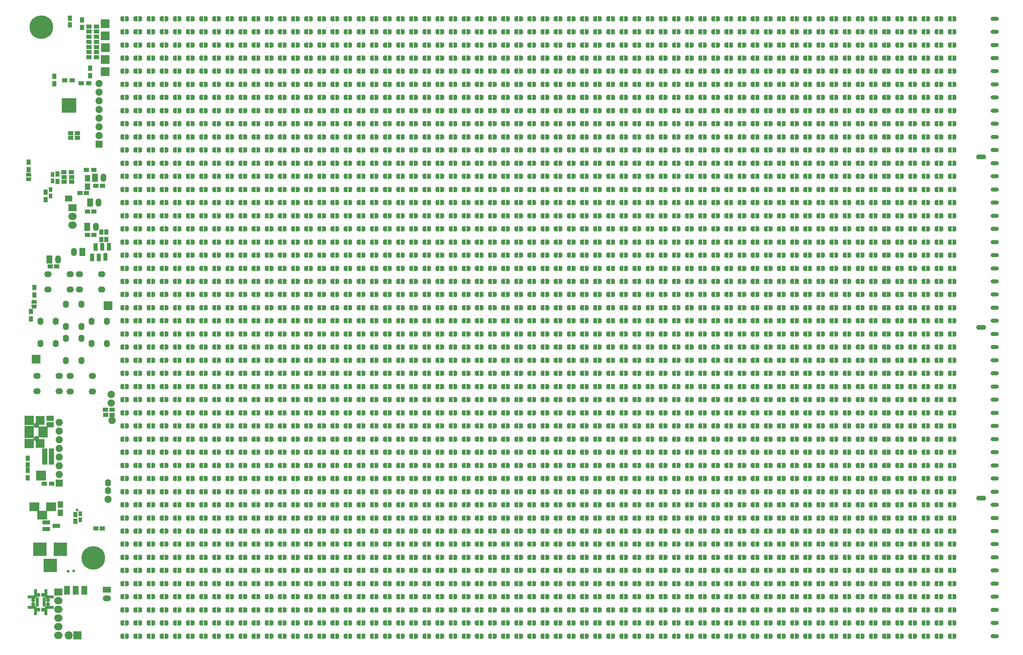
<source format=gbs>
G04 #@! TF.GenerationSoftware,KiCad,Pcbnew,no-vcs-found-23590d8~58~ubuntu14.04.1*
G04 #@! TF.CreationDate,2017-04-11T13:57:34+09:00*
G04 #@! TF.ProjectId,dotmatrix_64x48,646F746D61747269785F36347834382E,rev?*
G04 #@! TF.FileFunction,Soldermask,Bot*
G04 #@! TF.FilePolarity,Negative*
%FSLAX46Y46*%
G04 Gerber Fmt 4.6, Leading zero omitted, Abs format (unit mm)*
G04 Created by KiCad (PCBNEW no-vcs-found-23590d8~58~ubuntu14.04.1) date Tue Apr 11 13:57:34 2017*
%MOMM*%
%LPD*%
G01*
G04 APERTURE LIST*
%ADD10C,0.100000*%
%ADD11C,0.800000*%
%ADD12O,2.900000X1.400000*%
%ADD13R,1.300000X1.600000*%
%ADD14R,2.800000X3.600000*%
%ADD15R,2.600000X2.600000*%
%ADD16R,2.800000X2.800000*%
%ADD17C,1.600000*%
%ADD18R,2.800000X0.800000*%
%ADD19R,2.100000X2.100000*%
%ADD20O,2.100000X2.100000*%
%ADD21O,2.400000X1.250000*%
%ADD22R,1.150000X1.600000*%
%ADD23R,1.600000X1.150000*%
%ADD24R,2.900000X2.900000*%
%ADD25C,2.152400*%
%ADD26O,2.152400X2.152400*%
%ADD27O,1.752400X2.152400*%
%ADD28O,2.052400X2.152400*%
%ADD29R,1.100000X1.400000*%
%ADD30R,1.650000X1.900000*%
%ADD31R,2.300000X1.200000*%
%ADD32R,2.635200X2.635200*%
%ADD33R,1.600000X1.300000*%
%ADD34R,1.200000X1.100000*%
%ADD35R,1.500000X0.900000*%
%ADD36O,2.152400X1.752400*%
%ADD37R,1.100000X1.200000*%
%ADD38R,0.900000X1.500000*%
%ADD39R,2.900000X2.600000*%
%ADD40O,2.400000X1.700000*%
%ADD41R,2.400000X1.700000*%
%ADD42C,1.400000*%
%ADD43C,6.900000*%
%ADD44R,3.900120X3.900120*%
%ADD45R,2.432000X2.127200*%
%ADD46O,2.432000X2.127200*%
%ADD47R,1.200100X2.200860*%
%ADD48O,1.700000X2.400000*%
%ADD49R,1.700000X2.400000*%
%ADD50R,1.500000X0.700000*%
%ADD51R,1.000000X0.700000*%
%ADD52R,0.800000X1.700000*%
%ADD53R,0.900000X1.300000*%
%ADD54C,2.400000*%
%ADD55R,2.400000X2.400000*%
%ADD56R,0.900000X0.750000*%
%ADD57C,1.200000*%
%ADD58R,0.900000X2.400000*%
%ADD59R,2.400000X0.900000*%
%ADD60R,1.676400X2.652400*%
%ADD61R,4.200000X4.300000*%
G04 APERTURE END LIST*
D10*
D11*
X27530000Y-158510000D03*
X24850000Y-176425000D03*
X26475000Y-176375000D03*
D12*
X292500000Y-155000000D03*
X292500000Y-55000000D03*
X292500000Y-105000000D03*
D13*
X14000000Y-100300000D03*
X14000000Y-102500000D03*
X13050000Y-146900000D03*
X13050000Y-149100000D03*
D14*
X13500000Y-135600000D03*
D15*
X16650000Y-139000000D03*
X16650000Y-132200000D03*
D16*
X13450000Y-139000000D03*
X13450000Y-132200000D03*
D17*
X15600000Y-137550000D03*
X15600000Y-133650000D03*
D18*
X17500000Y-136900000D03*
X17500000Y-136250000D03*
X17500000Y-135600000D03*
X17500000Y-134950000D03*
X17500000Y-134300000D03*
D19*
X33980000Y-51240000D03*
D20*
X33980000Y-48700000D03*
X33980000Y-46160000D03*
X33980000Y-43620000D03*
X33980000Y-41080000D03*
X33980000Y-38540000D03*
X33980000Y-36000000D03*
X33980000Y-33460000D03*
X22300000Y-132820000D03*
X22300000Y-135360000D03*
X22300000Y-137900000D03*
X22300000Y-140440000D03*
X22300000Y-142980000D03*
X22300000Y-145520000D03*
X22300000Y-148060000D03*
D19*
X22300000Y-150600000D03*
D21*
X296500000Y-195450000D03*
X296500000Y-191600000D03*
X296500000Y-187750000D03*
X296500000Y-183900000D03*
X296500000Y-180050000D03*
X296500000Y-176200000D03*
X296500000Y-172350000D03*
X296500000Y-168500000D03*
X296500000Y-164650000D03*
X296500000Y-160800000D03*
X296500000Y-156950000D03*
X296500000Y-153100000D03*
X296500000Y-149250000D03*
X296500000Y-145400000D03*
X296500000Y-141550000D03*
X296500000Y-137700000D03*
X296500000Y-133850000D03*
X296500000Y-130000000D03*
X296500000Y-126150000D03*
X296500000Y-122300000D03*
X296500000Y-118450000D03*
X296500000Y-114600000D03*
X296500000Y-110750000D03*
X296500000Y-106900000D03*
X296500000Y-103050000D03*
X296500000Y-99200000D03*
X296500000Y-95350000D03*
X296500000Y-91500000D03*
X296500000Y-87650000D03*
X296500000Y-83800000D03*
X296500000Y-79950000D03*
X296500000Y-76100000D03*
X296500000Y-72250000D03*
X296500000Y-68400000D03*
X296500000Y-64550000D03*
X296500000Y-60700000D03*
X296500000Y-56850000D03*
X296500000Y-53000000D03*
X296500000Y-49150000D03*
X296500000Y-45300000D03*
X296500000Y-41450000D03*
X296500000Y-37600000D03*
X296500000Y-33750000D03*
X296500000Y-29900000D03*
X296500000Y-26050000D03*
X296500000Y-22200000D03*
X296500000Y-18350000D03*
X296500000Y-14500000D03*
D22*
X20087790Y-133526770D03*
X20087790Y-131626770D03*
X13000000Y-145250000D03*
X13000000Y-143350000D03*
D23*
X19950000Y-144600000D03*
X18050000Y-144600000D03*
D24*
X16910000Y-148370000D03*
D25*
X37475000Y-124590000D03*
D26*
X37800000Y-132205000D03*
D25*
X37500000Y-127125000D03*
D27*
X36575000Y-150545000D03*
D28*
X36575000Y-155325000D03*
D27*
X36575000Y-152785000D03*
D29*
X28460000Y-161390000D03*
X28460000Y-159590000D03*
X19700000Y-66400000D03*
X19700000Y-64600000D03*
D30*
X22600000Y-159350000D03*
X22600000Y-156850000D03*
D31*
X21450000Y-163100000D03*
X18450000Y-162150000D03*
X18450000Y-164050000D03*
D29*
X20350000Y-62000000D03*
X20350000Y-60200000D03*
D32*
X35800000Y-23000000D03*
D33*
X25850000Y-59500000D03*
X23650000Y-59500000D03*
X25890000Y-62330000D03*
X23690000Y-62330000D03*
X20100000Y-150800000D03*
X17900000Y-150800000D03*
D22*
X19137790Y-133526770D03*
X19137790Y-131626770D03*
D23*
X19950000Y-142200000D03*
X18050000Y-142200000D03*
X19950000Y-141000000D03*
X18050000Y-141000000D03*
D34*
X14930000Y-98910000D03*
D35*
X14930000Y-98710000D03*
X14930000Y-97610000D03*
D34*
X14930000Y-97410000D03*
D36*
X25500000Y-89400000D03*
X25500000Y-93900000D03*
X19000000Y-93900000D03*
X19000000Y-89400000D03*
X15750000Y-119200000D03*
X15750000Y-123700000D03*
X22250000Y-123700000D03*
X22250000Y-119200000D03*
D27*
X21250000Y-103200000D03*
X16750000Y-103200000D03*
X16750000Y-109700000D03*
X21250000Y-109700000D03*
X28751641Y-108209083D03*
X24251641Y-108209083D03*
X24251641Y-114709083D03*
X28751641Y-114709083D03*
X28751641Y-98209083D03*
X24251641Y-98209083D03*
X24251641Y-104709083D03*
X28751641Y-104709083D03*
X36250000Y-103200000D03*
X31750000Y-103200000D03*
X31750000Y-109700000D03*
X36250000Y-109700000D03*
D36*
X34700000Y-89400000D03*
X34700000Y-93900000D03*
X28200000Y-93900000D03*
X28200000Y-89400000D03*
X32010000Y-123720000D03*
X32010000Y-119220000D03*
X25510000Y-119220000D03*
X25510000Y-123720000D03*
D23*
X34900000Y-163850000D03*
X33000000Y-163850000D03*
D34*
X13300000Y-60150000D03*
D35*
X13300000Y-60350000D03*
X13300000Y-61450000D03*
D34*
X13300000Y-61650000D03*
D37*
X40700000Y-195450000D03*
D38*
X40900000Y-195450000D03*
X42000000Y-195450000D03*
D37*
X42200000Y-195450000D03*
X44550000Y-195450000D03*
D38*
X44750000Y-195450000D03*
X45850000Y-195450000D03*
D37*
X46050000Y-195450000D03*
X48400000Y-195450000D03*
D38*
X48600000Y-195450000D03*
X49700000Y-195450000D03*
D37*
X49900000Y-195450000D03*
X52250000Y-195450000D03*
D38*
X52450000Y-195450000D03*
X53550000Y-195450000D03*
D37*
X53750000Y-195450000D03*
X56100000Y-195450000D03*
D38*
X56300000Y-195450000D03*
X57400000Y-195450000D03*
D37*
X57600000Y-195450000D03*
X59950000Y-195450000D03*
D38*
X60150000Y-195450000D03*
X61250000Y-195450000D03*
D37*
X61450000Y-195450000D03*
X63800000Y-195450000D03*
D38*
X64000000Y-195450000D03*
X65100000Y-195450000D03*
D37*
X65300000Y-195450000D03*
X67650000Y-195450000D03*
D38*
X67850000Y-195450000D03*
X68950000Y-195450000D03*
D37*
X69150000Y-195450000D03*
X71500000Y-195450000D03*
D38*
X71700000Y-195450000D03*
X72800000Y-195450000D03*
D37*
X73000000Y-195450000D03*
X75350000Y-195450000D03*
D38*
X75550000Y-195450000D03*
X76650000Y-195450000D03*
D37*
X76850000Y-195450000D03*
X79200000Y-195450000D03*
D38*
X79400000Y-195450000D03*
X80500000Y-195450000D03*
D37*
X80700000Y-195450000D03*
X83050000Y-195450000D03*
D38*
X83250000Y-195450000D03*
X84350000Y-195450000D03*
D37*
X84550000Y-195450000D03*
X86900000Y-195450000D03*
D38*
X87100000Y-195450000D03*
X88200000Y-195450000D03*
D37*
X88400000Y-195450000D03*
X90750000Y-195450000D03*
D38*
X90950000Y-195450000D03*
X92050000Y-195450000D03*
D37*
X92250000Y-195450000D03*
X94600000Y-195450000D03*
D38*
X94800000Y-195450000D03*
X95900000Y-195450000D03*
D37*
X96100000Y-195450000D03*
X98450000Y-195450000D03*
D38*
X98650000Y-195450000D03*
X99750000Y-195450000D03*
D37*
X99950000Y-195450000D03*
X102300000Y-195450000D03*
D38*
X102500000Y-195450000D03*
X103600000Y-195450000D03*
D37*
X103800000Y-195450000D03*
X106150000Y-195450000D03*
D38*
X106350000Y-195450000D03*
X107450000Y-195450000D03*
D37*
X107650000Y-195450000D03*
X110000000Y-195450000D03*
D38*
X110200000Y-195450000D03*
X111300000Y-195450000D03*
D37*
X111500000Y-195450000D03*
X113850000Y-195450000D03*
D38*
X114050000Y-195450000D03*
X115150000Y-195450000D03*
D37*
X115350000Y-195450000D03*
X117700000Y-195450000D03*
D38*
X117900000Y-195450000D03*
X119000000Y-195450000D03*
D37*
X119200000Y-195450000D03*
X121550000Y-195450000D03*
D38*
X121750000Y-195450000D03*
X122850000Y-195450000D03*
D37*
X123050000Y-195450000D03*
X125400000Y-195450000D03*
D38*
X125600000Y-195450000D03*
X126700000Y-195450000D03*
D37*
X126900000Y-195450000D03*
X129250000Y-195450000D03*
D38*
X129450000Y-195450000D03*
X130550000Y-195450000D03*
D37*
X130750000Y-195450000D03*
X133100000Y-195450000D03*
D38*
X133300000Y-195450000D03*
X134400000Y-195450000D03*
D37*
X134600000Y-195450000D03*
X136950000Y-195450000D03*
D38*
X137150000Y-195450000D03*
X138250000Y-195450000D03*
D37*
X138450000Y-195450000D03*
X140800000Y-195450000D03*
D38*
X141000000Y-195450000D03*
X142100000Y-195450000D03*
D37*
X142300000Y-195450000D03*
X144650000Y-195450000D03*
D38*
X144850000Y-195450000D03*
X145950000Y-195450000D03*
D37*
X146150000Y-195450000D03*
X148500000Y-195450000D03*
D38*
X148700000Y-195450000D03*
X149800000Y-195450000D03*
D37*
X150000000Y-195450000D03*
X152350000Y-195450000D03*
D38*
X152550000Y-195450000D03*
X153650000Y-195450000D03*
D37*
X153850000Y-195450000D03*
X156200000Y-195450000D03*
D38*
X156400000Y-195450000D03*
X157500000Y-195450000D03*
D37*
X157700000Y-195450000D03*
X160050000Y-195450000D03*
D38*
X160250000Y-195450000D03*
X161350000Y-195450000D03*
D37*
X161550000Y-195450000D03*
X163900000Y-195450000D03*
D38*
X164100000Y-195450000D03*
X165200000Y-195450000D03*
D37*
X165400000Y-195450000D03*
X167750000Y-195450000D03*
D38*
X167950000Y-195450000D03*
X169050000Y-195450000D03*
D37*
X169250000Y-195450000D03*
X171600000Y-195450000D03*
D38*
X171800000Y-195450000D03*
X172900000Y-195450000D03*
D37*
X173100000Y-195450000D03*
X175450000Y-195450000D03*
D38*
X175650000Y-195450000D03*
X176750000Y-195450000D03*
D37*
X176950000Y-195450000D03*
X179300000Y-195450000D03*
D38*
X179500000Y-195450000D03*
X180600000Y-195450000D03*
D37*
X180800000Y-195450000D03*
X183150000Y-195450000D03*
D38*
X183350000Y-195450000D03*
X184450000Y-195450000D03*
D37*
X184650000Y-195450000D03*
X187000000Y-195450000D03*
D38*
X187200000Y-195450000D03*
X188300000Y-195450000D03*
D37*
X188500000Y-195450000D03*
X190850000Y-195450000D03*
D38*
X191050000Y-195450000D03*
X192150000Y-195450000D03*
D37*
X192350000Y-195450000D03*
X194700000Y-195450000D03*
D38*
X194900000Y-195450000D03*
X196000000Y-195450000D03*
D37*
X196200000Y-195450000D03*
X198550000Y-195450000D03*
D38*
X198750000Y-195450000D03*
X199850000Y-195450000D03*
D37*
X200050000Y-195450000D03*
X202400000Y-195450000D03*
D38*
X202600000Y-195450000D03*
X203700000Y-195450000D03*
D37*
X203900000Y-195450000D03*
X206250000Y-195450000D03*
D38*
X206450000Y-195450000D03*
X207550000Y-195450000D03*
D37*
X207750000Y-195450000D03*
X210100000Y-195450000D03*
D38*
X210300000Y-195450000D03*
X211400000Y-195450000D03*
D37*
X211600000Y-195450000D03*
X213950000Y-195450000D03*
D38*
X214150000Y-195450000D03*
X215250000Y-195450000D03*
D37*
X215450000Y-195450000D03*
X217800000Y-195450000D03*
D38*
X218000000Y-195450000D03*
X219100000Y-195450000D03*
D37*
X219300000Y-195450000D03*
X221650000Y-195450000D03*
D38*
X221850000Y-195450000D03*
X222950000Y-195450000D03*
D37*
X223150000Y-195450000D03*
X225500000Y-195450000D03*
D38*
X225700000Y-195450000D03*
X226800000Y-195450000D03*
D37*
X227000000Y-195450000D03*
X229350000Y-195450000D03*
D38*
X229550000Y-195450000D03*
X230650000Y-195450000D03*
D37*
X230850000Y-195450000D03*
X233200000Y-195450000D03*
D38*
X233400000Y-195450000D03*
X234500000Y-195450000D03*
D37*
X234700000Y-195450000D03*
X237050000Y-195450000D03*
D38*
X237250000Y-195450000D03*
X238350000Y-195450000D03*
D37*
X238550000Y-195450000D03*
X240900000Y-195450000D03*
D38*
X241100000Y-195450000D03*
X242200000Y-195450000D03*
D37*
X242400000Y-195450000D03*
X244750000Y-195450000D03*
D38*
X244950000Y-195450000D03*
X246050000Y-195450000D03*
D37*
X246250000Y-195450000D03*
X248600000Y-195450000D03*
D38*
X248800000Y-195450000D03*
X249900000Y-195450000D03*
D37*
X250100000Y-195450000D03*
X252450000Y-195450000D03*
D38*
X252650000Y-195450000D03*
X253750000Y-195450000D03*
D37*
X253950000Y-195450000D03*
X256300000Y-195450000D03*
D38*
X256500000Y-195450000D03*
X257600000Y-195450000D03*
D37*
X257800000Y-195450000D03*
X260150000Y-195450000D03*
D38*
X260350000Y-195450000D03*
X261450000Y-195450000D03*
D37*
X261650000Y-195450000D03*
X264000000Y-195450000D03*
D38*
X264200000Y-195450000D03*
X265300000Y-195450000D03*
D37*
X265500000Y-195450000D03*
X267850000Y-195450000D03*
D38*
X268050000Y-195450000D03*
X269150000Y-195450000D03*
D37*
X269350000Y-195450000D03*
X271700000Y-195450000D03*
D38*
X271900000Y-195450000D03*
X273000000Y-195450000D03*
D37*
X273200000Y-195450000D03*
X275550000Y-195450000D03*
D38*
X275750000Y-195450000D03*
X276850000Y-195450000D03*
D37*
X277050000Y-195450000D03*
X279400000Y-195450000D03*
D38*
X279600000Y-195450000D03*
X280700000Y-195450000D03*
D37*
X280900000Y-195450000D03*
X283250000Y-195450000D03*
D38*
X283450000Y-195450000D03*
X284550000Y-195450000D03*
D37*
X284750000Y-195450000D03*
X40700000Y-191600000D03*
D38*
X40900000Y-191600000D03*
X42000000Y-191600000D03*
D37*
X42200000Y-191600000D03*
X44550000Y-191600000D03*
D38*
X44750000Y-191600000D03*
X45850000Y-191600000D03*
D37*
X46050000Y-191600000D03*
X48400000Y-191600000D03*
D38*
X48600000Y-191600000D03*
X49700000Y-191600000D03*
D37*
X49900000Y-191600000D03*
X52250000Y-191600000D03*
D38*
X52450000Y-191600000D03*
X53550000Y-191600000D03*
D37*
X53750000Y-191600000D03*
X56100000Y-191600000D03*
D38*
X56300000Y-191600000D03*
X57400000Y-191600000D03*
D37*
X57600000Y-191600000D03*
X59950000Y-191600000D03*
D38*
X60150000Y-191600000D03*
X61250000Y-191600000D03*
D37*
X61450000Y-191600000D03*
X63800000Y-191600000D03*
D38*
X64000000Y-191600000D03*
X65100000Y-191600000D03*
D37*
X65300000Y-191600000D03*
X67650000Y-191600000D03*
D38*
X67850000Y-191600000D03*
X68950000Y-191600000D03*
D37*
X69150000Y-191600000D03*
X71500000Y-191600000D03*
D38*
X71700000Y-191600000D03*
X72800000Y-191600000D03*
D37*
X73000000Y-191600000D03*
X75350000Y-191600000D03*
D38*
X75550000Y-191600000D03*
X76650000Y-191600000D03*
D37*
X76850000Y-191600000D03*
X79200000Y-191600000D03*
D38*
X79400000Y-191600000D03*
X80500000Y-191600000D03*
D37*
X80700000Y-191600000D03*
X83050000Y-191600000D03*
D38*
X83250000Y-191600000D03*
X84350000Y-191600000D03*
D37*
X84550000Y-191600000D03*
X86900000Y-191600000D03*
D38*
X87100000Y-191600000D03*
X88200000Y-191600000D03*
D37*
X88400000Y-191600000D03*
X90750000Y-191600000D03*
D38*
X90950000Y-191600000D03*
X92050000Y-191600000D03*
D37*
X92250000Y-191600000D03*
X94600000Y-191600000D03*
D38*
X94800000Y-191600000D03*
X95900000Y-191600000D03*
D37*
X96100000Y-191600000D03*
X98450000Y-191600000D03*
D38*
X98650000Y-191600000D03*
X99750000Y-191600000D03*
D37*
X99950000Y-191600000D03*
X102300000Y-191600000D03*
D38*
X102500000Y-191600000D03*
X103600000Y-191600000D03*
D37*
X103800000Y-191600000D03*
X106150000Y-191600000D03*
D38*
X106350000Y-191600000D03*
X107450000Y-191600000D03*
D37*
X107650000Y-191600000D03*
X110000000Y-191600000D03*
D38*
X110200000Y-191600000D03*
X111300000Y-191600000D03*
D37*
X111500000Y-191600000D03*
X113850000Y-191600000D03*
D38*
X114050000Y-191600000D03*
X115150000Y-191600000D03*
D37*
X115350000Y-191600000D03*
X117700000Y-191600000D03*
D38*
X117900000Y-191600000D03*
X119000000Y-191600000D03*
D37*
X119200000Y-191600000D03*
X121550000Y-191600000D03*
D38*
X121750000Y-191600000D03*
X122850000Y-191600000D03*
D37*
X123050000Y-191600000D03*
X125400000Y-191600000D03*
D38*
X125600000Y-191600000D03*
X126700000Y-191600000D03*
D37*
X126900000Y-191600000D03*
X129250000Y-191600000D03*
D38*
X129450000Y-191600000D03*
X130550000Y-191600000D03*
D37*
X130750000Y-191600000D03*
X133100000Y-191600000D03*
D38*
X133300000Y-191600000D03*
X134400000Y-191600000D03*
D37*
X134600000Y-191600000D03*
X136950000Y-191600000D03*
D38*
X137150000Y-191600000D03*
X138250000Y-191600000D03*
D37*
X138450000Y-191600000D03*
X140800000Y-191600000D03*
D38*
X141000000Y-191600000D03*
X142100000Y-191600000D03*
D37*
X142300000Y-191600000D03*
X144650000Y-191600000D03*
D38*
X144850000Y-191600000D03*
X145950000Y-191600000D03*
D37*
X146150000Y-191600000D03*
X148500000Y-191600000D03*
D38*
X148700000Y-191600000D03*
X149800000Y-191600000D03*
D37*
X150000000Y-191600000D03*
X152350000Y-191600000D03*
D38*
X152550000Y-191600000D03*
X153650000Y-191600000D03*
D37*
X153850000Y-191600000D03*
X156200000Y-191600000D03*
D38*
X156400000Y-191600000D03*
X157500000Y-191600000D03*
D37*
X157700000Y-191600000D03*
X160050000Y-191600000D03*
D38*
X160250000Y-191600000D03*
X161350000Y-191600000D03*
D37*
X161550000Y-191600000D03*
X163900000Y-191600000D03*
D38*
X164100000Y-191600000D03*
X165200000Y-191600000D03*
D37*
X165400000Y-191600000D03*
X167750000Y-191600000D03*
D38*
X167950000Y-191600000D03*
X169050000Y-191600000D03*
D37*
X169250000Y-191600000D03*
X171600000Y-191600000D03*
D38*
X171800000Y-191600000D03*
X172900000Y-191600000D03*
D37*
X173100000Y-191600000D03*
X175450000Y-191600000D03*
D38*
X175650000Y-191600000D03*
X176750000Y-191600000D03*
D37*
X176950000Y-191600000D03*
X179300000Y-191600000D03*
D38*
X179500000Y-191600000D03*
X180600000Y-191600000D03*
D37*
X180800000Y-191600000D03*
X183150000Y-191600000D03*
D38*
X183350000Y-191600000D03*
X184450000Y-191600000D03*
D37*
X184650000Y-191600000D03*
X187000000Y-191600000D03*
D38*
X187200000Y-191600000D03*
X188300000Y-191600000D03*
D37*
X188500000Y-191600000D03*
X190850000Y-191600000D03*
D38*
X191050000Y-191600000D03*
X192150000Y-191600000D03*
D37*
X192350000Y-191600000D03*
X194700000Y-191600000D03*
D38*
X194900000Y-191600000D03*
X196000000Y-191600000D03*
D37*
X196200000Y-191600000D03*
X198550000Y-191600000D03*
D38*
X198750000Y-191600000D03*
X199850000Y-191600000D03*
D37*
X200050000Y-191600000D03*
X202400000Y-191600000D03*
D38*
X202600000Y-191600000D03*
X203700000Y-191600000D03*
D37*
X203900000Y-191600000D03*
X206250000Y-191600000D03*
D38*
X206450000Y-191600000D03*
X207550000Y-191600000D03*
D37*
X207750000Y-191600000D03*
X210100000Y-191600000D03*
D38*
X210300000Y-191600000D03*
X211400000Y-191600000D03*
D37*
X211600000Y-191600000D03*
X213950000Y-191600000D03*
D38*
X214150000Y-191600000D03*
X215250000Y-191600000D03*
D37*
X215450000Y-191600000D03*
X217800000Y-191600000D03*
D38*
X218000000Y-191600000D03*
X219100000Y-191600000D03*
D37*
X219300000Y-191600000D03*
X221650000Y-191600000D03*
D38*
X221850000Y-191600000D03*
X222950000Y-191600000D03*
D37*
X223150000Y-191600000D03*
X225500000Y-191600000D03*
D38*
X225700000Y-191600000D03*
X226800000Y-191600000D03*
D37*
X227000000Y-191600000D03*
X229350000Y-191600000D03*
D38*
X229550000Y-191600000D03*
X230650000Y-191600000D03*
D37*
X230850000Y-191600000D03*
X233200000Y-191600000D03*
D38*
X233400000Y-191600000D03*
X234500000Y-191600000D03*
D37*
X234700000Y-191600000D03*
X237050000Y-191600000D03*
D38*
X237250000Y-191600000D03*
X238350000Y-191600000D03*
D37*
X238550000Y-191600000D03*
X240900000Y-191600000D03*
D38*
X241100000Y-191600000D03*
X242200000Y-191600000D03*
D37*
X242400000Y-191600000D03*
X244750000Y-191600000D03*
D38*
X244950000Y-191600000D03*
X246050000Y-191600000D03*
D37*
X246250000Y-191600000D03*
X248600000Y-191600000D03*
D38*
X248800000Y-191600000D03*
X249900000Y-191600000D03*
D37*
X250100000Y-191600000D03*
X252450000Y-191600000D03*
D38*
X252650000Y-191600000D03*
X253750000Y-191600000D03*
D37*
X253950000Y-191600000D03*
X256300000Y-191600000D03*
D38*
X256500000Y-191600000D03*
X257600000Y-191600000D03*
D37*
X257800000Y-191600000D03*
X260150000Y-191600000D03*
D38*
X260350000Y-191600000D03*
X261450000Y-191600000D03*
D37*
X261650000Y-191600000D03*
X264000000Y-191600000D03*
D38*
X264200000Y-191600000D03*
X265300000Y-191600000D03*
D37*
X265500000Y-191600000D03*
X267850000Y-191600000D03*
D38*
X268050000Y-191600000D03*
X269150000Y-191600000D03*
D37*
X269350000Y-191600000D03*
X271700000Y-191600000D03*
D38*
X271900000Y-191600000D03*
X273000000Y-191600000D03*
D37*
X273200000Y-191600000D03*
X275550000Y-191600000D03*
D38*
X275750000Y-191600000D03*
X276850000Y-191600000D03*
D37*
X277050000Y-191600000D03*
X279400000Y-191600000D03*
D38*
X279600000Y-191600000D03*
X280700000Y-191600000D03*
D37*
X280900000Y-191600000D03*
X283250000Y-191600000D03*
D38*
X283450000Y-191600000D03*
X284550000Y-191600000D03*
D37*
X284750000Y-191600000D03*
X40700000Y-187750000D03*
D38*
X40900000Y-187750000D03*
X42000000Y-187750000D03*
D37*
X42200000Y-187750000D03*
X44550000Y-187750000D03*
D38*
X44750000Y-187750000D03*
X45850000Y-187750000D03*
D37*
X46050000Y-187750000D03*
X48400000Y-187750000D03*
D38*
X48600000Y-187750000D03*
X49700000Y-187750000D03*
D37*
X49900000Y-187750000D03*
X52250000Y-187750000D03*
D38*
X52450000Y-187750000D03*
X53550000Y-187750000D03*
D37*
X53750000Y-187750000D03*
X56100000Y-187750000D03*
D38*
X56300000Y-187750000D03*
X57400000Y-187750000D03*
D37*
X57600000Y-187750000D03*
X59950000Y-187750000D03*
D38*
X60150000Y-187750000D03*
X61250000Y-187750000D03*
D37*
X61450000Y-187750000D03*
X63800000Y-187750000D03*
D38*
X64000000Y-187750000D03*
X65100000Y-187750000D03*
D37*
X65300000Y-187750000D03*
X67650000Y-187750000D03*
D38*
X67850000Y-187750000D03*
X68950000Y-187750000D03*
D37*
X69150000Y-187750000D03*
X71500000Y-187750000D03*
D38*
X71700000Y-187750000D03*
X72800000Y-187750000D03*
D37*
X73000000Y-187750000D03*
X75350000Y-187750000D03*
D38*
X75550000Y-187750000D03*
X76650000Y-187750000D03*
D37*
X76850000Y-187750000D03*
X79200000Y-187750000D03*
D38*
X79400000Y-187750000D03*
X80500000Y-187750000D03*
D37*
X80700000Y-187750000D03*
X83050000Y-187750000D03*
D38*
X83250000Y-187750000D03*
X84350000Y-187750000D03*
D37*
X84550000Y-187750000D03*
X86900000Y-187750000D03*
D38*
X87100000Y-187750000D03*
X88200000Y-187750000D03*
D37*
X88400000Y-187750000D03*
X90750000Y-187750000D03*
D38*
X90950000Y-187750000D03*
X92050000Y-187750000D03*
D37*
X92250000Y-187750000D03*
X94600000Y-187750000D03*
D38*
X94800000Y-187750000D03*
X95900000Y-187750000D03*
D37*
X96100000Y-187750000D03*
X98450000Y-187750000D03*
D38*
X98650000Y-187750000D03*
X99750000Y-187750000D03*
D37*
X99950000Y-187750000D03*
X102300000Y-187750000D03*
D38*
X102500000Y-187750000D03*
X103600000Y-187750000D03*
D37*
X103800000Y-187750000D03*
X106150000Y-187750000D03*
D38*
X106350000Y-187750000D03*
X107450000Y-187750000D03*
D37*
X107650000Y-187750000D03*
X110000000Y-187750000D03*
D38*
X110200000Y-187750000D03*
X111300000Y-187750000D03*
D37*
X111500000Y-187750000D03*
X113850000Y-187750000D03*
D38*
X114050000Y-187750000D03*
X115150000Y-187750000D03*
D37*
X115350000Y-187750000D03*
X117700000Y-187750000D03*
D38*
X117900000Y-187750000D03*
X119000000Y-187750000D03*
D37*
X119200000Y-187750000D03*
X121550000Y-187750000D03*
D38*
X121750000Y-187750000D03*
X122850000Y-187750000D03*
D37*
X123050000Y-187750000D03*
X125400000Y-187750000D03*
D38*
X125600000Y-187750000D03*
X126700000Y-187750000D03*
D37*
X126900000Y-187750000D03*
X129250000Y-187750000D03*
D38*
X129450000Y-187750000D03*
X130550000Y-187750000D03*
D37*
X130750000Y-187750000D03*
X133100000Y-187750000D03*
D38*
X133300000Y-187750000D03*
X134400000Y-187750000D03*
D37*
X134600000Y-187750000D03*
X136950000Y-187750000D03*
D38*
X137150000Y-187750000D03*
X138250000Y-187750000D03*
D37*
X138450000Y-187750000D03*
X140800000Y-187750000D03*
D38*
X141000000Y-187750000D03*
X142100000Y-187750000D03*
D37*
X142300000Y-187750000D03*
X144650000Y-187750000D03*
D38*
X144850000Y-187750000D03*
X145950000Y-187750000D03*
D37*
X146150000Y-187750000D03*
X148500000Y-187750000D03*
D38*
X148700000Y-187750000D03*
X149800000Y-187750000D03*
D37*
X150000000Y-187750000D03*
X152350000Y-187750000D03*
D38*
X152550000Y-187750000D03*
X153650000Y-187750000D03*
D37*
X153850000Y-187750000D03*
X156200000Y-187750000D03*
D38*
X156400000Y-187750000D03*
X157500000Y-187750000D03*
D37*
X157700000Y-187750000D03*
X160050000Y-187750000D03*
D38*
X160250000Y-187750000D03*
X161350000Y-187750000D03*
D37*
X161550000Y-187750000D03*
X163900000Y-187750000D03*
D38*
X164100000Y-187750000D03*
X165200000Y-187750000D03*
D37*
X165400000Y-187750000D03*
X167750000Y-187750000D03*
D38*
X167950000Y-187750000D03*
X169050000Y-187750000D03*
D37*
X169250000Y-187750000D03*
X171600000Y-187750000D03*
D38*
X171800000Y-187750000D03*
X172900000Y-187750000D03*
D37*
X173100000Y-187750000D03*
X175450000Y-187750000D03*
D38*
X175650000Y-187750000D03*
X176750000Y-187750000D03*
D37*
X176950000Y-187750000D03*
X179300000Y-187750000D03*
D38*
X179500000Y-187750000D03*
X180600000Y-187750000D03*
D37*
X180800000Y-187750000D03*
X183150000Y-187750000D03*
D38*
X183350000Y-187750000D03*
X184450000Y-187750000D03*
D37*
X184650000Y-187750000D03*
X187000000Y-187750000D03*
D38*
X187200000Y-187750000D03*
X188300000Y-187750000D03*
D37*
X188500000Y-187750000D03*
X190850000Y-187750000D03*
D38*
X191050000Y-187750000D03*
X192150000Y-187750000D03*
D37*
X192350000Y-187750000D03*
X194700000Y-187750000D03*
D38*
X194900000Y-187750000D03*
X196000000Y-187750000D03*
D37*
X196200000Y-187750000D03*
X198550000Y-187750000D03*
D38*
X198750000Y-187750000D03*
X199850000Y-187750000D03*
D37*
X200050000Y-187750000D03*
X202400000Y-187750000D03*
D38*
X202600000Y-187750000D03*
X203700000Y-187750000D03*
D37*
X203900000Y-187750000D03*
X206250000Y-187750000D03*
D38*
X206450000Y-187750000D03*
X207550000Y-187750000D03*
D37*
X207750000Y-187750000D03*
X210100000Y-187750000D03*
D38*
X210300000Y-187750000D03*
X211400000Y-187750000D03*
D37*
X211600000Y-187750000D03*
X213950000Y-187750000D03*
D38*
X214150000Y-187750000D03*
X215250000Y-187750000D03*
D37*
X215450000Y-187750000D03*
X217800000Y-187750000D03*
D38*
X218000000Y-187750000D03*
X219100000Y-187750000D03*
D37*
X219300000Y-187750000D03*
X221650000Y-187750000D03*
D38*
X221850000Y-187750000D03*
X222950000Y-187750000D03*
D37*
X223150000Y-187750000D03*
X225500000Y-187750000D03*
D38*
X225700000Y-187750000D03*
X226800000Y-187750000D03*
D37*
X227000000Y-187750000D03*
X229350000Y-187750000D03*
D38*
X229550000Y-187750000D03*
X230650000Y-187750000D03*
D37*
X230850000Y-187750000D03*
X233200000Y-187750000D03*
D38*
X233400000Y-187750000D03*
X234500000Y-187750000D03*
D37*
X234700000Y-187750000D03*
X237050000Y-187750000D03*
D38*
X237250000Y-187750000D03*
X238350000Y-187750000D03*
D37*
X238550000Y-187750000D03*
X240900000Y-187750000D03*
D38*
X241100000Y-187750000D03*
X242200000Y-187750000D03*
D37*
X242400000Y-187750000D03*
X244750000Y-187750000D03*
D38*
X244950000Y-187750000D03*
X246050000Y-187750000D03*
D37*
X246250000Y-187750000D03*
X248600000Y-187750000D03*
D38*
X248800000Y-187750000D03*
X249900000Y-187750000D03*
D37*
X250100000Y-187750000D03*
X252450000Y-187750000D03*
D38*
X252650000Y-187750000D03*
X253750000Y-187750000D03*
D37*
X253950000Y-187750000D03*
X256300000Y-187750000D03*
D38*
X256500000Y-187750000D03*
X257600000Y-187750000D03*
D37*
X257800000Y-187750000D03*
X260150000Y-187750000D03*
D38*
X260350000Y-187750000D03*
X261450000Y-187750000D03*
D37*
X261650000Y-187750000D03*
X264000000Y-187750000D03*
D38*
X264200000Y-187750000D03*
X265300000Y-187750000D03*
D37*
X265500000Y-187750000D03*
X267850000Y-187750000D03*
D38*
X268050000Y-187750000D03*
X269150000Y-187750000D03*
D37*
X269350000Y-187750000D03*
X271700000Y-187750000D03*
D38*
X271900000Y-187750000D03*
X273000000Y-187750000D03*
D37*
X273200000Y-187750000D03*
X275550000Y-187750000D03*
D38*
X275750000Y-187750000D03*
X276850000Y-187750000D03*
D37*
X277050000Y-187750000D03*
X279400000Y-187750000D03*
D38*
X279600000Y-187750000D03*
X280700000Y-187750000D03*
D37*
X280900000Y-187750000D03*
X283250000Y-187750000D03*
D38*
X283450000Y-187750000D03*
X284550000Y-187750000D03*
D37*
X284750000Y-187750000D03*
X40700000Y-183900000D03*
D38*
X40900000Y-183900000D03*
X42000000Y-183900000D03*
D37*
X42200000Y-183900000D03*
X44550000Y-183900000D03*
D38*
X44750000Y-183900000D03*
X45850000Y-183900000D03*
D37*
X46050000Y-183900000D03*
X48400000Y-183900000D03*
D38*
X48600000Y-183900000D03*
X49700000Y-183900000D03*
D37*
X49900000Y-183900000D03*
X52250000Y-183900000D03*
D38*
X52450000Y-183900000D03*
X53550000Y-183900000D03*
D37*
X53750000Y-183900000D03*
X56100000Y-183900000D03*
D38*
X56300000Y-183900000D03*
X57400000Y-183900000D03*
D37*
X57600000Y-183900000D03*
X59950000Y-183900000D03*
D38*
X60150000Y-183900000D03*
X61250000Y-183900000D03*
D37*
X61450000Y-183900000D03*
X63800000Y-183900000D03*
D38*
X64000000Y-183900000D03*
X65100000Y-183900000D03*
D37*
X65300000Y-183900000D03*
X67650000Y-183900000D03*
D38*
X67850000Y-183900000D03*
X68950000Y-183900000D03*
D37*
X69150000Y-183900000D03*
X71500000Y-183900000D03*
D38*
X71700000Y-183900000D03*
X72800000Y-183900000D03*
D37*
X73000000Y-183900000D03*
X75350000Y-183900000D03*
D38*
X75550000Y-183900000D03*
X76650000Y-183900000D03*
D37*
X76850000Y-183900000D03*
X79200000Y-183900000D03*
D38*
X79400000Y-183900000D03*
X80500000Y-183900000D03*
D37*
X80700000Y-183900000D03*
X83050000Y-183900000D03*
D38*
X83250000Y-183900000D03*
X84350000Y-183900000D03*
D37*
X84550000Y-183900000D03*
X86900000Y-183900000D03*
D38*
X87100000Y-183900000D03*
X88200000Y-183900000D03*
D37*
X88400000Y-183900000D03*
X90750000Y-183900000D03*
D38*
X90950000Y-183900000D03*
X92050000Y-183900000D03*
D37*
X92250000Y-183900000D03*
X94600000Y-183900000D03*
D38*
X94800000Y-183900000D03*
X95900000Y-183900000D03*
D37*
X96100000Y-183900000D03*
X98450000Y-183900000D03*
D38*
X98650000Y-183900000D03*
X99750000Y-183900000D03*
D37*
X99950000Y-183900000D03*
X102300000Y-183900000D03*
D38*
X102500000Y-183900000D03*
X103600000Y-183900000D03*
D37*
X103800000Y-183900000D03*
X106150000Y-183900000D03*
D38*
X106350000Y-183900000D03*
X107450000Y-183900000D03*
D37*
X107650000Y-183900000D03*
X110000000Y-183900000D03*
D38*
X110200000Y-183900000D03*
X111300000Y-183900000D03*
D37*
X111500000Y-183900000D03*
X113850000Y-183900000D03*
D38*
X114050000Y-183900000D03*
X115150000Y-183900000D03*
D37*
X115350000Y-183900000D03*
X117700000Y-183900000D03*
D38*
X117900000Y-183900000D03*
X119000000Y-183900000D03*
D37*
X119200000Y-183900000D03*
X121550000Y-183900000D03*
D38*
X121750000Y-183900000D03*
X122850000Y-183900000D03*
D37*
X123050000Y-183900000D03*
X125400000Y-183900000D03*
D38*
X125600000Y-183900000D03*
X126700000Y-183900000D03*
D37*
X126900000Y-183900000D03*
X129250000Y-183900000D03*
D38*
X129450000Y-183900000D03*
X130550000Y-183900000D03*
D37*
X130750000Y-183900000D03*
X133100000Y-183900000D03*
D38*
X133300000Y-183900000D03*
X134400000Y-183900000D03*
D37*
X134600000Y-183900000D03*
X136950000Y-183900000D03*
D38*
X137150000Y-183900000D03*
X138250000Y-183900000D03*
D37*
X138450000Y-183900000D03*
X140800000Y-183900000D03*
D38*
X141000000Y-183900000D03*
X142100000Y-183900000D03*
D37*
X142300000Y-183900000D03*
X144650000Y-183900000D03*
D38*
X144850000Y-183900000D03*
X145950000Y-183900000D03*
D37*
X146150000Y-183900000D03*
X148500000Y-183900000D03*
D38*
X148700000Y-183900000D03*
X149800000Y-183900000D03*
D37*
X150000000Y-183900000D03*
X152350000Y-183900000D03*
D38*
X152550000Y-183900000D03*
X153650000Y-183900000D03*
D37*
X153850000Y-183900000D03*
X156200000Y-183900000D03*
D38*
X156400000Y-183900000D03*
X157500000Y-183900000D03*
D37*
X157700000Y-183900000D03*
X160050000Y-183900000D03*
D38*
X160250000Y-183900000D03*
X161350000Y-183900000D03*
D37*
X161550000Y-183900000D03*
X163900000Y-183900000D03*
D38*
X164100000Y-183900000D03*
X165200000Y-183900000D03*
D37*
X165400000Y-183900000D03*
X167750000Y-183900000D03*
D38*
X167950000Y-183900000D03*
X169050000Y-183900000D03*
D37*
X169250000Y-183900000D03*
X171600000Y-183900000D03*
D38*
X171800000Y-183900000D03*
X172900000Y-183900000D03*
D37*
X173100000Y-183900000D03*
X175450000Y-183900000D03*
D38*
X175650000Y-183900000D03*
X176750000Y-183900000D03*
D37*
X176950000Y-183900000D03*
X179300000Y-183900000D03*
D38*
X179500000Y-183900000D03*
X180600000Y-183900000D03*
D37*
X180800000Y-183900000D03*
X183150000Y-183900000D03*
D38*
X183350000Y-183900000D03*
X184450000Y-183900000D03*
D37*
X184650000Y-183900000D03*
X187000000Y-183900000D03*
D38*
X187200000Y-183900000D03*
X188300000Y-183900000D03*
D37*
X188500000Y-183900000D03*
X190850000Y-183900000D03*
D38*
X191050000Y-183900000D03*
X192150000Y-183900000D03*
D37*
X192350000Y-183900000D03*
X194700000Y-183900000D03*
D38*
X194900000Y-183900000D03*
X196000000Y-183900000D03*
D37*
X196200000Y-183900000D03*
X198550000Y-183900000D03*
D38*
X198750000Y-183900000D03*
X199850000Y-183900000D03*
D37*
X200050000Y-183900000D03*
X202400000Y-183900000D03*
D38*
X202600000Y-183900000D03*
X203700000Y-183900000D03*
D37*
X203900000Y-183900000D03*
X206250000Y-183900000D03*
D38*
X206450000Y-183900000D03*
X207550000Y-183900000D03*
D37*
X207750000Y-183900000D03*
X210100000Y-183900000D03*
D38*
X210300000Y-183900000D03*
X211400000Y-183900000D03*
D37*
X211600000Y-183900000D03*
X213950000Y-183900000D03*
D38*
X214150000Y-183900000D03*
X215250000Y-183900000D03*
D37*
X215450000Y-183900000D03*
X217800000Y-183900000D03*
D38*
X218000000Y-183900000D03*
X219100000Y-183900000D03*
D37*
X219300000Y-183900000D03*
X221650000Y-183900000D03*
D38*
X221850000Y-183900000D03*
X222950000Y-183900000D03*
D37*
X223150000Y-183900000D03*
X225500000Y-183900000D03*
D38*
X225700000Y-183900000D03*
X226800000Y-183900000D03*
D37*
X227000000Y-183900000D03*
X229350000Y-183900000D03*
D38*
X229550000Y-183900000D03*
X230650000Y-183900000D03*
D37*
X230850000Y-183900000D03*
X233200000Y-183900000D03*
D38*
X233400000Y-183900000D03*
X234500000Y-183900000D03*
D37*
X234700000Y-183900000D03*
X237050000Y-183900000D03*
D38*
X237250000Y-183900000D03*
X238350000Y-183900000D03*
D37*
X238550000Y-183900000D03*
X240900000Y-183900000D03*
D38*
X241100000Y-183900000D03*
X242200000Y-183900000D03*
D37*
X242400000Y-183900000D03*
X244750000Y-183900000D03*
D38*
X244950000Y-183900000D03*
X246050000Y-183900000D03*
D37*
X246250000Y-183900000D03*
X248600000Y-183900000D03*
D38*
X248800000Y-183900000D03*
X249900000Y-183900000D03*
D37*
X250100000Y-183900000D03*
X252450000Y-183900000D03*
D38*
X252650000Y-183900000D03*
X253750000Y-183900000D03*
D37*
X253950000Y-183900000D03*
X256300000Y-183900000D03*
D38*
X256500000Y-183900000D03*
X257600000Y-183900000D03*
D37*
X257800000Y-183900000D03*
X260150000Y-183900000D03*
D38*
X260350000Y-183900000D03*
X261450000Y-183900000D03*
D37*
X261650000Y-183900000D03*
X264000000Y-183900000D03*
D38*
X264200000Y-183900000D03*
X265300000Y-183900000D03*
D37*
X265500000Y-183900000D03*
X267850000Y-183900000D03*
D38*
X268050000Y-183900000D03*
X269150000Y-183900000D03*
D37*
X269350000Y-183900000D03*
X271700000Y-183900000D03*
D38*
X271900000Y-183900000D03*
X273000000Y-183900000D03*
D37*
X273200000Y-183900000D03*
X275550000Y-183900000D03*
D38*
X275750000Y-183900000D03*
X276850000Y-183900000D03*
D37*
X277050000Y-183900000D03*
X279400000Y-183900000D03*
D38*
X279600000Y-183900000D03*
X280700000Y-183900000D03*
D37*
X280900000Y-183900000D03*
X283250000Y-183900000D03*
D38*
X283450000Y-183900000D03*
X284550000Y-183900000D03*
D37*
X284750000Y-183900000D03*
X40700000Y-180050000D03*
D38*
X40900000Y-180050000D03*
X42000000Y-180050000D03*
D37*
X42200000Y-180050000D03*
X44550000Y-180050000D03*
D38*
X44750000Y-180050000D03*
X45850000Y-180050000D03*
D37*
X46050000Y-180050000D03*
X48400000Y-180050000D03*
D38*
X48600000Y-180050000D03*
X49700000Y-180050000D03*
D37*
X49900000Y-180050000D03*
X52250000Y-180050000D03*
D38*
X52450000Y-180050000D03*
X53550000Y-180050000D03*
D37*
X53750000Y-180050000D03*
X56100000Y-180050000D03*
D38*
X56300000Y-180050000D03*
X57400000Y-180050000D03*
D37*
X57600000Y-180050000D03*
X59950000Y-180050000D03*
D38*
X60150000Y-180050000D03*
X61250000Y-180050000D03*
D37*
X61450000Y-180050000D03*
X63800000Y-180050000D03*
D38*
X64000000Y-180050000D03*
X65100000Y-180050000D03*
D37*
X65300000Y-180050000D03*
X67650000Y-180050000D03*
D38*
X67850000Y-180050000D03*
X68950000Y-180050000D03*
D37*
X69150000Y-180050000D03*
X71500000Y-180050000D03*
D38*
X71700000Y-180050000D03*
X72800000Y-180050000D03*
D37*
X73000000Y-180050000D03*
X75350000Y-180050000D03*
D38*
X75550000Y-180050000D03*
X76650000Y-180050000D03*
D37*
X76850000Y-180050000D03*
X79200000Y-180050000D03*
D38*
X79400000Y-180050000D03*
X80500000Y-180050000D03*
D37*
X80700000Y-180050000D03*
X83050000Y-180050000D03*
D38*
X83250000Y-180050000D03*
X84350000Y-180050000D03*
D37*
X84550000Y-180050000D03*
X86900000Y-180050000D03*
D38*
X87100000Y-180050000D03*
X88200000Y-180050000D03*
D37*
X88400000Y-180050000D03*
X90750000Y-180050000D03*
D38*
X90950000Y-180050000D03*
X92050000Y-180050000D03*
D37*
X92250000Y-180050000D03*
X94600000Y-180050000D03*
D38*
X94800000Y-180050000D03*
X95900000Y-180050000D03*
D37*
X96100000Y-180050000D03*
X98450000Y-180050000D03*
D38*
X98650000Y-180050000D03*
X99750000Y-180050000D03*
D37*
X99950000Y-180050000D03*
X102300000Y-180050000D03*
D38*
X102500000Y-180050000D03*
X103600000Y-180050000D03*
D37*
X103800000Y-180050000D03*
X106150000Y-180050000D03*
D38*
X106350000Y-180050000D03*
X107450000Y-180050000D03*
D37*
X107650000Y-180050000D03*
X110000000Y-180050000D03*
D38*
X110200000Y-180050000D03*
X111300000Y-180050000D03*
D37*
X111500000Y-180050000D03*
X113850000Y-180050000D03*
D38*
X114050000Y-180050000D03*
X115150000Y-180050000D03*
D37*
X115350000Y-180050000D03*
X117700000Y-180050000D03*
D38*
X117900000Y-180050000D03*
X119000000Y-180050000D03*
D37*
X119200000Y-180050000D03*
X121550000Y-180050000D03*
D38*
X121750000Y-180050000D03*
X122850000Y-180050000D03*
D37*
X123050000Y-180050000D03*
X125400000Y-180050000D03*
D38*
X125600000Y-180050000D03*
X126700000Y-180050000D03*
D37*
X126900000Y-180050000D03*
X129250000Y-180050000D03*
D38*
X129450000Y-180050000D03*
X130550000Y-180050000D03*
D37*
X130750000Y-180050000D03*
X133100000Y-180050000D03*
D38*
X133300000Y-180050000D03*
X134400000Y-180050000D03*
D37*
X134600000Y-180050000D03*
X136950000Y-180050000D03*
D38*
X137150000Y-180050000D03*
X138250000Y-180050000D03*
D37*
X138450000Y-180050000D03*
X140800000Y-180050000D03*
D38*
X141000000Y-180050000D03*
X142100000Y-180050000D03*
D37*
X142300000Y-180050000D03*
X144650000Y-180050000D03*
D38*
X144850000Y-180050000D03*
X145950000Y-180050000D03*
D37*
X146150000Y-180050000D03*
X148500000Y-180050000D03*
D38*
X148700000Y-180050000D03*
X149800000Y-180050000D03*
D37*
X150000000Y-180050000D03*
X152350000Y-180050000D03*
D38*
X152550000Y-180050000D03*
X153650000Y-180050000D03*
D37*
X153850000Y-180050000D03*
X156200000Y-180050000D03*
D38*
X156400000Y-180050000D03*
X157500000Y-180050000D03*
D37*
X157700000Y-180050000D03*
X160050000Y-180050000D03*
D38*
X160250000Y-180050000D03*
X161350000Y-180050000D03*
D37*
X161550000Y-180050000D03*
X163900000Y-180050000D03*
D38*
X164100000Y-180050000D03*
X165200000Y-180050000D03*
D37*
X165400000Y-180050000D03*
X167750000Y-180050000D03*
D38*
X167950000Y-180050000D03*
X169050000Y-180050000D03*
D37*
X169250000Y-180050000D03*
X171600000Y-180050000D03*
D38*
X171800000Y-180050000D03*
X172900000Y-180050000D03*
D37*
X173100000Y-180050000D03*
X175450000Y-180050000D03*
D38*
X175650000Y-180050000D03*
X176750000Y-180050000D03*
D37*
X176950000Y-180050000D03*
X179300000Y-180050000D03*
D38*
X179500000Y-180050000D03*
X180600000Y-180050000D03*
D37*
X180800000Y-180050000D03*
X183150000Y-180050000D03*
D38*
X183350000Y-180050000D03*
X184450000Y-180050000D03*
D37*
X184650000Y-180050000D03*
X187000000Y-180050000D03*
D38*
X187200000Y-180050000D03*
X188300000Y-180050000D03*
D37*
X188500000Y-180050000D03*
X190850000Y-180050000D03*
D38*
X191050000Y-180050000D03*
X192150000Y-180050000D03*
D37*
X192350000Y-180050000D03*
X194700000Y-180050000D03*
D38*
X194900000Y-180050000D03*
X196000000Y-180050000D03*
D37*
X196200000Y-180050000D03*
X198550000Y-180050000D03*
D38*
X198750000Y-180050000D03*
X199850000Y-180050000D03*
D37*
X200050000Y-180050000D03*
X202400000Y-180050000D03*
D38*
X202600000Y-180050000D03*
X203700000Y-180050000D03*
D37*
X203900000Y-180050000D03*
X206250000Y-180050000D03*
D38*
X206450000Y-180050000D03*
X207550000Y-180050000D03*
D37*
X207750000Y-180050000D03*
X210100000Y-180050000D03*
D38*
X210300000Y-180050000D03*
X211400000Y-180050000D03*
D37*
X211600000Y-180050000D03*
X213950000Y-180050000D03*
D38*
X214150000Y-180050000D03*
X215250000Y-180050000D03*
D37*
X215450000Y-180050000D03*
X217800000Y-180050000D03*
D38*
X218000000Y-180050000D03*
X219100000Y-180050000D03*
D37*
X219300000Y-180050000D03*
X221650000Y-180050000D03*
D38*
X221850000Y-180050000D03*
X222950000Y-180050000D03*
D37*
X223150000Y-180050000D03*
X225500000Y-180050000D03*
D38*
X225700000Y-180050000D03*
X226800000Y-180050000D03*
D37*
X227000000Y-180050000D03*
X229350000Y-180050000D03*
D38*
X229550000Y-180050000D03*
X230650000Y-180050000D03*
D37*
X230850000Y-180050000D03*
X233200000Y-180050000D03*
D38*
X233400000Y-180050000D03*
X234500000Y-180050000D03*
D37*
X234700000Y-180050000D03*
X237050000Y-180050000D03*
D38*
X237250000Y-180050000D03*
X238350000Y-180050000D03*
D37*
X238550000Y-180050000D03*
X240900000Y-180050000D03*
D38*
X241100000Y-180050000D03*
X242200000Y-180050000D03*
D37*
X242400000Y-180050000D03*
X244750000Y-180050000D03*
D38*
X244950000Y-180050000D03*
X246050000Y-180050000D03*
D37*
X246250000Y-180050000D03*
X248600000Y-180050000D03*
D38*
X248800000Y-180050000D03*
X249900000Y-180050000D03*
D37*
X250100000Y-180050000D03*
X252450000Y-180050000D03*
D38*
X252650000Y-180050000D03*
X253750000Y-180050000D03*
D37*
X253950000Y-180050000D03*
X256300000Y-180050000D03*
D38*
X256500000Y-180050000D03*
X257600000Y-180050000D03*
D37*
X257800000Y-180050000D03*
X260150000Y-180050000D03*
D38*
X260350000Y-180050000D03*
X261450000Y-180050000D03*
D37*
X261650000Y-180050000D03*
X264000000Y-180050000D03*
D38*
X264200000Y-180050000D03*
X265300000Y-180050000D03*
D37*
X265500000Y-180050000D03*
X267850000Y-180050000D03*
D38*
X268050000Y-180050000D03*
X269150000Y-180050000D03*
D37*
X269350000Y-180050000D03*
X271700000Y-180050000D03*
D38*
X271900000Y-180050000D03*
X273000000Y-180050000D03*
D37*
X273200000Y-180050000D03*
X275550000Y-180050000D03*
D38*
X275750000Y-180050000D03*
X276850000Y-180050000D03*
D37*
X277050000Y-180050000D03*
X279400000Y-180050000D03*
D38*
X279600000Y-180050000D03*
X280700000Y-180050000D03*
D37*
X280900000Y-180050000D03*
X283250000Y-180050000D03*
D38*
X283450000Y-180050000D03*
X284550000Y-180050000D03*
D37*
X284750000Y-180050000D03*
X40700000Y-176200000D03*
D38*
X40900000Y-176200000D03*
X42000000Y-176200000D03*
D37*
X42200000Y-176200000D03*
X44550000Y-176200000D03*
D38*
X44750000Y-176200000D03*
X45850000Y-176200000D03*
D37*
X46050000Y-176200000D03*
X48400000Y-176200000D03*
D38*
X48600000Y-176200000D03*
X49700000Y-176200000D03*
D37*
X49900000Y-176200000D03*
X52250000Y-176200000D03*
D38*
X52450000Y-176200000D03*
X53550000Y-176200000D03*
D37*
X53750000Y-176200000D03*
X56100000Y-176200000D03*
D38*
X56300000Y-176200000D03*
X57400000Y-176200000D03*
D37*
X57600000Y-176200000D03*
X59950000Y-176200000D03*
D38*
X60150000Y-176200000D03*
X61250000Y-176200000D03*
D37*
X61450000Y-176200000D03*
X63800000Y-176200000D03*
D38*
X64000000Y-176200000D03*
X65100000Y-176200000D03*
D37*
X65300000Y-176200000D03*
X67650000Y-176200000D03*
D38*
X67850000Y-176200000D03*
X68950000Y-176200000D03*
D37*
X69150000Y-176200000D03*
X71500000Y-176200000D03*
D38*
X71700000Y-176200000D03*
X72800000Y-176200000D03*
D37*
X73000000Y-176200000D03*
X75350000Y-176200000D03*
D38*
X75550000Y-176200000D03*
X76650000Y-176200000D03*
D37*
X76850000Y-176200000D03*
X79200000Y-176200000D03*
D38*
X79400000Y-176200000D03*
X80500000Y-176200000D03*
D37*
X80700000Y-176200000D03*
X83050000Y-176200000D03*
D38*
X83250000Y-176200000D03*
X84350000Y-176200000D03*
D37*
X84550000Y-176200000D03*
X86900000Y-176200000D03*
D38*
X87100000Y-176200000D03*
X88200000Y-176200000D03*
D37*
X88400000Y-176200000D03*
X90750000Y-176200000D03*
D38*
X90950000Y-176200000D03*
X92050000Y-176200000D03*
D37*
X92250000Y-176200000D03*
X94600000Y-176200000D03*
D38*
X94800000Y-176200000D03*
X95900000Y-176200000D03*
D37*
X96100000Y-176200000D03*
X98450000Y-176200000D03*
D38*
X98650000Y-176200000D03*
X99750000Y-176200000D03*
D37*
X99950000Y-176200000D03*
X102300000Y-176200000D03*
D38*
X102500000Y-176200000D03*
X103600000Y-176200000D03*
D37*
X103800000Y-176200000D03*
X106150000Y-176200000D03*
D38*
X106350000Y-176200000D03*
X107450000Y-176200000D03*
D37*
X107650000Y-176200000D03*
X110000000Y-176200000D03*
D38*
X110200000Y-176200000D03*
X111300000Y-176200000D03*
D37*
X111500000Y-176200000D03*
X113850000Y-176200000D03*
D38*
X114050000Y-176200000D03*
X115150000Y-176200000D03*
D37*
X115350000Y-176200000D03*
X117700000Y-176200000D03*
D38*
X117900000Y-176200000D03*
X119000000Y-176200000D03*
D37*
X119200000Y-176200000D03*
X121550000Y-176200000D03*
D38*
X121750000Y-176200000D03*
X122850000Y-176200000D03*
D37*
X123050000Y-176200000D03*
X125400000Y-176200000D03*
D38*
X125600000Y-176200000D03*
X126700000Y-176200000D03*
D37*
X126900000Y-176200000D03*
X129250000Y-176200000D03*
D38*
X129450000Y-176200000D03*
X130550000Y-176200000D03*
D37*
X130750000Y-176200000D03*
X133100000Y-176200000D03*
D38*
X133300000Y-176200000D03*
X134400000Y-176200000D03*
D37*
X134600000Y-176200000D03*
X136950000Y-176200000D03*
D38*
X137150000Y-176200000D03*
X138250000Y-176200000D03*
D37*
X138450000Y-176200000D03*
X140800000Y-176200000D03*
D38*
X141000000Y-176200000D03*
X142100000Y-176200000D03*
D37*
X142300000Y-176200000D03*
X144650000Y-176200000D03*
D38*
X144850000Y-176200000D03*
X145950000Y-176200000D03*
D37*
X146150000Y-176200000D03*
X148500000Y-176200000D03*
D38*
X148700000Y-176200000D03*
X149800000Y-176200000D03*
D37*
X150000000Y-176200000D03*
X152350000Y-176200000D03*
D38*
X152550000Y-176200000D03*
X153650000Y-176200000D03*
D37*
X153850000Y-176200000D03*
X156200000Y-176200000D03*
D38*
X156400000Y-176200000D03*
X157500000Y-176200000D03*
D37*
X157700000Y-176200000D03*
X160050000Y-176200000D03*
D38*
X160250000Y-176200000D03*
X161350000Y-176200000D03*
D37*
X161550000Y-176200000D03*
X163900000Y-176200000D03*
D38*
X164100000Y-176200000D03*
X165200000Y-176200000D03*
D37*
X165400000Y-176200000D03*
X167750000Y-176200000D03*
D38*
X167950000Y-176200000D03*
X169050000Y-176200000D03*
D37*
X169250000Y-176200000D03*
X171600000Y-176200000D03*
D38*
X171800000Y-176200000D03*
X172900000Y-176200000D03*
D37*
X173100000Y-176200000D03*
X175450000Y-176200000D03*
D38*
X175650000Y-176200000D03*
X176750000Y-176200000D03*
D37*
X176950000Y-176200000D03*
X179300000Y-176200000D03*
D38*
X179500000Y-176200000D03*
X180600000Y-176200000D03*
D37*
X180800000Y-176200000D03*
X183150000Y-176200000D03*
D38*
X183350000Y-176200000D03*
X184450000Y-176200000D03*
D37*
X184650000Y-176200000D03*
X187000000Y-176200000D03*
D38*
X187200000Y-176200000D03*
X188300000Y-176200000D03*
D37*
X188500000Y-176200000D03*
X190850000Y-176200000D03*
D38*
X191050000Y-176200000D03*
X192150000Y-176200000D03*
D37*
X192350000Y-176200000D03*
X194700000Y-176200000D03*
D38*
X194900000Y-176200000D03*
X196000000Y-176200000D03*
D37*
X196200000Y-176200000D03*
X198550000Y-176200000D03*
D38*
X198750000Y-176200000D03*
X199850000Y-176200000D03*
D37*
X200050000Y-176200000D03*
X202400000Y-176200000D03*
D38*
X202600000Y-176200000D03*
X203700000Y-176200000D03*
D37*
X203900000Y-176200000D03*
X206250000Y-176200000D03*
D38*
X206450000Y-176200000D03*
X207550000Y-176200000D03*
D37*
X207750000Y-176200000D03*
X210100000Y-176200000D03*
D38*
X210300000Y-176200000D03*
X211400000Y-176200000D03*
D37*
X211600000Y-176200000D03*
X213950000Y-176200000D03*
D38*
X214150000Y-176200000D03*
X215250000Y-176200000D03*
D37*
X215450000Y-176200000D03*
X217800000Y-176200000D03*
D38*
X218000000Y-176200000D03*
X219100000Y-176200000D03*
D37*
X219300000Y-176200000D03*
X221650000Y-176200000D03*
D38*
X221850000Y-176200000D03*
X222950000Y-176200000D03*
D37*
X223150000Y-176200000D03*
X225500000Y-176200000D03*
D38*
X225700000Y-176200000D03*
X226800000Y-176200000D03*
D37*
X227000000Y-176200000D03*
X229350000Y-176200000D03*
D38*
X229550000Y-176200000D03*
X230650000Y-176200000D03*
D37*
X230850000Y-176200000D03*
X233200000Y-176200000D03*
D38*
X233400000Y-176200000D03*
X234500000Y-176200000D03*
D37*
X234700000Y-176200000D03*
X237050000Y-176200000D03*
D38*
X237250000Y-176200000D03*
X238350000Y-176200000D03*
D37*
X238550000Y-176200000D03*
X240900000Y-176200000D03*
D38*
X241100000Y-176200000D03*
X242200000Y-176200000D03*
D37*
X242400000Y-176200000D03*
X244750000Y-176200000D03*
D38*
X244950000Y-176200000D03*
X246050000Y-176200000D03*
D37*
X246250000Y-176200000D03*
X248600000Y-176200000D03*
D38*
X248800000Y-176200000D03*
X249900000Y-176200000D03*
D37*
X250100000Y-176200000D03*
X252450000Y-176200000D03*
D38*
X252650000Y-176200000D03*
X253750000Y-176200000D03*
D37*
X253950000Y-176200000D03*
X256300000Y-176200000D03*
D38*
X256500000Y-176200000D03*
X257600000Y-176200000D03*
D37*
X257800000Y-176200000D03*
X260150000Y-176200000D03*
D38*
X260350000Y-176200000D03*
X261450000Y-176200000D03*
D37*
X261650000Y-176200000D03*
X264000000Y-176200000D03*
D38*
X264200000Y-176200000D03*
X265300000Y-176200000D03*
D37*
X265500000Y-176200000D03*
X267850000Y-176200000D03*
D38*
X268050000Y-176200000D03*
X269150000Y-176200000D03*
D37*
X269350000Y-176200000D03*
X271700000Y-176200000D03*
D38*
X271900000Y-176200000D03*
X273000000Y-176200000D03*
D37*
X273200000Y-176200000D03*
X275550000Y-176200000D03*
D38*
X275750000Y-176200000D03*
X276850000Y-176200000D03*
D37*
X277050000Y-176200000D03*
X279400000Y-176200000D03*
D38*
X279600000Y-176200000D03*
X280700000Y-176200000D03*
D37*
X280900000Y-176200000D03*
X283250000Y-176200000D03*
D38*
X283450000Y-176200000D03*
X284550000Y-176200000D03*
D37*
X284750000Y-176200000D03*
X40700000Y-172350000D03*
D38*
X40900000Y-172350000D03*
X42000000Y-172350000D03*
D37*
X42200000Y-172350000D03*
X44550000Y-172350000D03*
D38*
X44750000Y-172350000D03*
X45850000Y-172350000D03*
D37*
X46050000Y-172350000D03*
X48400000Y-172350000D03*
D38*
X48600000Y-172350000D03*
X49700000Y-172350000D03*
D37*
X49900000Y-172350000D03*
X52250000Y-172350000D03*
D38*
X52450000Y-172350000D03*
X53550000Y-172350000D03*
D37*
X53750000Y-172350000D03*
X56100000Y-172350000D03*
D38*
X56300000Y-172350000D03*
X57400000Y-172350000D03*
D37*
X57600000Y-172350000D03*
X59950000Y-172350000D03*
D38*
X60150000Y-172350000D03*
X61250000Y-172350000D03*
D37*
X61450000Y-172350000D03*
X63800000Y-172350000D03*
D38*
X64000000Y-172350000D03*
X65100000Y-172350000D03*
D37*
X65300000Y-172350000D03*
X67650000Y-172350000D03*
D38*
X67850000Y-172350000D03*
X68950000Y-172350000D03*
D37*
X69150000Y-172350000D03*
X71500000Y-172350000D03*
D38*
X71700000Y-172350000D03*
X72800000Y-172350000D03*
D37*
X73000000Y-172350000D03*
X75350000Y-172350000D03*
D38*
X75550000Y-172350000D03*
X76650000Y-172350000D03*
D37*
X76850000Y-172350000D03*
X79200000Y-172350000D03*
D38*
X79400000Y-172350000D03*
X80500000Y-172350000D03*
D37*
X80700000Y-172350000D03*
X83050000Y-172350000D03*
D38*
X83250000Y-172350000D03*
X84350000Y-172350000D03*
D37*
X84550000Y-172350000D03*
X86900000Y-172350000D03*
D38*
X87100000Y-172350000D03*
X88200000Y-172350000D03*
D37*
X88400000Y-172350000D03*
X90750000Y-172350000D03*
D38*
X90950000Y-172350000D03*
X92050000Y-172350000D03*
D37*
X92250000Y-172350000D03*
X94600000Y-172350000D03*
D38*
X94800000Y-172350000D03*
X95900000Y-172350000D03*
D37*
X96100000Y-172350000D03*
X98450000Y-172350000D03*
D38*
X98650000Y-172350000D03*
X99750000Y-172350000D03*
D37*
X99950000Y-172350000D03*
X102300000Y-172350000D03*
D38*
X102500000Y-172350000D03*
X103600000Y-172350000D03*
D37*
X103800000Y-172350000D03*
X106150000Y-172350000D03*
D38*
X106350000Y-172350000D03*
X107450000Y-172350000D03*
D37*
X107650000Y-172350000D03*
X110000000Y-172350000D03*
D38*
X110200000Y-172350000D03*
X111300000Y-172350000D03*
D37*
X111500000Y-172350000D03*
X113850000Y-172350000D03*
D38*
X114050000Y-172350000D03*
X115150000Y-172350000D03*
D37*
X115350000Y-172350000D03*
X117700000Y-172350000D03*
D38*
X117900000Y-172350000D03*
X119000000Y-172350000D03*
D37*
X119200000Y-172350000D03*
X121550000Y-172350000D03*
D38*
X121750000Y-172350000D03*
X122850000Y-172350000D03*
D37*
X123050000Y-172350000D03*
X125400000Y-172350000D03*
D38*
X125600000Y-172350000D03*
X126700000Y-172350000D03*
D37*
X126900000Y-172350000D03*
X129250000Y-172350000D03*
D38*
X129450000Y-172350000D03*
X130550000Y-172350000D03*
D37*
X130750000Y-172350000D03*
X133100000Y-172350000D03*
D38*
X133300000Y-172350000D03*
X134400000Y-172350000D03*
D37*
X134600000Y-172350000D03*
X136950000Y-172350000D03*
D38*
X137150000Y-172350000D03*
X138250000Y-172350000D03*
D37*
X138450000Y-172350000D03*
X140800000Y-172350000D03*
D38*
X141000000Y-172350000D03*
X142100000Y-172350000D03*
D37*
X142300000Y-172350000D03*
X144650000Y-172350000D03*
D38*
X144850000Y-172350000D03*
X145950000Y-172350000D03*
D37*
X146150000Y-172350000D03*
X148500000Y-172350000D03*
D38*
X148700000Y-172350000D03*
X149800000Y-172350000D03*
D37*
X150000000Y-172350000D03*
X152350000Y-172350000D03*
D38*
X152550000Y-172350000D03*
X153650000Y-172350000D03*
D37*
X153850000Y-172350000D03*
X156200000Y-172350000D03*
D38*
X156400000Y-172350000D03*
X157500000Y-172350000D03*
D37*
X157700000Y-172350000D03*
X160050000Y-172350000D03*
D38*
X160250000Y-172350000D03*
X161350000Y-172350000D03*
D37*
X161550000Y-172350000D03*
X163900000Y-172350000D03*
D38*
X164100000Y-172350000D03*
X165200000Y-172350000D03*
D37*
X165400000Y-172350000D03*
X167750000Y-172350000D03*
D38*
X167950000Y-172350000D03*
X169050000Y-172350000D03*
D37*
X169250000Y-172350000D03*
X171600000Y-172350000D03*
D38*
X171800000Y-172350000D03*
X172900000Y-172350000D03*
D37*
X173100000Y-172350000D03*
X175450000Y-172350000D03*
D38*
X175650000Y-172350000D03*
X176750000Y-172350000D03*
D37*
X176950000Y-172350000D03*
X179300000Y-172350000D03*
D38*
X179500000Y-172350000D03*
X180600000Y-172350000D03*
D37*
X180800000Y-172350000D03*
X183150000Y-172350000D03*
D38*
X183350000Y-172350000D03*
X184450000Y-172350000D03*
D37*
X184650000Y-172350000D03*
X187000000Y-172350000D03*
D38*
X187200000Y-172350000D03*
X188300000Y-172350000D03*
D37*
X188500000Y-172350000D03*
X190850000Y-172350000D03*
D38*
X191050000Y-172350000D03*
X192150000Y-172350000D03*
D37*
X192350000Y-172350000D03*
X194700000Y-172350000D03*
D38*
X194900000Y-172350000D03*
X196000000Y-172350000D03*
D37*
X196200000Y-172350000D03*
X198550000Y-172350000D03*
D38*
X198750000Y-172350000D03*
X199850000Y-172350000D03*
D37*
X200050000Y-172350000D03*
X202400000Y-172350000D03*
D38*
X202600000Y-172350000D03*
X203700000Y-172350000D03*
D37*
X203900000Y-172350000D03*
X206250000Y-172350000D03*
D38*
X206450000Y-172350000D03*
X207550000Y-172350000D03*
D37*
X207750000Y-172350000D03*
X210100000Y-172350000D03*
D38*
X210300000Y-172350000D03*
X211400000Y-172350000D03*
D37*
X211600000Y-172350000D03*
X213950000Y-172350000D03*
D38*
X214150000Y-172350000D03*
X215250000Y-172350000D03*
D37*
X215450000Y-172350000D03*
X217800000Y-172350000D03*
D38*
X218000000Y-172350000D03*
X219100000Y-172350000D03*
D37*
X219300000Y-172350000D03*
X221650000Y-172350000D03*
D38*
X221850000Y-172350000D03*
X222950000Y-172350000D03*
D37*
X223150000Y-172350000D03*
X225500000Y-172350000D03*
D38*
X225700000Y-172350000D03*
X226800000Y-172350000D03*
D37*
X227000000Y-172350000D03*
X229350000Y-172350000D03*
D38*
X229550000Y-172350000D03*
X230650000Y-172350000D03*
D37*
X230850000Y-172350000D03*
X233200000Y-172350000D03*
D38*
X233400000Y-172350000D03*
X234500000Y-172350000D03*
D37*
X234700000Y-172350000D03*
X237050000Y-172350000D03*
D38*
X237250000Y-172350000D03*
X238350000Y-172350000D03*
D37*
X238550000Y-172350000D03*
X240900000Y-172350000D03*
D38*
X241100000Y-172350000D03*
X242200000Y-172350000D03*
D37*
X242400000Y-172350000D03*
X244750000Y-172350000D03*
D38*
X244950000Y-172350000D03*
X246050000Y-172350000D03*
D37*
X246250000Y-172350000D03*
X248600000Y-172350000D03*
D38*
X248800000Y-172350000D03*
X249900000Y-172350000D03*
D37*
X250100000Y-172350000D03*
X252450000Y-172350000D03*
D38*
X252650000Y-172350000D03*
X253750000Y-172350000D03*
D37*
X253950000Y-172350000D03*
X256300000Y-172350000D03*
D38*
X256500000Y-172350000D03*
X257600000Y-172350000D03*
D37*
X257800000Y-172350000D03*
X260150000Y-172350000D03*
D38*
X260350000Y-172350000D03*
X261450000Y-172350000D03*
D37*
X261650000Y-172350000D03*
X264000000Y-172350000D03*
D38*
X264200000Y-172350000D03*
X265300000Y-172350000D03*
D37*
X265500000Y-172350000D03*
X267850000Y-172350000D03*
D38*
X268050000Y-172350000D03*
X269150000Y-172350000D03*
D37*
X269350000Y-172350000D03*
X271700000Y-172350000D03*
D38*
X271900000Y-172350000D03*
X273000000Y-172350000D03*
D37*
X273200000Y-172350000D03*
X275550000Y-172350000D03*
D38*
X275750000Y-172350000D03*
X276850000Y-172350000D03*
D37*
X277050000Y-172350000D03*
X279400000Y-172350000D03*
D38*
X279600000Y-172350000D03*
X280700000Y-172350000D03*
D37*
X280900000Y-172350000D03*
X283250000Y-172350000D03*
D38*
X283450000Y-172350000D03*
X284550000Y-172350000D03*
D37*
X284750000Y-172350000D03*
X40700000Y-168500000D03*
D38*
X40900000Y-168500000D03*
X42000000Y-168500000D03*
D37*
X42200000Y-168500000D03*
X44550000Y-168500000D03*
D38*
X44750000Y-168500000D03*
X45850000Y-168500000D03*
D37*
X46050000Y-168500000D03*
X48400000Y-168500000D03*
D38*
X48600000Y-168500000D03*
X49700000Y-168500000D03*
D37*
X49900000Y-168500000D03*
X52250000Y-168500000D03*
D38*
X52450000Y-168500000D03*
X53550000Y-168500000D03*
D37*
X53750000Y-168500000D03*
X56100000Y-168500000D03*
D38*
X56300000Y-168500000D03*
X57400000Y-168500000D03*
D37*
X57600000Y-168500000D03*
X59950000Y-168500000D03*
D38*
X60150000Y-168500000D03*
X61250000Y-168500000D03*
D37*
X61450000Y-168500000D03*
X63800000Y-168500000D03*
D38*
X64000000Y-168500000D03*
X65100000Y-168500000D03*
D37*
X65300000Y-168500000D03*
X67650000Y-168500000D03*
D38*
X67850000Y-168500000D03*
X68950000Y-168500000D03*
D37*
X69150000Y-168500000D03*
X71500000Y-168500000D03*
D38*
X71700000Y-168500000D03*
X72800000Y-168500000D03*
D37*
X73000000Y-168500000D03*
X75350000Y-168500000D03*
D38*
X75550000Y-168500000D03*
X76650000Y-168500000D03*
D37*
X76850000Y-168500000D03*
X79200000Y-168500000D03*
D38*
X79400000Y-168500000D03*
X80500000Y-168500000D03*
D37*
X80700000Y-168500000D03*
X83050000Y-168500000D03*
D38*
X83250000Y-168500000D03*
X84350000Y-168500000D03*
D37*
X84550000Y-168500000D03*
X86900000Y-168500000D03*
D38*
X87100000Y-168500000D03*
X88200000Y-168500000D03*
D37*
X88400000Y-168500000D03*
X90750000Y-168500000D03*
D38*
X90950000Y-168500000D03*
X92050000Y-168500000D03*
D37*
X92250000Y-168500000D03*
X94600000Y-168500000D03*
D38*
X94800000Y-168500000D03*
X95900000Y-168500000D03*
D37*
X96100000Y-168500000D03*
X98450000Y-168500000D03*
D38*
X98650000Y-168500000D03*
X99750000Y-168500000D03*
D37*
X99950000Y-168500000D03*
X102300000Y-168500000D03*
D38*
X102500000Y-168500000D03*
X103600000Y-168500000D03*
D37*
X103800000Y-168500000D03*
X106150000Y-168500000D03*
D38*
X106350000Y-168500000D03*
X107450000Y-168500000D03*
D37*
X107650000Y-168500000D03*
X110000000Y-168500000D03*
D38*
X110200000Y-168500000D03*
X111300000Y-168500000D03*
D37*
X111500000Y-168500000D03*
X113850000Y-168500000D03*
D38*
X114050000Y-168500000D03*
X115150000Y-168500000D03*
D37*
X115350000Y-168500000D03*
X117700000Y-168500000D03*
D38*
X117900000Y-168500000D03*
X119000000Y-168500000D03*
D37*
X119200000Y-168500000D03*
X121550000Y-168500000D03*
D38*
X121750000Y-168500000D03*
X122850000Y-168500000D03*
D37*
X123050000Y-168500000D03*
X125400000Y-168500000D03*
D38*
X125600000Y-168500000D03*
X126700000Y-168500000D03*
D37*
X126900000Y-168500000D03*
X129250000Y-168500000D03*
D38*
X129450000Y-168500000D03*
X130550000Y-168500000D03*
D37*
X130750000Y-168500000D03*
X133100000Y-168500000D03*
D38*
X133300000Y-168500000D03*
X134400000Y-168500000D03*
D37*
X134600000Y-168500000D03*
X136950000Y-168500000D03*
D38*
X137150000Y-168500000D03*
X138250000Y-168500000D03*
D37*
X138450000Y-168500000D03*
X140800000Y-168500000D03*
D38*
X141000000Y-168500000D03*
X142100000Y-168500000D03*
D37*
X142300000Y-168500000D03*
X144650000Y-168500000D03*
D38*
X144850000Y-168500000D03*
X145950000Y-168500000D03*
D37*
X146150000Y-168500000D03*
X148500000Y-168500000D03*
D38*
X148700000Y-168500000D03*
X149800000Y-168500000D03*
D37*
X150000000Y-168500000D03*
X152350000Y-168500000D03*
D38*
X152550000Y-168500000D03*
X153650000Y-168500000D03*
D37*
X153850000Y-168500000D03*
X156200000Y-168500000D03*
D38*
X156400000Y-168500000D03*
X157500000Y-168500000D03*
D37*
X157700000Y-168500000D03*
X160050000Y-168500000D03*
D38*
X160250000Y-168500000D03*
X161350000Y-168500000D03*
D37*
X161550000Y-168500000D03*
X163900000Y-168500000D03*
D38*
X164100000Y-168500000D03*
X165200000Y-168500000D03*
D37*
X165400000Y-168500000D03*
X167750000Y-168500000D03*
D38*
X167950000Y-168500000D03*
X169050000Y-168500000D03*
D37*
X169250000Y-168500000D03*
X171600000Y-168500000D03*
D38*
X171800000Y-168500000D03*
X172900000Y-168500000D03*
D37*
X173100000Y-168500000D03*
X175450000Y-168500000D03*
D38*
X175650000Y-168500000D03*
X176750000Y-168500000D03*
D37*
X176950000Y-168500000D03*
X179300000Y-168500000D03*
D38*
X179500000Y-168500000D03*
X180600000Y-168500000D03*
D37*
X180800000Y-168500000D03*
X183150000Y-168500000D03*
D38*
X183350000Y-168500000D03*
X184450000Y-168500000D03*
D37*
X184650000Y-168500000D03*
X187000000Y-168500000D03*
D38*
X187200000Y-168500000D03*
X188300000Y-168500000D03*
D37*
X188500000Y-168500000D03*
X190850000Y-168500000D03*
D38*
X191050000Y-168500000D03*
X192150000Y-168500000D03*
D37*
X192350000Y-168500000D03*
X194700000Y-168500000D03*
D38*
X194900000Y-168500000D03*
X196000000Y-168500000D03*
D37*
X196200000Y-168500000D03*
X198550000Y-168500000D03*
D38*
X198750000Y-168500000D03*
X199850000Y-168500000D03*
D37*
X200050000Y-168500000D03*
X202400000Y-168500000D03*
D38*
X202600000Y-168500000D03*
X203700000Y-168500000D03*
D37*
X203900000Y-168500000D03*
X206250000Y-168500000D03*
D38*
X206450000Y-168500000D03*
X207550000Y-168500000D03*
D37*
X207750000Y-168500000D03*
X210100000Y-168500000D03*
D38*
X210300000Y-168500000D03*
X211400000Y-168500000D03*
D37*
X211600000Y-168500000D03*
X213950000Y-168500000D03*
D38*
X214150000Y-168500000D03*
X215250000Y-168500000D03*
D37*
X215450000Y-168500000D03*
X217800000Y-168500000D03*
D38*
X218000000Y-168500000D03*
X219100000Y-168500000D03*
D37*
X219300000Y-168500000D03*
X221650000Y-168500000D03*
D38*
X221850000Y-168500000D03*
X222950000Y-168500000D03*
D37*
X223150000Y-168500000D03*
X225500000Y-168500000D03*
D38*
X225700000Y-168500000D03*
X226800000Y-168500000D03*
D37*
X227000000Y-168500000D03*
X229350000Y-168500000D03*
D38*
X229550000Y-168500000D03*
X230650000Y-168500000D03*
D37*
X230850000Y-168500000D03*
X233200000Y-168500000D03*
D38*
X233400000Y-168500000D03*
X234500000Y-168500000D03*
D37*
X234700000Y-168500000D03*
X237050000Y-168500000D03*
D38*
X237250000Y-168500000D03*
X238350000Y-168500000D03*
D37*
X238550000Y-168500000D03*
X240900000Y-168500000D03*
D38*
X241100000Y-168500000D03*
X242200000Y-168500000D03*
D37*
X242400000Y-168500000D03*
X244750000Y-168500000D03*
D38*
X244950000Y-168500000D03*
X246050000Y-168500000D03*
D37*
X246250000Y-168500000D03*
X248600000Y-168500000D03*
D38*
X248800000Y-168500000D03*
X249900000Y-168500000D03*
D37*
X250100000Y-168500000D03*
X252450000Y-168500000D03*
D38*
X252650000Y-168500000D03*
X253750000Y-168500000D03*
D37*
X253950000Y-168500000D03*
X256300000Y-168500000D03*
D38*
X256500000Y-168500000D03*
X257600000Y-168500000D03*
D37*
X257800000Y-168500000D03*
X260150000Y-168500000D03*
D38*
X260350000Y-168500000D03*
X261450000Y-168500000D03*
D37*
X261650000Y-168500000D03*
X264000000Y-168500000D03*
D38*
X264200000Y-168500000D03*
X265300000Y-168500000D03*
D37*
X265500000Y-168500000D03*
X267850000Y-168500000D03*
D38*
X268050000Y-168500000D03*
X269150000Y-168500000D03*
D37*
X269350000Y-168500000D03*
X271700000Y-168500000D03*
D38*
X271900000Y-168500000D03*
X273000000Y-168500000D03*
D37*
X273200000Y-168500000D03*
X275550000Y-168500000D03*
D38*
X275750000Y-168500000D03*
X276850000Y-168500000D03*
D37*
X277050000Y-168500000D03*
X279400000Y-168500000D03*
D38*
X279600000Y-168500000D03*
X280700000Y-168500000D03*
D37*
X280900000Y-168500000D03*
X283250000Y-168500000D03*
D38*
X283450000Y-168500000D03*
X284550000Y-168500000D03*
D37*
X284750000Y-168500000D03*
X40700000Y-164650000D03*
D38*
X40900000Y-164650000D03*
X42000000Y-164650000D03*
D37*
X42200000Y-164650000D03*
X44550000Y-164650000D03*
D38*
X44750000Y-164650000D03*
X45850000Y-164650000D03*
D37*
X46050000Y-164650000D03*
X48400000Y-164650000D03*
D38*
X48600000Y-164650000D03*
X49700000Y-164650000D03*
D37*
X49900000Y-164650000D03*
X52250000Y-164650000D03*
D38*
X52450000Y-164650000D03*
X53550000Y-164650000D03*
D37*
X53750000Y-164650000D03*
X56100000Y-164650000D03*
D38*
X56300000Y-164650000D03*
X57400000Y-164650000D03*
D37*
X57600000Y-164650000D03*
X59950000Y-164650000D03*
D38*
X60150000Y-164650000D03*
X61250000Y-164650000D03*
D37*
X61450000Y-164650000D03*
X63800000Y-164650000D03*
D38*
X64000000Y-164650000D03*
X65100000Y-164650000D03*
D37*
X65300000Y-164650000D03*
X67650000Y-164650000D03*
D38*
X67850000Y-164650000D03*
X68950000Y-164650000D03*
D37*
X69150000Y-164650000D03*
X71500000Y-164650000D03*
D38*
X71700000Y-164650000D03*
X72800000Y-164650000D03*
D37*
X73000000Y-164650000D03*
X75350000Y-164650000D03*
D38*
X75550000Y-164650000D03*
X76650000Y-164650000D03*
D37*
X76850000Y-164650000D03*
X79200000Y-164650000D03*
D38*
X79400000Y-164650000D03*
X80500000Y-164650000D03*
D37*
X80700000Y-164650000D03*
X83050000Y-164650000D03*
D38*
X83250000Y-164650000D03*
X84350000Y-164650000D03*
D37*
X84550000Y-164650000D03*
X86900000Y-164650000D03*
D38*
X87100000Y-164650000D03*
X88200000Y-164650000D03*
D37*
X88400000Y-164650000D03*
X90750000Y-164650000D03*
D38*
X90950000Y-164650000D03*
X92050000Y-164650000D03*
D37*
X92250000Y-164650000D03*
X94600000Y-164650000D03*
D38*
X94800000Y-164650000D03*
X95900000Y-164650000D03*
D37*
X96100000Y-164650000D03*
X98450000Y-164650000D03*
D38*
X98650000Y-164650000D03*
X99750000Y-164650000D03*
D37*
X99950000Y-164650000D03*
X102300000Y-164650000D03*
D38*
X102500000Y-164650000D03*
X103600000Y-164650000D03*
D37*
X103800000Y-164650000D03*
X106150000Y-164650000D03*
D38*
X106350000Y-164650000D03*
X107450000Y-164650000D03*
D37*
X107650000Y-164650000D03*
X110000000Y-164650000D03*
D38*
X110200000Y-164650000D03*
X111300000Y-164650000D03*
D37*
X111500000Y-164650000D03*
X113850000Y-164650000D03*
D38*
X114050000Y-164650000D03*
X115150000Y-164650000D03*
D37*
X115350000Y-164650000D03*
X117700000Y-164650000D03*
D38*
X117900000Y-164650000D03*
X119000000Y-164650000D03*
D37*
X119200000Y-164650000D03*
X121550000Y-164650000D03*
D38*
X121750000Y-164650000D03*
X122850000Y-164650000D03*
D37*
X123050000Y-164650000D03*
X125400000Y-164650000D03*
D38*
X125600000Y-164650000D03*
X126700000Y-164650000D03*
D37*
X126900000Y-164650000D03*
X129250000Y-164650000D03*
D38*
X129450000Y-164650000D03*
X130550000Y-164650000D03*
D37*
X130750000Y-164650000D03*
X133100000Y-164650000D03*
D38*
X133300000Y-164650000D03*
X134400000Y-164650000D03*
D37*
X134600000Y-164650000D03*
X136950000Y-164650000D03*
D38*
X137150000Y-164650000D03*
X138250000Y-164650000D03*
D37*
X138450000Y-164650000D03*
X140800000Y-164650000D03*
D38*
X141000000Y-164650000D03*
X142100000Y-164650000D03*
D37*
X142300000Y-164650000D03*
X144650000Y-164650000D03*
D38*
X144850000Y-164650000D03*
X145950000Y-164650000D03*
D37*
X146150000Y-164650000D03*
X148500000Y-164650000D03*
D38*
X148700000Y-164650000D03*
X149800000Y-164650000D03*
D37*
X150000000Y-164650000D03*
X152350000Y-164650000D03*
D38*
X152550000Y-164650000D03*
X153650000Y-164650000D03*
D37*
X153850000Y-164650000D03*
X156200000Y-164650000D03*
D38*
X156400000Y-164650000D03*
X157500000Y-164650000D03*
D37*
X157700000Y-164650000D03*
X160050000Y-164650000D03*
D38*
X160250000Y-164650000D03*
X161350000Y-164650000D03*
D37*
X161550000Y-164650000D03*
X163900000Y-164650000D03*
D38*
X164100000Y-164650000D03*
X165200000Y-164650000D03*
D37*
X165400000Y-164650000D03*
X167750000Y-164650000D03*
D38*
X167950000Y-164650000D03*
X169050000Y-164650000D03*
D37*
X169250000Y-164650000D03*
X171600000Y-164650000D03*
D38*
X171800000Y-164650000D03*
X172900000Y-164650000D03*
D37*
X173100000Y-164650000D03*
X175450000Y-164650000D03*
D38*
X175650000Y-164650000D03*
X176750000Y-164650000D03*
D37*
X176950000Y-164650000D03*
X179300000Y-164650000D03*
D38*
X179500000Y-164650000D03*
X180600000Y-164650000D03*
D37*
X180800000Y-164650000D03*
X183150000Y-164650000D03*
D38*
X183350000Y-164650000D03*
X184450000Y-164650000D03*
D37*
X184650000Y-164650000D03*
X187000000Y-164650000D03*
D38*
X187200000Y-164650000D03*
X188300000Y-164650000D03*
D37*
X188500000Y-164650000D03*
X190850000Y-164650000D03*
D38*
X191050000Y-164650000D03*
X192150000Y-164650000D03*
D37*
X192350000Y-164650000D03*
X194700000Y-164650000D03*
D38*
X194900000Y-164650000D03*
X196000000Y-164650000D03*
D37*
X196200000Y-164650000D03*
X198550000Y-164650000D03*
D38*
X198750000Y-164650000D03*
X199850000Y-164650000D03*
D37*
X200050000Y-164650000D03*
X202400000Y-164650000D03*
D38*
X202600000Y-164650000D03*
X203700000Y-164650000D03*
D37*
X203900000Y-164650000D03*
X206250000Y-164650000D03*
D38*
X206450000Y-164650000D03*
X207550000Y-164650000D03*
D37*
X207750000Y-164650000D03*
X210100000Y-164650000D03*
D38*
X210300000Y-164650000D03*
X211400000Y-164650000D03*
D37*
X211600000Y-164650000D03*
X213950000Y-164650000D03*
D38*
X214150000Y-164650000D03*
X215250000Y-164650000D03*
D37*
X215450000Y-164650000D03*
X217800000Y-164650000D03*
D38*
X218000000Y-164650000D03*
X219100000Y-164650000D03*
D37*
X219300000Y-164650000D03*
X221650000Y-164650000D03*
D38*
X221850000Y-164650000D03*
X222950000Y-164650000D03*
D37*
X223150000Y-164650000D03*
X225500000Y-164650000D03*
D38*
X225700000Y-164650000D03*
X226800000Y-164650000D03*
D37*
X227000000Y-164650000D03*
X229350000Y-164650000D03*
D38*
X229550000Y-164650000D03*
X230650000Y-164650000D03*
D37*
X230850000Y-164650000D03*
X233200000Y-164650000D03*
D38*
X233400000Y-164650000D03*
X234500000Y-164650000D03*
D37*
X234700000Y-164650000D03*
X237050000Y-164650000D03*
D38*
X237250000Y-164650000D03*
X238350000Y-164650000D03*
D37*
X238550000Y-164650000D03*
X240900000Y-164650000D03*
D38*
X241100000Y-164650000D03*
X242200000Y-164650000D03*
D37*
X242400000Y-164650000D03*
X244750000Y-164650000D03*
D38*
X244950000Y-164650000D03*
X246050000Y-164650000D03*
D37*
X246250000Y-164650000D03*
X248600000Y-164650000D03*
D38*
X248800000Y-164650000D03*
X249900000Y-164650000D03*
D37*
X250100000Y-164650000D03*
X252450000Y-164650000D03*
D38*
X252650000Y-164650000D03*
X253750000Y-164650000D03*
D37*
X253950000Y-164650000D03*
X256300000Y-164650000D03*
D38*
X256500000Y-164650000D03*
X257600000Y-164650000D03*
D37*
X257800000Y-164650000D03*
X260150000Y-164650000D03*
D38*
X260350000Y-164650000D03*
X261450000Y-164650000D03*
D37*
X261650000Y-164650000D03*
X264000000Y-164650000D03*
D38*
X264200000Y-164650000D03*
X265300000Y-164650000D03*
D37*
X265500000Y-164650000D03*
X267850000Y-164650000D03*
D38*
X268050000Y-164650000D03*
X269150000Y-164650000D03*
D37*
X269350000Y-164650000D03*
X271700000Y-164650000D03*
D38*
X271900000Y-164650000D03*
X273000000Y-164650000D03*
D37*
X273200000Y-164650000D03*
X275550000Y-164650000D03*
D38*
X275750000Y-164650000D03*
X276850000Y-164650000D03*
D37*
X277050000Y-164650000D03*
X279400000Y-164650000D03*
D38*
X279600000Y-164650000D03*
X280700000Y-164650000D03*
D37*
X280900000Y-164650000D03*
X283250000Y-164650000D03*
D38*
X283450000Y-164650000D03*
X284550000Y-164650000D03*
D37*
X284750000Y-164650000D03*
X40700000Y-160800000D03*
D38*
X40900000Y-160800000D03*
X42000000Y-160800000D03*
D37*
X42200000Y-160800000D03*
X44550000Y-160800000D03*
D38*
X44750000Y-160800000D03*
X45850000Y-160800000D03*
D37*
X46050000Y-160800000D03*
X48400000Y-160800000D03*
D38*
X48600000Y-160800000D03*
X49700000Y-160800000D03*
D37*
X49900000Y-160800000D03*
X52250000Y-160800000D03*
D38*
X52450000Y-160800000D03*
X53550000Y-160800000D03*
D37*
X53750000Y-160800000D03*
X56100000Y-160800000D03*
D38*
X56300000Y-160800000D03*
X57400000Y-160800000D03*
D37*
X57600000Y-160800000D03*
X59950000Y-160800000D03*
D38*
X60150000Y-160800000D03*
X61250000Y-160800000D03*
D37*
X61450000Y-160800000D03*
X63800000Y-160800000D03*
D38*
X64000000Y-160800000D03*
X65100000Y-160800000D03*
D37*
X65300000Y-160800000D03*
X67650000Y-160800000D03*
D38*
X67850000Y-160800000D03*
X68950000Y-160800000D03*
D37*
X69150000Y-160800000D03*
X71500000Y-160800000D03*
D38*
X71700000Y-160800000D03*
X72800000Y-160800000D03*
D37*
X73000000Y-160800000D03*
X75350000Y-160800000D03*
D38*
X75550000Y-160800000D03*
X76650000Y-160800000D03*
D37*
X76850000Y-160800000D03*
X79200000Y-160800000D03*
D38*
X79400000Y-160800000D03*
X80500000Y-160800000D03*
D37*
X80700000Y-160800000D03*
X83050000Y-160800000D03*
D38*
X83250000Y-160800000D03*
X84350000Y-160800000D03*
D37*
X84550000Y-160800000D03*
X86900000Y-160800000D03*
D38*
X87100000Y-160800000D03*
X88200000Y-160800000D03*
D37*
X88400000Y-160800000D03*
X90750000Y-160800000D03*
D38*
X90950000Y-160800000D03*
X92050000Y-160800000D03*
D37*
X92250000Y-160800000D03*
X94600000Y-160800000D03*
D38*
X94800000Y-160800000D03*
X95900000Y-160800000D03*
D37*
X96100000Y-160800000D03*
X98450000Y-160800000D03*
D38*
X98650000Y-160800000D03*
X99750000Y-160800000D03*
D37*
X99950000Y-160800000D03*
X102300000Y-160800000D03*
D38*
X102500000Y-160800000D03*
X103600000Y-160800000D03*
D37*
X103800000Y-160800000D03*
X106150000Y-160800000D03*
D38*
X106350000Y-160800000D03*
X107450000Y-160800000D03*
D37*
X107650000Y-160800000D03*
X110000000Y-160800000D03*
D38*
X110200000Y-160800000D03*
X111300000Y-160800000D03*
D37*
X111500000Y-160800000D03*
X113850000Y-160800000D03*
D38*
X114050000Y-160800000D03*
X115150000Y-160800000D03*
D37*
X115350000Y-160800000D03*
X117700000Y-160800000D03*
D38*
X117900000Y-160800000D03*
X119000000Y-160800000D03*
D37*
X119200000Y-160800000D03*
X121550000Y-160800000D03*
D38*
X121750000Y-160800000D03*
X122850000Y-160800000D03*
D37*
X123050000Y-160800000D03*
X125400000Y-160800000D03*
D38*
X125600000Y-160800000D03*
X126700000Y-160800000D03*
D37*
X126900000Y-160800000D03*
X129250000Y-160800000D03*
D38*
X129450000Y-160800000D03*
X130550000Y-160800000D03*
D37*
X130750000Y-160800000D03*
X133100000Y-160800000D03*
D38*
X133300000Y-160800000D03*
X134400000Y-160800000D03*
D37*
X134600000Y-160800000D03*
X136950000Y-160800000D03*
D38*
X137150000Y-160800000D03*
X138250000Y-160800000D03*
D37*
X138450000Y-160800000D03*
X140800000Y-160800000D03*
D38*
X141000000Y-160800000D03*
X142100000Y-160800000D03*
D37*
X142300000Y-160800000D03*
X144650000Y-160800000D03*
D38*
X144850000Y-160800000D03*
X145950000Y-160800000D03*
D37*
X146150000Y-160800000D03*
X148500000Y-160800000D03*
D38*
X148700000Y-160800000D03*
X149800000Y-160800000D03*
D37*
X150000000Y-160800000D03*
X152350000Y-160800000D03*
D38*
X152550000Y-160800000D03*
X153650000Y-160800000D03*
D37*
X153850000Y-160800000D03*
X156200000Y-160800000D03*
D38*
X156400000Y-160800000D03*
X157500000Y-160800000D03*
D37*
X157700000Y-160800000D03*
X160050000Y-160800000D03*
D38*
X160250000Y-160800000D03*
X161350000Y-160800000D03*
D37*
X161550000Y-160800000D03*
X163900000Y-160800000D03*
D38*
X164100000Y-160800000D03*
X165200000Y-160800000D03*
D37*
X165400000Y-160800000D03*
X167750000Y-160800000D03*
D38*
X167950000Y-160800000D03*
X169050000Y-160800000D03*
D37*
X169250000Y-160800000D03*
X171600000Y-160800000D03*
D38*
X171800000Y-160800000D03*
X172900000Y-160800000D03*
D37*
X173100000Y-160800000D03*
X175450000Y-160800000D03*
D38*
X175650000Y-160800000D03*
X176750000Y-160800000D03*
D37*
X176950000Y-160800000D03*
X179300000Y-160800000D03*
D38*
X179500000Y-160800000D03*
X180600000Y-160800000D03*
D37*
X180800000Y-160800000D03*
X183150000Y-160800000D03*
D38*
X183350000Y-160800000D03*
X184450000Y-160800000D03*
D37*
X184650000Y-160800000D03*
X187000000Y-160800000D03*
D38*
X187200000Y-160800000D03*
X188300000Y-160800000D03*
D37*
X188500000Y-160800000D03*
X190850000Y-160800000D03*
D38*
X191050000Y-160800000D03*
X192150000Y-160800000D03*
D37*
X192350000Y-160800000D03*
X194700000Y-160800000D03*
D38*
X194900000Y-160800000D03*
X196000000Y-160800000D03*
D37*
X196200000Y-160800000D03*
X198550000Y-160800000D03*
D38*
X198750000Y-160800000D03*
X199850000Y-160800000D03*
D37*
X200050000Y-160800000D03*
X202400000Y-160800000D03*
D38*
X202600000Y-160800000D03*
X203700000Y-160800000D03*
D37*
X203900000Y-160800000D03*
X206250000Y-160800000D03*
D38*
X206450000Y-160800000D03*
X207550000Y-160800000D03*
D37*
X207750000Y-160800000D03*
X210100000Y-160800000D03*
D38*
X210300000Y-160800000D03*
X211400000Y-160800000D03*
D37*
X211600000Y-160800000D03*
X213950000Y-160800000D03*
D38*
X214150000Y-160800000D03*
X215250000Y-160800000D03*
D37*
X215450000Y-160800000D03*
X217800000Y-160800000D03*
D38*
X218000000Y-160800000D03*
X219100000Y-160800000D03*
D37*
X219300000Y-160800000D03*
X221650000Y-160800000D03*
D38*
X221850000Y-160800000D03*
X222950000Y-160800000D03*
D37*
X223150000Y-160800000D03*
X225500000Y-160800000D03*
D38*
X225700000Y-160800000D03*
X226800000Y-160800000D03*
D37*
X227000000Y-160800000D03*
X229350000Y-160800000D03*
D38*
X229550000Y-160800000D03*
X230650000Y-160800000D03*
D37*
X230850000Y-160800000D03*
X233200000Y-160800000D03*
D38*
X233400000Y-160800000D03*
X234500000Y-160800000D03*
D37*
X234700000Y-160800000D03*
X237050000Y-160800000D03*
D38*
X237250000Y-160800000D03*
X238350000Y-160800000D03*
D37*
X238550000Y-160800000D03*
X240900000Y-160800000D03*
D38*
X241100000Y-160800000D03*
X242200000Y-160800000D03*
D37*
X242400000Y-160800000D03*
X244750000Y-160800000D03*
D38*
X244950000Y-160800000D03*
X246050000Y-160800000D03*
D37*
X246250000Y-160800000D03*
X248600000Y-160800000D03*
D38*
X248800000Y-160800000D03*
X249900000Y-160800000D03*
D37*
X250100000Y-160800000D03*
X252450000Y-160800000D03*
D38*
X252650000Y-160800000D03*
X253750000Y-160800000D03*
D37*
X253950000Y-160800000D03*
X256300000Y-160800000D03*
D38*
X256500000Y-160800000D03*
X257600000Y-160800000D03*
D37*
X257800000Y-160800000D03*
X260150000Y-160800000D03*
D38*
X260350000Y-160800000D03*
X261450000Y-160800000D03*
D37*
X261650000Y-160800000D03*
X264000000Y-160800000D03*
D38*
X264200000Y-160800000D03*
X265300000Y-160800000D03*
D37*
X265500000Y-160800000D03*
X267850000Y-160800000D03*
D38*
X268050000Y-160800000D03*
X269150000Y-160800000D03*
D37*
X269350000Y-160800000D03*
X271700000Y-160800000D03*
D38*
X271900000Y-160800000D03*
X273000000Y-160800000D03*
D37*
X273200000Y-160800000D03*
X275550000Y-160800000D03*
D38*
X275750000Y-160800000D03*
X276850000Y-160800000D03*
D37*
X277050000Y-160800000D03*
X279400000Y-160800000D03*
D38*
X279600000Y-160800000D03*
X280700000Y-160800000D03*
D37*
X280900000Y-160800000D03*
X283250000Y-160800000D03*
D38*
X283450000Y-160800000D03*
X284550000Y-160800000D03*
D37*
X284750000Y-160800000D03*
X40700000Y-156950000D03*
D38*
X40900000Y-156950000D03*
X42000000Y-156950000D03*
D37*
X42200000Y-156950000D03*
X44550000Y-156950000D03*
D38*
X44750000Y-156950000D03*
X45850000Y-156950000D03*
D37*
X46050000Y-156950000D03*
X48400000Y-156950000D03*
D38*
X48600000Y-156950000D03*
X49700000Y-156950000D03*
D37*
X49900000Y-156950000D03*
X52250000Y-156950000D03*
D38*
X52450000Y-156950000D03*
X53550000Y-156950000D03*
D37*
X53750000Y-156950000D03*
X56100000Y-156950000D03*
D38*
X56300000Y-156950000D03*
X57400000Y-156950000D03*
D37*
X57600000Y-156950000D03*
X59950000Y-156950000D03*
D38*
X60150000Y-156950000D03*
X61250000Y-156950000D03*
D37*
X61450000Y-156950000D03*
X63800000Y-156950000D03*
D38*
X64000000Y-156950000D03*
X65100000Y-156950000D03*
D37*
X65300000Y-156950000D03*
X67650000Y-156950000D03*
D38*
X67850000Y-156950000D03*
X68950000Y-156950000D03*
D37*
X69150000Y-156950000D03*
X71500000Y-156950000D03*
D38*
X71700000Y-156950000D03*
X72800000Y-156950000D03*
D37*
X73000000Y-156950000D03*
X75350000Y-156950000D03*
D38*
X75550000Y-156950000D03*
X76650000Y-156950000D03*
D37*
X76850000Y-156950000D03*
X79200000Y-156950000D03*
D38*
X79400000Y-156950000D03*
X80500000Y-156950000D03*
D37*
X80700000Y-156950000D03*
X83050000Y-156950000D03*
D38*
X83250000Y-156950000D03*
X84350000Y-156950000D03*
D37*
X84550000Y-156950000D03*
X86900000Y-156950000D03*
D38*
X87100000Y-156950000D03*
X88200000Y-156950000D03*
D37*
X88400000Y-156950000D03*
X90750000Y-156950000D03*
D38*
X90950000Y-156950000D03*
X92050000Y-156950000D03*
D37*
X92250000Y-156950000D03*
X94600000Y-156950000D03*
D38*
X94800000Y-156950000D03*
X95900000Y-156950000D03*
D37*
X96100000Y-156950000D03*
X98450000Y-156950000D03*
D38*
X98650000Y-156950000D03*
X99750000Y-156950000D03*
D37*
X99950000Y-156950000D03*
X102300000Y-156950000D03*
D38*
X102500000Y-156950000D03*
X103600000Y-156950000D03*
D37*
X103800000Y-156950000D03*
X106150000Y-156950000D03*
D38*
X106350000Y-156950000D03*
X107450000Y-156950000D03*
D37*
X107650000Y-156950000D03*
X110000000Y-156950000D03*
D38*
X110200000Y-156950000D03*
X111300000Y-156950000D03*
D37*
X111500000Y-156950000D03*
X113850000Y-156950000D03*
D38*
X114050000Y-156950000D03*
X115150000Y-156950000D03*
D37*
X115350000Y-156950000D03*
X117700000Y-156950000D03*
D38*
X117900000Y-156950000D03*
X119000000Y-156950000D03*
D37*
X119200000Y-156950000D03*
X121550000Y-156950000D03*
D38*
X121750000Y-156950000D03*
X122850000Y-156950000D03*
D37*
X123050000Y-156950000D03*
X125400000Y-156950000D03*
D38*
X125600000Y-156950000D03*
X126700000Y-156950000D03*
D37*
X126900000Y-156950000D03*
X129250000Y-156950000D03*
D38*
X129450000Y-156950000D03*
X130550000Y-156950000D03*
D37*
X130750000Y-156950000D03*
X133100000Y-156950000D03*
D38*
X133300000Y-156950000D03*
X134400000Y-156950000D03*
D37*
X134600000Y-156950000D03*
X136950000Y-156950000D03*
D38*
X137150000Y-156950000D03*
X138250000Y-156950000D03*
D37*
X138450000Y-156950000D03*
X140800000Y-156950000D03*
D38*
X141000000Y-156950000D03*
X142100000Y-156950000D03*
D37*
X142300000Y-156950000D03*
X144650000Y-156950000D03*
D38*
X144850000Y-156950000D03*
X145950000Y-156950000D03*
D37*
X146150000Y-156950000D03*
X148500000Y-156950000D03*
D38*
X148700000Y-156950000D03*
X149800000Y-156950000D03*
D37*
X150000000Y-156950000D03*
X152350000Y-156950000D03*
D38*
X152550000Y-156950000D03*
X153650000Y-156950000D03*
D37*
X153850000Y-156950000D03*
X156200000Y-156950000D03*
D38*
X156400000Y-156950000D03*
X157500000Y-156950000D03*
D37*
X157700000Y-156950000D03*
X160050000Y-156950000D03*
D38*
X160250000Y-156950000D03*
X161350000Y-156950000D03*
D37*
X161550000Y-156950000D03*
X163900000Y-156950000D03*
D38*
X164100000Y-156950000D03*
X165200000Y-156950000D03*
D37*
X165400000Y-156950000D03*
X167750000Y-156950000D03*
D38*
X167950000Y-156950000D03*
X169050000Y-156950000D03*
D37*
X169250000Y-156950000D03*
X171600000Y-156950000D03*
D38*
X171800000Y-156950000D03*
X172900000Y-156950000D03*
D37*
X173100000Y-156950000D03*
X175450000Y-156950000D03*
D38*
X175650000Y-156950000D03*
X176750000Y-156950000D03*
D37*
X176950000Y-156950000D03*
X179300000Y-156950000D03*
D38*
X179500000Y-156950000D03*
X180600000Y-156950000D03*
D37*
X180800000Y-156950000D03*
X183150000Y-156950000D03*
D38*
X183350000Y-156950000D03*
X184450000Y-156950000D03*
D37*
X184650000Y-156950000D03*
X187000000Y-156950000D03*
D38*
X187200000Y-156950000D03*
X188300000Y-156950000D03*
D37*
X188500000Y-156950000D03*
X190850000Y-156950000D03*
D38*
X191050000Y-156950000D03*
X192150000Y-156950000D03*
D37*
X192350000Y-156950000D03*
X194700000Y-156950000D03*
D38*
X194900000Y-156950000D03*
X196000000Y-156950000D03*
D37*
X196200000Y-156950000D03*
X198550000Y-156950000D03*
D38*
X198750000Y-156950000D03*
X199850000Y-156950000D03*
D37*
X200050000Y-156950000D03*
X202400000Y-156950000D03*
D38*
X202600000Y-156950000D03*
X203700000Y-156950000D03*
D37*
X203900000Y-156950000D03*
X206250000Y-156950000D03*
D38*
X206450000Y-156950000D03*
X207550000Y-156950000D03*
D37*
X207750000Y-156950000D03*
X210100000Y-156950000D03*
D38*
X210300000Y-156950000D03*
X211400000Y-156950000D03*
D37*
X211600000Y-156950000D03*
X213950000Y-156950000D03*
D38*
X214150000Y-156950000D03*
X215250000Y-156950000D03*
D37*
X215450000Y-156950000D03*
X217800000Y-156950000D03*
D38*
X218000000Y-156950000D03*
X219100000Y-156950000D03*
D37*
X219300000Y-156950000D03*
X221650000Y-156950000D03*
D38*
X221850000Y-156950000D03*
X222950000Y-156950000D03*
D37*
X223150000Y-156950000D03*
X225500000Y-156950000D03*
D38*
X225700000Y-156950000D03*
X226800000Y-156950000D03*
D37*
X227000000Y-156950000D03*
X229350000Y-156950000D03*
D38*
X229550000Y-156950000D03*
X230650000Y-156950000D03*
D37*
X230850000Y-156950000D03*
X233200000Y-156950000D03*
D38*
X233400000Y-156950000D03*
X234500000Y-156950000D03*
D37*
X234700000Y-156950000D03*
X237050000Y-156950000D03*
D38*
X237250000Y-156950000D03*
X238350000Y-156950000D03*
D37*
X238550000Y-156950000D03*
X240900000Y-156950000D03*
D38*
X241100000Y-156950000D03*
X242200000Y-156950000D03*
D37*
X242400000Y-156950000D03*
X244750000Y-156950000D03*
D38*
X244950000Y-156950000D03*
X246050000Y-156950000D03*
D37*
X246250000Y-156950000D03*
X248600000Y-156950000D03*
D38*
X248800000Y-156950000D03*
X249900000Y-156950000D03*
D37*
X250100000Y-156950000D03*
X252450000Y-156950000D03*
D38*
X252650000Y-156950000D03*
X253750000Y-156950000D03*
D37*
X253950000Y-156950000D03*
X256300000Y-156950000D03*
D38*
X256500000Y-156950000D03*
X257600000Y-156950000D03*
D37*
X257800000Y-156950000D03*
X260150000Y-156950000D03*
D38*
X260350000Y-156950000D03*
X261450000Y-156950000D03*
D37*
X261650000Y-156950000D03*
X264000000Y-156950000D03*
D38*
X264200000Y-156950000D03*
X265300000Y-156950000D03*
D37*
X265500000Y-156950000D03*
X267850000Y-156950000D03*
D38*
X268050000Y-156950000D03*
X269150000Y-156950000D03*
D37*
X269350000Y-156950000D03*
X271700000Y-156950000D03*
D38*
X271900000Y-156950000D03*
X273000000Y-156950000D03*
D37*
X273200000Y-156950000D03*
X275550000Y-156950000D03*
D38*
X275750000Y-156950000D03*
X276850000Y-156950000D03*
D37*
X277050000Y-156950000D03*
X279400000Y-156950000D03*
D38*
X279600000Y-156950000D03*
X280700000Y-156950000D03*
D37*
X280900000Y-156950000D03*
X283250000Y-156950000D03*
D38*
X283450000Y-156950000D03*
X284550000Y-156950000D03*
D37*
X284750000Y-156950000D03*
X40700000Y-153100000D03*
D38*
X40900000Y-153100000D03*
X42000000Y-153100000D03*
D37*
X42200000Y-153100000D03*
X44550000Y-153100000D03*
D38*
X44750000Y-153100000D03*
X45850000Y-153100000D03*
D37*
X46050000Y-153100000D03*
X48400000Y-153100000D03*
D38*
X48600000Y-153100000D03*
X49700000Y-153100000D03*
D37*
X49900000Y-153100000D03*
X52250000Y-153100000D03*
D38*
X52450000Y-153100000D03*
X53550000Y-153100000D03*
D37*
X53750000Y-153100000D03*
X56100000Y-153100000D03*
D38*
X56300000Y-153100000D03*
X57400000Y-153100000D03*
D37*
X57600000Y-153100000D03*
X59950000Y-153100000D03*
D38*
X60150000Y-153100000D03*
X61250000Y-153100000D03*
D37*
X61450000Y-153100000D03*
X63800000Y-153100000D03*
D38*
X64000000Y-153100000D03*
X65100000Y-153100000D03*
D37*
X65300000Y-153100000D03*
X67650000Y-153100000D03*
D38*
X67850000Y-153100000D03*
X68950000Y-153100000D03*
D37*
X69150000Y-153100000D03*
X71500000Y-153100000D03*
D38*
X71700000Y-153100000D03*
X72800000Y-153100000D03*
D37*
X73000000Y-153100000D03*
X75350000Y-153100000D03*
D38*
X75550000Y-153100000D03*
X76650000Y-153100000D03*
D37*
X76850000Y-153100000D03*
X79200000Y-153100000D03*
D38*
X79400000Y-153100000D03*
X80500000Y-153100000D03*
D37*
X80700000Y-153100000D03*
X83050000Y-153100000D03*
D38*
X83250000Y-153100000D03*
X84350000Y-153100000D03*
D37*
X84550000Y-153100000D03*
X86900000Y-153100000D03*
D38*
X87100000Y-153100000D03*
X88200000Y-153100000D03*
D37*
X88400000Y-153100000D03*
X90750000Y-153100000D03*
D38*
X90950000Y-153100000D03*
X92050000Y-153100000D03*
D37*
X92250000Y-153100000D03*
X94600000Y-153100000D03*
D38*
X94800000Y-153100000D03*
X95900000Y-153100000D03*
D37*
X96100000Y-153100000D03*
X98450000Y-153100000D03*
D38*
X98650000Y-153100000D03*
X99750000Y-153100000D03*
D37*
X99950000Y-153100000D03*
X102300000Y-153100000D03*
D38*
X102500000Y-153100000D03*
X103600000Y-153100000D03*
D37*
X103800000Y-153100000D03*
X106150000Y-153100000D03*
D38*
X106350000Y-153100000D03*
X107450000Y-153100000D03*
D37*
X107650000Y-153100000D03*
X110000000Y-153100000D03*
D38*
X110200000Y-153100000D03*
X111300000Y-153100000D03*
D37*
X111500000Y-153100000D03*
X113850000Y-153100000D03*
D38*
X114050000Y-153100000D03*
X115150000Y-153100000D03*
D37*
X115350000Y-153100000D03*
X117700000Y-153100000D03*
D38*
X117900000Y-153100000D03*
X119000000Y-153100000D03*
D37*
X119200000Y-153100000D03*
X121550000Y-153100000D03*
D38*
X121750000Y-153100000D03*
X122850000Y-153100000D03*
D37*
X123050000Y-153100000D03*
X125400000Y-153100000D03*
D38*
X125600000Y-153100000D03*
X126700000Y-153100000D03*
D37*
X126900000Y-153100000D03*
X129250000Y-153100000D03*
D38*
X129450000Y-153100000D03*
X130550000Y-153100000D03*
D37*
X130750000Y-153100000D03*
X133100000Y-153100000D03*
D38*
X133300000Y-153100000D03*
X134400000Y-153100000D03*
D37*
X134600000Y-153100000D03*
X136950000Y-153100000D03*
D38*
X137150000Y-153100000D03*
X138250000Y-153100000D03*
D37*
X138450000Y-153100000D03*
X140800000Y-153100000D03*
D38*
X141000000Y-153100000D03*
X142100000Y-153100000D03*
D37*
X142300000Y-153100000D03*
X144650000Y-153100000D03*
D38*
X144850000Y-153100000D03*
X145950000Y-153100000D03*
D37*
X146150000Y-153100000D03*
X148500000Y-153100000D03*
D38*
X148700000Y-153100000D03*
X149800000Y-153100000D03*
D37*
X150000000Y-153100000D03*
X152350000Y-153100000D03*
D38*
X152550000Y-153100000D03*
X153650000Y-153100000D03*
D37*
X153850000Y-153100000D03*
X156200000Y-153100000D03*
D38*
X156400000Y-153100000D03*
X157500000Y-153100000D03*
D37*
X157700000Y-153100000D03*
X160050000Y-153100000D03*
D38*
X160250000Y-153100000D03*
X161350000Y-153100000D03*
D37*
X161550000Y-153100000D03*
X163900000Y-153100000D03*
D38*
X164100000Y-153100000D03*
X165200000Y-153100000D03*
D37*
X165400000Y-153100000D03*
X167750000Y-153100000D03*
D38*
X167950000Y-153100000D03*
X169050000Y-153100000D03*
D37*
X169250000Y-153100000D03*
X171600000Y-153100000D03*
D38*
X171800000Y-153100000D03*
X172900000Y-153100000D03*
D37*
X173100000Y-153100000D03*
X175450000Y-153100000D03*
D38*
X175650000Y-153100000D03*
X176750000Y-153100000D03*
D37*
X176950000Y-153100000D03*
X179300000Y-153100000D03*
D38*
X179500000Y-153100000D03*
X180600000Y-153100000D03*
D37*
X180800000Y-153100000D03*
X183150000Y-153100000D03*
D38*
X183350000Y-153100000D03*
X184450000Y-153100000D03*
D37*
X184650000Y-153100000D03*
X187000000Y-153100000D03*
D38*
X187200000Y-153100000D03*
X188300000Y-153100000D03*
D37*
X188500000Y-153100000D03*
X190850000Y-153100000D03*
D38*
X191050000Y-153100000D03*
X192150000Y-153100000D03*
D37*
X192350000Y-153100000D03*
X194700000Y-153100000D03*
D38*
X194900000Y-153100000D03*
X196000000Y-153100000D03*
D37*
X196200000Y-153100000D03*
X198550000Y-153100000D03*
D38*
X198750000Y-153100000D03*
X199850000Y-153100000D03*
D37*
X200050000Y-153100000D03*
X202400000Y-153100000D03*
D38*
X202600000Y-153100000D03*
X203700000Y-153100000D03*
D37*
X203900000Y-153100000D03*
X206250000Y-153100000D03*
D38*
X206450000Y-153100000D03*
X207550000Y-153100000D03*
D37*
X207750000Y-153100000D03*
X210100000Y-153100000D03*
D38*
X210300000Y-153100000D03*
X211400000Y-153100000D03*
D37*
X211600000Y-153100000D03*
X213950000Y-153100000D03*
D38*
X214150000Y-153100000D03*
X215250000Y-153100000D03*
D37*
X215450000Y-153100000D03*
X217800000Y-153100000D03*
D38*
X218000000Y-153100000D03*
X219100000Y-153100000D03*
D37*
X219300000Y-153100000D03*
X221650000Y-153100000D03*
D38*
X221850000Y-153100000D03*
X222950000Y-153100000D03*
D37*
X223150000Y-153100000D03*
X225500000Y-153100000D03*
D38*
X225700000Y-153100000D03*
X226800000Y-153100000D03*
D37*
X227000000Y-153100000D03*
X229350000Y-153100000D03*
D38*
X229550000Y-153100000D03*
X230650000Y-153100000D03*
D37*
X230850000Y-153100000D03*
X233200000Y-153100000D03*
D38*
X233400000Y-153100000D03*
X234500000Y-153100000D03*
D37*
X234700000Y-153100000D03*
X237050000Y-153100000D03*
D38*
X237250000Y-153100000D03*
X238350000Y-153100000D03*
D37*
X238550000Y-153100000D03*
X240900000Y-153100000D03*
D38*
X241100000Y-153100000D03*
X242200000Y-153100000D03*
D37*
X242400000Y-153100000D03*
X244750000Y-153100000D03*
D38*
X244950000Y-153100000D03*
X246050000Y-153100000D03*
D37*
X246250000Y-153100000D03*
X248600000Y-153100000D03*
D38*
X248800000Y-153100000D03*
X249900000Y-153100000D03*
D37*
X250100000Y-153100000D03*
X252450000Y-153100000D03*
D38*
X252650000Y-153100000D03*
X253750000Y-153100000D03*
D37*
X253950000Y-153100000D03*
X256300000Y-153100000D03*
D38*
X256500000Y-153100000D03*
X257600000Y-153100000D03*
D37*
X257800000Y-153100000D03*
X260150000Y-153100000D03*
D38*
X260350000Y-153100000D03*
X261450000Y-153100000D03*
D37*
X261650000Y-153100000D03*
X264000000Y-153100000D03*
D38*
X264200000Y-153100000D03*
X265300000Y-153100000D03*
D37*
X265500000Y-153100000D03*
X267850000Y-153100000D03*
D38*
X268050000Y-153100000D03*
X269150000Y-153100000D03*
D37*
X269350000Y-153100000D03*
X271700000Y-153100000D03*
D38*
X271900000Y-153100000D03*
X273000000Y-153100000D03*
D37*
X273200000Y-153100000D03*
X275550000Y-153100000D03*
D38*
X275750000Y-153100000D03*
X276850000Y-153100000D03*
D37*
X277050000Y-153100000D03*
X279400000Y-153100000D03*
D38*
X279600000Y-153100000D03*
X280700000Y-153100000D03*
D37*
X280900000Y-153100000D03*
X283250000Y-153100000D03*
D38*
X283450000Y-153100000D03*
X284550000Y-153100000D03*
D37*
X284750000Y-153100000D03*
X40700000Y-149250000D03*
D38*
X40900000Y-149250000D03*
X42000000Y-149250000D03*
D37*
X42200000Y-149250000D03*
X44550000Y-149250000D03*
D38*
X44750000Y-149250000D03*
X45850000Y-149250000D03*
D37*
X46050000Y-149250000D03*
X48400000Y-149250000D03*
D38*
X48600000Y-149250000D03*
X49700000Y-149250000D03*
D37*
X49900000Y-149250000D03*
X52250000Y-149250000D03*
D38*
X52450000Y-149250000D03*
X53550000Y-149250000D03*
D37*
X53750000Y-149250000D03*
X56100000Y-149250000D03*
D38*
X56300000Y-149250000D03*
X57400000Y-149250000D03*
D37*
X57600000Y-149250000D03*
X59950000Y-149250000D03*
D38*
X60150000Y-149250000D03*
X61250000Y-149250000D03*
D37*
X61450000Y-149250000D03*
X63800000Y-149250000D03*
D38*
X64000000Y-149250000D03*
X65100000Y-149250000D03*
D37*
X65300000Y-149250000D03*
X67650000Y-149250000D03*
D38*
X67850000Y-149250000D03*
X68950000Y-149250000D03*
D37*
X69150000Y-149250000D03*
X71500000Y-149250000D03*
D38*
X71700000Y-149250000D03*
X72800000Y-149250000D03*
D37*
X73000000Y-149250000D03*
X75350000Y-149250000D03*
D38*
X75550000Y-149250000D03*
X76650000Y-149250000D03*
D37*
X76850000Y-149250000D03*
X79200000Y-149250000D03*
D38*
X79400000Y-149250000D03*
X80500000Y-149250000D03*
D37*
X80700000Y-149250000D03*
X83050000Y-149250000D03*
D38*
X83250000Y-149250000D03*
X84350000Y-149250000D03*
D37*
X84550000Y-149250000D03*
X86900000Y-149250000D03*
D38*
X87100000Y-149250000D03*
X88200000Y-149250000D03*
D37*
X88400000Y-149250000D03*
X90750000Y-149250000D03*
D38*
X90950000Y-149250000D03*
X92050000Y-149250000D03*
D37*
X92250000Y-149250000D03*
X94600000Y-149250000D03*
D38*
X94800000Y-149250000D03*
X95900000Y-149250000D03*
D37*
X96100000Y-149250000D03*
X98450000Y-149250000D03*
D38*
X98650000Y-149250000D03*
X99750000Y-149250000D03*
D37*
X99950000Y-149250000D03*
X102300000Y-149250000D03*
D38*
X102500000Y-149250000D03*
X103600000Y-149250000D03*
D37*
X103800000Y-149250000D03*
X106150000Y-149250000D03*
D38*
X106350000Y-149250000D03*
X107450000Y-149250000D03*
D37*
X107650000Y-149250000D03*
X110000000Y-149250000D03*
D38*
X110200000Y-149250000D03*
X111300000Y-149250000D03*
D37*
X111500000Y-149250000D03*
X113850000Y-149250000D03*
D38*
X114050000Y-149250000D03*
X115150000Y-149250000D03*
D37*
X115350000Y-149250000D03*
X117700000Y-149250000D03*
D38*
X117900000Y-149250000D03*
X119000000Y-149250000D03*
D37*
X119200000Y-149250000D03*
X121550000Y-149250000D03*
D38*
X121750000Y-149250000D03*
X122850000Y-149250000D03*
D37*
X123050000Y-149250000D03*
X125400000Y-149250000D03*
D38*
X125600000Y-149250000D03*
X126700000Y-149250000D03*
D37*
X126900000Y-149250000D03*
X129250000Y-149250000D03*
D38*
X129450000Y-149250000D03*
X130550000Y-149250000D03*
D37*
X130750000Y-149250000D03*
X133100000Y-149250000D03*
D38*
X133300000Y-149250000D03*
X134400000Y-149250000D03*
D37*
X134600000Y-149250000D03*
X136950000Y-149250000D03*
D38*
X137150000Y-149250000D03*
X138250000Y-149250000D03*
D37*
X138450000Y-149250000D03*
X140800000Y-149250000D03*
D38*
X141000000Y-149250000D03*
X142100000Y-149250000D03*
D37*
X142300000Y-149250000D03*
X144650000Y-149250000D03*
D38*
X144850000Y-149250000D03*
X145950000Y-149250000D03*
D37*
X146150000Y-149250000D03*
X148500000Y-149250000D03*
D38*
X148700000Y-149250000D03*
X149800000Y-149250000D03*
D37*
X150000000Y-149250000D03*
X152350000Y-149250000D03*
D38*
X152550000Y-149250000D03*
X153650000Y-149250000D03*
D37*
X153850000Y-149250000D03*
X156200000Y-149250000D03*
D38*
X156400000Y-149250000D03*
X157500000Y-149250000D03*
D37*
X157700000Y-149250000D03*
X160050000Y-149250000D03*
D38*
X160250000Y-149250000D03*
X161350000Y-149250000D03*
D37*
X161550000Y-149250000D03*
X163900000Y-149250000D03*
D38*
X164100000Y-149250000D03*
X165200000Y-149250000D03*
D37*
X165400000Y-149250000D03*
X167750000Y-149250000D03*
D38*
X167950000Y-149250000D03*
X169050000Y-149250000D03*
D37*
X169250000Y-149250000D03*
X171600000Y-149250000D03*
D38*
X171800000Y-149250000D03*
X172900000Y-149250000D03*
D37*
X173100000Y-149250000D03*
X175450000Y-149250000D03*
D38*
X175650000Y-149250000D03*
X176750000Y-149250000D03*
D37*
X176950000Y-149250000D03*
X179300000Y-149250000D03*
D38*
X179500000Y-149250000D03*
X180600000Y-149250000D03*
D37*
X180800000Y-149250000D03*
X183150000Y-149250000D03*
D38*
X183350000Y-149250000D03*
X184450000Y-149250000D03*
D37*
X184650000Y-149250000D03*
X187000000Y-149250000D03*
D38*
X187200000Y-149250000D03*
X188300000Y-149250000D03*
D37*
X188500000Y-149250000D03*
X190850000Y-149250000D03*
D38*
X191050000Y-149250000D03*
X192150000Y-149250000D03*
D37*
X192350000Y-149250000D03*
X194700000Y-149250000D03*
D38*
X194900000Y-149250000D03*
X196000000Y-149250000D03*
D37*
X196200000Y-149250000D03*
X198550000Y-149250000D03*
D38*
X198750000Y-149250000D03*
X199850000Y-149250000D03*
D37*
X200050000Y-149250000D03*
X202400000Y-149250000D03*
D38*
X202600000Y-149250000D03*
X203700000Y-149250000D03*
D37*
X203900000Y-149250000D03*
X206250000Y-149250000D03*
D38*
X206450000Y-149250000D03*
X207550000Y-149250000D03*
D37*
X207750000Y-149250000D03*
X210100000Y-149250000D03*
D38*
X210300000Y-149250000D03*
X211400000Y-149250000D03*
D37*
X211600000Y-149250000D03*
X213950000Y-149250000D03*
D38*
X214150000Y-149250000D03*
X215250000Y-149250000D03*
D37*
X215450000Y-149250000D03*
X217800000Y-149250000D03*
D38*
X218000000Y-149250000D03*
X219100000Y-149250000D03*
D37*
X219300000Y-149250000D03*
X221650000Y-149250000D03*
D38*
X221850000Y-149250000D03*
X222950000Y-149250000D03*
D37*
X223150000Y-149250000D03*
X225500000Y-149250000D03*
D38*
X225700000Y-149250000D03*
X226800000Y-149250000D03*
D37*
X227000000Y-149250000D03*
X229350000Y-149250000D03*
D38*
X229550000Y-149250000D03*
X230650000Y-149250000D03*
D37*
X230850000Y-149250000D03*
X233200000Y-149250000D03*
D38*
X233400000Y-149250000D03*
X234500000Y-149250000D03*
D37*
X234700000Y-149250000D03*
X237050000Y-149250000D03*
D38*
X237250000Y-149250000D03*
X238350000Y-149250000D03*
D37*
X238550000Y-149250000D03*
X240900000Y-149250000D03*
D38*
X241100000Y-149250000D03*
X242200000Y-149250000D03*
D37*
X242400000Y-149250000D03*
X244750000Y-149250000D03*
D38*
X244950000Y-149250000D03*
X246050000Y-149250000D03*
D37*
X246250000Y-149250000D03*
X248600000Y-149250000D03*
D38*
X248800000Y-149250000D03*
X249900000Y-149250000D03*
D37*
X250100000Y-149250000D03*
X252450000Y-149250000D03*
D38*
X252650000Y-149250000D03*
X253750000Y-149250000D03*
D37*
X253950000Y-149250000D03*
X256300000Y-149250000D03*
D38*
X256500000Y-149250000D03*
X257600000Y-149250000D03*
D37*
X257800000Y-149250000D03*
X260150000Y-149250000D03*
D38*
X260350000Y-149250000D03*
X261450000Y-149250000D03*
D37*
X261650000Y-149250000D03*
X264000000Y-149250000D03*
D38*
X264200000Y-149250000D03*
X265300000Y-149250000D03*
D37*
X265500000Y-149250000D03*
X267850000Y-149250000D03*
D38*
X268050000Y-149250000D03*
X269150000Y-149250000D03*
D37*
X269350000Y-149250000D03*
X271700000Y-149250000D03*
D38*
X271900000Y-149250000D03*
X273000000Y-149250000D03*
D37*
X273200000Y-149250000D03*
X275550000Y-149250000D03*
D38*
X275750000Y-149250000D03*
X276850000Y-149250000D03*
D37*
X277050000Y-149250000D03*
X279400000Y-149250000D03*
D38*
X279600000Y-149250000D03*
X280700000Y-149250000D03*
D37*
X280900000Y-149250000D03*
X283250000Y-149250000D03*
D38*
X283450000Y-149250000D03*
X284550000Y-149250000D03*
D37*
X284750000Y-149250000D03*
X40700000Y-145400000D03*
D38*
X40900000Y-145400000D03*
X42000000Y-145400000D03*
D37*
X42200000Y-145400000D03*
X44550000Y-145400000D03*
D38*
X44750000Y-145400000D03*
X45850000Y-145400000D03*
D37*
X46050000Y-145400000D03*
X48400000Y-145400000D03*
D38*
X48600000Y-145400000D03*
X49700000Y-145400000D03*
D37*
X49900000Y-145400000D03*
X52250000Y-145400000D03*
D38*
X52450000Y-145400000D03*
X53550000Y-145400000D03*
D37*
X53750000Y-145400000D03*
X56100000Y-145400000D03*
D38*
X56300000Y-145400000D03*
X57400000Y-145400000D03*
D37*
X57600000Y-145400000D03*
X59950000Y-145400000D03*
D38*
X60150000Y-145400000D03*
X61250000Y-145400000D03*
D37*
X61450000Y-145400000D03*
X63800000Y-145400000D03*
D38*
X64000000Y-145400000D03*
X65100000Y-145400000D03*
D37*
X65300000Y-145400000D03*
X67650000Y-145400000D03*
D38*
X67850000Y-145400000D03*
X68950000Y-145400000D03*
D37*
X69150000Y-145400000D03*
X71500000Y-145400000D03*
D38*
X71700000Y-145400000D03*
X72800000Y-145400000D03*
D37*
X73000000Y-145400000D03*
X75350000Y-145400000D03*
D38*
X75550000Y-145400000D03*
X76650000Y-145400000D03*
D37*
X76850000Y-145400000D03*
X79200000Y-145400000D03*
D38*
X79400000Y-145400000D03*
X80500000Y-145400000D03*
D37*
X80700000Y-145400000D03*
X83050000Y-145400000D03*
D38*
X83250000Y-145400000D03*
X84350000Y-145400000D03*
D37*
X84550000Y-145400000D03*
X86900000Y-145400000D03*
D38*
X87100000Y-145400000D03*
X88200000Y-145400000D03*
D37*
X88400000Y-145400000D03*
X90750000Y-145400000D03*
D38*
X90950000Y-145400000D03*
X92050000Y-145400000D03*
D37*
X92250000Y-145400000D03*
X94600000Y-145400000D03*
D38*
X94800000Y-145400000D03*
X95900000Y-145400000D03*
D37*
X96100000Y-145400000D03*
X98450000Y-145400000D03*
D38*
X98650000Y-145400000D03*
X99750000Y-145400000D03*
D37*
X99950000Y-145400000D03*
X102300000Y-145400000D03*
D38*
X102500000Y-145400000D03*
X103600000Y-145400000D03*
D37*
X103800000Y-145400000D03*
X106150000Y-145400000D03*
D38*
X106350000Y-145400000D03*
X107450000Y-145400000D03*
D37*
X107650000Y-145400000D03*
X110000000Y-145400000D03*
D38*
X110200000Y-145400000D03*
X111300000Y-145400000D03*
D37*
X111500000Y-145400000D03*
X113850000Y-145400000D03*
D38*
X114050000Y-145400000D03*
X115150000Y-145400000D03*
D37*
X115350000Y-145400000D03*
X117700000Y-145400000D03*
D38*
X117900000Y-145400000D03*
X119000000Y-145400000D03*
D37*
X119200000Y-145400000D03*
X121550000Y-145400000D03*
D38*
X121750000Y-145400000D03*
X122850000Y-145400000D03*
D37*
X123050000Y-145400000D03*
X125400000Y-145400000D03*
D38*
X125600000Y-145400000D03*
X126700000Y-145400000D03*
D37*
X126900000Y-145400000D03*
X129250000Y-145400000D03*
D38*
X129450000Y-145400000D03*
X130550000Y-145400000D03*
D37*
X130750000Y-145400000D03*
X133100000Y-145400000D03*
D38*
X133300000Y-145400000D03*
X134400000Y-145400000D03*
D37*
X134600000Y-145400000D03*
X136950000Y-145400000D03*
D38*
X137150000Y-145400000D03*
X138250000Y-145400000D03*
D37*
X138450000Y-145400000D03*
X140800000Y-145400000D03*
D38*
X141000000Y-145400000D03*
X142100000Y-145400000D03*
D37*
X142300000Y-145400000D03*
X144650000Y-145400000D03*
D38*
X144850000Y-145400000D03*
X145950000Y-145400000D03*
D37*
X146150000Y-145400000D03*
X148500000Y-145400000D03*
D38*
X148700000Y-145400000D03*
X149800000Y-145400000D03*
D37*
X150000000Y-145400000D03*
X152350000Y-145400000D03*
D38*
X152550000Y-145400000D03*
X153650000Y-145400000D03*
D37*
X153850000Y-145400000D03*
X156200000Y-145400000D03*
D38*
X156400000Y-145400000D03*
X157500000Y-145400000D03*
D37*
X157700000Y-145400000D03*
X160050000Y-145400000D03*
D38*
X160250000Y-145400000D03*
X161350000Y-145400000D03*
D37*
X161550000Y-145400000D03*
X163900000Y-145400000D03*
D38*
X164100000Y-145400000D03*
X165200000Y-145400000D03*
D37*
X165400000Y-145400000D03*
X167750000Y-145400000D03*
D38*
X167950000Y-145400000D03*
X169050000Y-145400000D03*
D37*
X169250000Y-145400000D03*
X171600000Y-145400000D03*
D38*
X171800000Y-145400000D03*
X172900000Y-145400000D03*
D37*
X173100000Y-145400000D03*
X175450000Y-145400000D03*
D38*
X175650000Y-145400000D03*
X176750000Y-145400000D03*
D37*
X176950000Y-145400000D03*
X179300000Y-145400000D03*
D38*
X179500000Y-145400000D03*
X180600000Y-145400000D03*
D37*
X180800000Y-145400000D03*
X183150000Y-145400000D03*
D38*
X183350000Y-145400000D03*
X184450000Y-145400000D03*
D37*
X184650000Y-145400000D03*
X187000000Y-145400000D03*
D38*
X187200000Y-145400000D03*
X188300000Y-145400000D03*
D37*
X188500000Y-145400000D03*
X190850000Y-145400000D03*
D38*
X191050000Y-145400000D03*
X192150000Y-145400000D03*
D37*
X192350000Y-145400000D03*
X194700000Y-145400000D03*
D38*
X194900000Y-145400000D03*
X196000000Y-145400000D03*
D37*
X196200000Y-145400000D03*
X198550000Y-145400000D03*
D38*
X198750000Y-145400000D03*
X199850000Y-145400000D03*
D37*
X200050000Y-145400000D03*
X202400000Y-145400000D03*
D38*
X202600000Y-145400000D03*
X203700000Y-145400000D03*
D37*
X203900000Y-145400000D03*
X206250000Y-145400000D03*
D38*
X206450000Y-145400000D03*
X207550000Y-145400000D03*
D37*
X207750000Y-145400000D03*
X210100000Y-145400000D03*
D38*
X210300000Y-145400000D03*
X211400000Y-145400000D03*
D37*
X211600000Y-145400000D03*
X213950000Y-145400000D03*
D38*
X214150000Y-145400000D03*
X215250000Y-145400000D03*
D37*
X215450000Y-145400000D03*
X217800000Y-145400000D03*
D38*
X218000000Y-145400000D03*
X219100000Y-145400000D03*
D37*
X219300000Y-145400000D03*
X221650000Y-145400000D03*
D38*
X221850000Y-145400000D03*
X222950000Y-145400000D03*
D37*
X223150000Y-145400000D03*
X225500000Y-145400000D03*
D38*
X225700000Y-145400000D03*
X226800000Y-145400000D03*
D37*
X227000000Y-145400000D03*
X229350000Y-145400000D03*
D38*
X229550000Y-145400000D03*
X230650000Y-145400000D03*
D37*
X230850000Y-145400000D03*
X233200000Y-145400000D03*
D38*
X233400000Y-145400000D03*
X234500000Y-145400000D03*
D37*
X234700000Y-145400000D03*
X237050000Y-145400000D03*
D38*
X237250000Y-145400000D03*
X238350000Y-145400000D03*
D37*
X238550000Y-145400000D03*
X240900000Y-145400000D03*
D38*
X241100000Y-145400000D03*
X242200000Y-145400000D03*
D37*
X242400000Y-145400000D03*
X244750000Y-145400000D03*
D38*
X244950000Y-145400000D03*
X246050000Y-145400000D03*
D37*
X246250000Y-145400000D03*
X248600000Y-145400000D03*
D38*
X248800000Y-145400000D03*
X249900000Y-145400000D03*
D37*
X250100000Y-145400000D03*
X252450000Y-145400000D03*
D38*
X252650000Y-145400000D03*
X253750000Y-145400000D03*
D37*
X253950000Y-145400000D03*
X256300000Y-145400000D03*
D38*
X256500000Y-145400000D03*
X257600000Y-145400000D03*
D37*
X257800000Y-145400000D03*
X260150000Y-145400000D03*
D38*
X260350000Y-145400000D03*
X261450000Y-145400000D03*
D37*
X261650000Y-145400000D03*
X264000000Y-145400000D03*
D38*
X264200000Y-145400000D03*
X265300000Y-145400000D03*
D37*
X265500000Y-145400000D03*
X267850000Y-145400000D03*
D38*
X268050000Y-145400000D03*
X269150000Y-145400000D03*
D37*
X269350000Y-145400000D03*
X271700000Y-145400000D03*
D38*
X271900000Y-145400000D03*
X273000000Y-145400000D03*
D37*
X273200000Y-145400000D03*
X275550000Y-145400000D03*
D38*
X275750000Y-145400000D03*
X276850000Y-145400000D03*
D37*
X277050000Y-145400000D03*
X279400000Y-145400000D03*
D38*
X279600000Y-145400000D03*
X280700000Y-145400000D03*
D37*
X280900000Y-145400000D03*
X283250000Y-145400000D03*
D38*
X283450000Y-145400000D03*
X284550000Y-145400000D03*
D37*
X284750000Y-145400000D03*
X40700000Y-141550000D03*
D38*
X40900000Y-141550000D03*
X42000000Y-141550000D03*
D37*
X42200000Y-141550000D03*
X44550000Y-141550000D03*
D38*
X44750000Y-141550000D03*
X45850000Y-141550000D03*
D37*
X46050000Y-141550000D03*
X48400000Y-141550000D03*
D38*
X48600000Y-141550000D03*
X49700000Y-141550000D03*
D37*
X49900000Y-141550000D03*
X52250000Y-141550000D03*
D38*
X52450000Y-141550000D03*
X53550000Y-141550000D03*
D37*
X53750000Y-141550000D03*
X56100000Y-141550000D03*
D38*
X56300000Y-141550000D03*
X57400000Y-141550000D03*
D37*
X57600000Y-141550000D03*
X59950000Y-141550000D03*
D38*
X60150000Y-141550000D03*
X61250000Y-141550000D03*
D37*
X61450000Y-141550000D03*
X63800000Y-141550000D03*
D38*
X64000000Y-141550000D03*
X65100000Y-141550000D03*
D37*
X65300000Y-141550000D03*
X67650000Y-141550000D03*
D38*
X67850000Y-141550000D03*
X68950000Y-141550000D03*
D37*
X69150000Y-141550000D03*
X71500000Y-141550000D03*
D38*
X71700000Y-141550000D03*
X72800000Y-141550000D03*
D37*
X73000000Y-141550000D03*
X75350000Y-141550000D03*
D38*
X75550000Y-141550000D03*
X76650000Y-141550000D03*
D37*
X76850000Y-141550000D03*
X79200000Y-141550000D03*
D38*
X79400000Y-141550000D03*
X80500000Y-141550000D03*
D37*
X80700000Y-141550000D03*
X83050000Y-141550000D03*
D38*
X83250000Y-141550000D03*
X84350000Y-141550000D03*
D37*
X84550000Y-141550000D03*
X86900000Y-141550000D03*
D38*
X87100000Y-141550000D03*
X88200000Y-141550000D03*
D37*
X88400000Y-141550000D03*
X90750000Y-141550000D03*
D38*
X90950000Y-141550000D03*
X92050000Y-141550000D03*
D37*
X92250000Y-141550000D03*
X94600000Y-141550000D03*
D38*
X94800000Y-141550000D03*
X95900000Y-141550000D03*
D37*
X96100000Y-141550000D03*
X98450000Y-141550000D03*
D38*
X98650000Y-141550000D03*
X99750000Y-141550000D03*
D37*
X99950000Y-141550000D03*
X102300000Y-141550000D03*
D38*
X102500000Y-141550000D03*
X103600000Y-141550000D03*
D37*
X103800000Y-141550000D03*
X106150000Y-141550000D03*
D38*
X106350000Y-141550000D03*
X107450000Y-141550000D03*
D37*
X107650000Y-141550000D03*
X110000000Y-141550000D03*
D38*
X110200000Y-141550000D03*
X111300000Y-141550000D03*
D37*
X111500000Y-141550000D03*
X113850000Y-141550000D03*
D38*
X114050000Y-141550000D03*
X115150000Y-141550000D03*
D37*
X115350000Y-141550000D03*
X117700000Y-141550000D03*
D38*
X117900000Y-141550000D03*
X119000000Y-141550000D03*
D37*
X119200000Y-141550000D03*
X121550000Y-141550000D03*
D38*
X121750000Y-141550000D03*
X122850000Y-141550000D03*
D37*
X123050000Y-141550000D03*
X125400000Y-141550000D03*
D38*
X125600000Y-141550000D03*
X126700000Y-141550000D03*
D37*
X126900000Y-141550000D03*
X129250000Y-141550000D03*
D38*
X129450000Y-141550000D03*
X130550000Y-141550000D03*
D37*
X130750000Y-141550000D03*
X133100000Y-141550000D03*
D38*
X133300000Y-141550000D03*
X134400000Y-141550000D03*
D37*
X134600000Y-141550000D03*
X136950000Y-141550000D03*
D38*
X137150000Y-141550000D03*
X138250000Y-141550000D03*
D37*
X138450000Y-141550000D03*
X140800000Y-141550000D03*
D38*
X141000000Y-141550000D03*
X142100000Y-141550000D03*
D37*
X142300000Y-141550000D03*
X144650000Y-141550000D03*
D38*
X144850000Y-141550000D03*
X145950000Y-141550000D03*
D37*
X146150000Y-141550000D03*
X148500000Y-141550000D03*
D38*
X148700000Y-141550000D03*
X149800000Y-141550000D03*
D37*
X150000000Y-141550000D03*
X152350000Y-141550000D03*
D38*
X152550000Y-141550000D03*
X153650000Y-141550000D03*
D37*
X153850000Y-141550000D03*
X156200000Y-141550000D03*
D38*
X156400000Y-141550000D03*
X157500000Y-141550000D03*
D37*
X157700000Y-141550000D03*
X160050000Y-141550000D03*
D38*
X160250000Y-141550000D03*
X161350000Y-141550000D03*
D37*
X161550000Y-141550000D03*
X163900000Y-141550000D03*
D38*
X164100000Y-141550000D03*
X165200000Y-141550000D03*
D37*
X165400000Y-141550000D03*
X167750000Y-141550000D03*
D38*
X167950000Y-141550000D03*
X169050000Y-141550000D03*
D37*
X169250000Y-141550000D03*
X171600000Y-141550000D03*
D38*
X171800000Y-141550000D03*
X172900000Y-141550000D03*
D37*
X173100000Y-141550000D03*
X175450000Y-141550000D03*
D38*
X175650000Y-141550000D03*
X176750000Y-141550000D03*
D37*
X176950000Y-141550000D03*
X179300000Y-141550000D03*
D38*
X179500000Y-141550000D03*
X180600000Y-141550000D03*
D37*
X180800000Y-141550000D03*
X183150000Y-141550000D03*
D38*
X183350000Y-141550000D03*
X184450000Y-141550000D03*
D37*
X184650000Y-141550000D03*
X187000000Y-141550000D03*
D38*
X187200000Y-141550000D03*
X188300000Y-141550000D03*
D37*
X188500000Y-141550000D03*
X190850000Y-141550000D03*
D38*
X191050000Y-141550000D03*
X192150000Y-141550000D03*
D37*
X192350000Y-141550000D03*
X194700000Y-141550000D03*
D38*
X194900000Y-141550000D03*
X196000000Y-141550000D03*
D37*
X196200000Y-141550000D03*
X198550000Y-141550000D03*
D38*
X198750000Y-141550000D03*
X199850000Y-141550000D03*
D37*
X200050000Y-141550000D03*
X202400000Y-141550000D03*
D38*
X202600000Y-141550000D03*
X203700000Y-141550000D03*
D37*
X203900000Y-141550000D03*
X206250000Y-141550000D03*
D38*
X206450000Y-141550000D03*
X207550000Y-141550000D03*
D37*
X207750000Y-141550000D03*
X210100000Y-141550000D03*
D38*
X210300000Y-141550000D03*
X211400000Y-141550000D03*
D37*
X211600000Y-141550000D03*
X213950000Y-141550000D03*
D38*
X214150000Y-141550000D03*
X215250000Y-141550000D03*
D37*
X215450000Y-141550000D03*
X217800000Y-141550000D03*
D38*
X218000000Y-141550000D03*
X219100000Y-141550000D03*
D37*
X219300000Y-141550000D03*
X221650000Y-141550000D03*
D38*
X221850000Y-141550000D03*
X222950000Y-141550000D03*
D37*
X223150000Y-141550000D03*
X225500000Y-141550000D03*
D38*
X225700000Y-141550000D03*
X226800000Y-141550000D03*
D37*
X227000000Y-141550000D03*
X229350000Y-141550000D03*
D38*
X229550000Y-141550000D03*
X230650000Y-141550000D03*
D37*
X230850000Y-141550000D03*
X233200000Y-141550000D03*
D38*
X233400000Y-141550000D03*
X234500000Y-141550000D03*
D37*
X234700000Y-141550000D03*
X237050000Y-141550000D03*
D38*
X237250000Y-141550000D03*
X238350000Y-141550000D03*
D37*
X238550000Y-141550000D03*
X240900000Y-141550000D03*
D38*
X241100000Y-141550000D03*
X242200000Y-141550000D03*
D37*
X242400000Y-141550000D03*
X244750000Y-141550000D03*
D38*
X244950000Y-141550000D03*
X246050000Y-141550000D03*
D37*
X246250000Y-141550000D03*
X248600000Y-141550000D03*
D38*
X248800000Y-141550000D03*
X249900000Y-141550000D03*
D37*
X250100000Y-141550000D03*
X252450000Y-141550000D03*
D38*
X252650000Y-141550000D03*
X253750000Y-141550000D03*
D37*
X253950000Y-141550000D03*
X256300000Y-141550000D03*
D38*
X256500000Y-141550000D03*
X257600000Y-141550000D03*
D37*
X257800000Y-141550000D03*
X260150000Y-141550000D03*
D38*
X260350000Y-141550000D03*
X261450000Y-141550000D03*
D37*
X261650000Y-141550000D03*
X264000000Y-141550000D03*
D38*
X264200000Y-141550000D03*
X265300000Y-141550000D03*
D37*
X265500000Y-141550000D03*
X267850000Y-141550000D03*
D38*
X268050000Y-141550000D03*
X269150000Y-141550000D03*
D37*
X269350000Y-141550000D03*
X271700000Y-141550000D03*
D38*
X271900000Y-141550000D03*
X273000000Y-141550000D03*
D37*
X273200000Y-141550000D03*
X275550000Y-141550000D03*
D38*
X275750000Y-141550000D03*
X276850000Y-141550000D03*
D37*
X277050000Y-141550000D03*
X279400000Y-141550000D03*
D38*
X279600000Y-141550000D03*
X280700000Y-141550000D03*
D37*
X280900000Y-141550000D03*
X283250000Y-141550000D03*
D38*
X283450000Y-141550000D03*
X284550000Y-141550000D03*
D37*
X284750000Y-141550000D03*
X40700000Y-137700000D03*
D38*
X40900000Y-137700000D03*
X42000000Y-137700000D03*
D37*
X42200000Y-137700000D03*
X44550000Y-137700000D03*
D38*
X44750000Y-137700000D03*
X45850000Y-137700000D03*
D37*
X46050000Y-137700000D03*
X48400000Y-137700000D03*
D38*
X48600000Y-137700000D03*
X49700000Y-137700000D03*
D37*
X49900000Y-137700000D03*
X52250000Y-137700000D03*
D38*
X52450000Y-137700000D03*
X53550000Y-137700000D03*
D37*
X53750000Y-137700000D03*
X56100000Y-137700000D03*
D38*
X56300000Y-137700000D03*
X57400000Y-137700000D03*
D37*
X57600000Y-137700000D03*
X59950000Y-137700000D03*
D38*
X60150000Y-137700000D03*
X61250000Y-137700000D03*
D37*
X61450000Y-137700000D03*
X63800000Y-137700000D03*
D38*
X64000000Y-137700000D03*
X65100000Y-137700000D03*
D37*
X65300000Y-137700000D03*
X67650000Y-137700000D03*
D38*
X67850000Y-137700000D03*
X68950000Y-137700000D03*
D37*
X69150000Y-137700000D03*
X71500000Y-137700000D03*
D38*
X71700000Y-137700000D03*
X72800000Y-137700000D03*
D37*
X73000000Y-137700000D03*
X75350000Y-137700000D03*
D38*
X75550000Y-137700000D03*
X76650000Y-137700000D03*
D37*
X76850000Y-137700000D03*
X79200000Y-137700000D03*
D38*
X79400000Y-137700000D03*
X80500000Y-137700000D03*
D37*
X80700000Y-137700000D03*
X83050000Y-137700000D03*
D38*
X83250000Y-137700000D03*
X84350000Y-137700000D03*
D37*
X84550000Y-137700000D03*
X86900000Y-137700000D03*
D38*
X87100000Y-137700000D03*
X88200000Y-137700000D03*
D37*
X88400000Y-137700000D03*
X90750000Y-137700000D03*
D38*
X90950000Y-137700000D03*
X92050000Y-137700000D03*
D37*
X92250000Y-137700000D03*
X94600000Y-137700000D03*
D38*
X94800000Y-137700000D03*
X95900000Y-137700000D03*
D37*
X96100000Y-137700000D03*
X98450000Y-137700000D03*
D38*
X98650000Y-137700000D03*
X99750000Y-137700000D03*
D37*
X99950000Y-137700000D03*
X102300000Y-137700000D03*
D38*
X102500000Y-137700000D03*
X103600000Y-137700000D03*
D37*
X103800000Y-137700000D03*
X106150000Y-137700000D03*
D38*
X106350000Y-137700000D03*
X107450000Y-137700000D03*
D37*
X107650000Y-137700000D03*
X110000000Y-137700000D03*
D38*
X110200000Y-137700000D03*
X111300000Y-137700000D03*
D37*
X111500000Y-137700000D03*
X113850000Y-137700000D03*
D38*
X114050000Y-137700000D03*
X115150000Y-137700000D03*
D37*
X115350000Y-137700000D03*
X117700000Y-137700000D03*
D38*
X117900000Y-137700000D03*
X119000000Y-137700000D03*
D37*
X119200000Y-137700000D03*
X121550000Y-137700000D03*
D38*
X121750000Y-137700000D03*
X122850000Y-137700000D03*
D37*
X123050000Y-137700000D03*
X125400000Y-137700000D03*
D38*
X125600000Y-137700000D03*
X126700000Y-137700000D03*
D37*
X126900000Y-137700000D03*
X129250000Y-137700000D03*
D38*
X129450000Y-137700000D03*
X130550000Y-137700000D03*
D37*
X130750000Y-137700000D03*
X133100000Y-137700000D03*
D38*
X133300000Y-137700000D03*
X134400000Y-137700000D03*
D37*
X134600000Y-137700000D03*
X136950000Y-137700000D03*
D38*
X137150000Y-137700000D03*
X138250000Y-137700000D03*
D37*
X138450000Y-137700000D03*
X140800000Y-137700000D03*
D38*
X141000000Y-137700000D03*
X142100000Y-137700000D03*
D37*
X142300000Y-137700000D03*
X144650000Y-137700000D03*
D38*
X144850000Y-137700000D03*
X145950000Y-137700000D03*
D37*
X146150000Y-137700000D03*
X148500000Y-137700000D03*
D38*
X148700000Y-137700000D03*
X149800000Y-137700000D03*
D37*
X150000000Y-137700000D03*
X152350000Y-137700000D03*
D38*
X152550000Y-137700000D03*
X153650000Y-137700000D03*
D37*
X153850000Y-137700000D03*
X156200000Y-137700000D03*
D38*
X156400000Y-137700000D03*
X157500000Y-137700000D03*
D37*
X157700000Y-137700000D03*
X160050000Y-137700000D03*
D38*
X160250000Y-137700000D03*
X161350000Y-137700000D03*
D37*
X161550000Y-137700000D03*
X163900000Y-137700000D03*
D38*
X164100000Y-137700000D03*
X165200000Y-137700000D03*
D37*
X165400000Y-137700000D03*
X167750000Y-137700000D03*
D38*
X167950000Y-137700000D03*
X169050000Y-137700000D03*
D37*
X169250000Y-137700000D03*
X171600000Y-137700000D03*
D38*
X171800000Y-137700000D03*
X172900000Y-137700000D03*
D37*
X173100000Y-137700000D03*
X175450000Y-137700000D03*
D38*
X175650000Y-137700000D03*
X176750000Y-137700000D03*
D37*
X176950000Y-137700000D03*
X179300000Y-137700000D03*
D38*
X179500000Y-137700000D03*
X180600000Y-137700000D03*
D37*
X180800000Y-137700000D03*
X183150000Y-137700000D03*
D38*
X183350000Y-137700000D03*
X184450000Y-137700000D03*
D37*
X184650000Y-137700000D03*
X187000000Y-137700000D03*
D38*
X187200000Y-137700000D03*
X188300000Y-137700000D03*
D37*
X188500000Y-137700000D03*
X190850000Y-137700000D03*
D38*
X191050000Y-137700000D03*
X192150000Y-137700000D03*
D37*
X192350000Y-137700000D03*
X194700000Y-137700000D03*
D38*
X194900000Y-137700000D03*
X196000000Y-137700000D03*
D37*
X196200000Y-137700000D03*
X198550000Y-137700000D03*
D38*
X198750000Y-137700000D03*
X199850000Y-137700000D03*
D37*
X200050000Y-137700000D03*
X202400000Y-137700000D03*
D38*
X202600000Y-137700000D03*
X203700000Y-137700000D03*
D37*
X203900000Y-137700000D03*
X206250000Y-137700000D03*
D38*
X206450000Y-137700000D03*
X207550000Y-137700000D03*
D37*
X207750000Y-137700000D03*
X210100000Y-137700000D03*
D38*
X210300000Y-137700000D03*
X211400000Y-137700000D03*
D37*
X211600000Y-137700000D03*
X213950000Y-137700000D03*
D38*
X214150000Y-137700000D03*
X215250000Y-137700000D03*
D37*
X215450000Y-137700000D03*
X217800000Y-137700000D03*
D38*
X218000000Y-137700000D03*
X219100000Y-137700000D03*
D37*
X219300000Y-137700000D03*
X221650000Y-137700000D03*
D38*
X221850000Y-137700000D03*
X222950000Y-137700000D03*
D37*
X223150000Y-137700000D03*
X225500000Y-137700000D03*
D38*
X225700000Y-137700000D03*
X226800000Y-137700000D03*
D37*
X227000000Y-137700000D03*
X229350000Y-137700000D03*
D38*
X229550000Y-137700000D03*
X230650000Y-137700000D03*
D37*
X230850000Y-137700000D03*
X233200000Y-137700000D03*
D38*
X233400000Y-137700000D03*
X234500000Y-137700000D03*
D37*
X234700000Y-137700000D03*
X237050000Y-137700000D03*
D38*
X237250000Y-137700000D03*
X238350000Y-137700000D03*
D37*
X238550000Y-137700000D03*
X240900000Y-137700000D03*
D38*
X241100000Y-137700000D03*
X242200000Y-137700000D03*
D37*
X242400000Y-137700000D03*
X244750000Y-137700000D03*
D38*
X244950000Y-137700000D03*
X246050000Y-137700000D03*
D37*
X246250000Y-137700000D03*
X248600000Y-137700000D03*
D38*
X248800000Y-137700000D03*
X249900000Y-137700000D03*
D37*
X250100000Y-137700000D03*
X252450000Y-137700000D03*
D38*
X252650000Y-137700000D03*
X253750000Y-137700000D03*
D37*
X253950000Y-137700000D03*
X256300000Y-137700000D03*
D38*
X256500000Y-137700000D03*
X257600000Y-137700000D03*
D37*
X257800000Y-137700000D03*
X260150000Y-137700000D03*
D38*
X260350000Y-137700000D03*
X261450000Y-137700000D03*
D37*
X261650000Y-137700000D03*
X264000000Y-137700000D03*
D38*
X264200000Y-137700000D03*
X265300000Y-137700000D03*
D37*
X265500000Y-137700000D03*
X267850000Y-137700000D03*
D38*
X268050000Y-137700000D03*
X269150000Y-137700000D03*
D37*
X269350000Y-137700000D03*
X271700000Y-137700000D03*
D38*
X271900000Y-137700000D03*
X273000000Y-137700000D03*
D37*
X273200000Y-137700000D03*
X275550000Y-137700000D03*
D38*
X275750000Y-137700000D03*
X276850000Y-137700000D03*
D37*
X277050000Y-137700000D03*
X279400000Y-137700000D03*
D38*
X279600000Y-137700000D03*
X280700000Y-137700000D03*
D37*
X280900000Y-137700000D03*
X283250000Y-137700000D03*
D38*
X283450000Y-137700000D03*
X284550000Y-137700000D03*
D37*
X284750000Y-137700000D03*
X40700000Y-133850000D03*
D38*
X40900000Y-133850000D03*
X42000000Y-133850000D03*
D37*
X42200000Y-133850000D03*
X44550000Y-133850000D03*
D38*
X44750000Y-133850000D03*
X45850000Y-133850000D03*
D37*
X46050000Y-133850000D03*
X48400000Y-133850000D03*
D38*
X48600000Y-133850000D03*
X49700000Y-133850000D03*
D37*
X49900000Y-133850000D03*
X52250000Y-133850000D03*
D38*
X52450000Y-133850000D03*
X53550000Y-133850000D03*
D37*
X53750000Y-133850000D03*
X56100000Y-133850000D03*
D38*
X56300000Y-133850000D03*
X57400000Y-133850000D03*
D37*
X57600000Y-133850000D03*
X59950000Y-133850000D03*
D38*
X60150000Y-133850000D03*
X61250000Y-133850000D03*
D37*
X61450000Y-133850000D03*
X63800000Y-133850000D03*
D38*
X64000000Y-133850000D03*
X65100000Y-133850000D03*
D37*
X65300000Y-133850000D03*
X67650000Y-133850000D03*
D38*
X67850000Y-133850000D03*
X68950000Y-133850000D03*
D37*
X69150000Y-133850000D03*
X71500000Y-133850000D03*
D38*
X71700000Y-133850000D03*
X72800000Y-133850000D03*
D37*
X73000000Y-133850000D03*
X75350000Y-133850000D03*
D38*
X75550000Y-133850000D03*
X76650000Y-133850000D03*
D37*
X76850000Y-133850000D03*
X79200000Y-133850000D03*
D38*
X79400000Y-133850000D03*
X80500000Y-133850000D03*
D37*
X80700000Y-133850000D03*
X83050000Y-133850000D03*
D38*
X83250000Y-133850000D03*
X84350000Y-133850000D03*
D37*
X84550000Y-133850000D03*
X86900000Y-133850000D03*
D38*
X87100000Y-133850000D03*
X88200000Y-133850000D03*
D37*
X88400000Y-133850000D03*
X90750000Y-133850000D03*
D38*
X90950000Y-133850000D03*
X92050000Y-133850000D03*
D37*
X92250000Y-133850000D03*
X94600000Y-133850000D03*
D38*
X94800000Y-133850000D03*
X95900000Y-133850000D03*
D37*
X96100000Y-133850000D03*
X98450000Y-133850000D03*
D38*
X98650000Y-133850000D03*
X99750000Y-133850000D03*
D37*
X99950000Y-133850000D03*
X102300000Y-133850000D03*
D38*
X102500000Y-133850000D03*
X103600000Y-133850000D03*
D37*
X103800000Y-133850000D03*
X106150000Y-133850000D03*
D38*
X106350000Y-133850000D03*
X107450000Y-133850000D03*
D37*
X107650000Y-133850000D03*
X110000000Y-133850000D03*
D38*
X110200000Y-133850000D03*
X111300000Y-133850000D03*
D37*
X111500000Y-133850000D03*
X113850000Y-133850000D03*
D38*
X114050000Y-133850000D03*
X115150000Y-133850000D03*
D37*
X115350000Y-133850000D03*
X117700000Y-133850000D03*
D38*
X117900000Y-133850000D03*
X119000000Y-133850000D03*
D37*
X119200000Y-133850000D03*
X121550000Y-133850000D03*
D38*
X121750000Y-133850000D03*
X122850000Y-133850000D03*
D37*
X123050000Y-133850000D03*
X125400000Y-133850000D03*
D38*
X125600000Y-133850000D03*
X126700000Y-133850000D03*
D37*
X126900000Y-133850000D03*
X129250000Y-133850000D03*
D38*
X129450000Y-133850000D03*
X130550000Y-133850000D03*
D37*
X130750000Y-133850000D03*
X133100000Y-133850000D03*
D38*
X133300000Y-133850000D03*
X134400000Y-133850000D03*
D37*
X134600000Y-133850000D03*
X136950000Y-133850000D03*
D38*
X137150000Y-133850000D03*
X138250000Y-133850000D03*
D37*
X138450000Y-133850000D03*
X140800000Y-133850000D03*
D38*
X141000000Y-133850000D03*
X142100000Y-133850000D03*
D37*
X142300000Y-133850000D03*
X144650000Y-133850000D03*
D38*
X144850000Y-133850000D03*
X145950000Y-133850000D03*
D37*
X146150000Y-133850000D03*
X148500000Y-133850000D03*
D38*
X148700000Y-133850000D03*
X149800000Y-133850000D03*
D37*
X150000000Y-133850000D03*
X152350000Y-133850000D03*
D38*
X152550000Y-133850000D03*
X153650000Y-133850000D03*
D37*
X153850000Y-133850000D03*
X156200000Y-133850000D03*
D38*
X156400000Y-133850000D03*
X157500000Y-133850000D03*
D37*
X157700000Y-133850000D03*
X160050000Y-133850000D03*
D38*
X160250000Y-133850000D03*
X161350000Y-133850000D03*
D37*
X161550000Y-133850000D03*
X163900000Y-133850000D03*
D38*
X164100000Y-133850000D03*
X165200000Y-133850000D03*
D37*
X165400000Y-133850000D03*
X167750000Y-133850000D03*
D38*
X167950000Y-133850000D03*
X169050000Y-133850000D03*
D37*
X169250000Y-133850000D03*
X171600000Y-133850000D03*
D38*
X171800000Y-133850000D03*
X172900000Y-133850000D03*
D37*
X173100000Y-133850000D03*
X175450000Y-133850000D03*
D38*
X175650000Y-133850000D03*
X176750000Y-133850000D03*
D37*
X176950000Y-133850000D03*
X179300000Y-133850000D03*
D38*
X179500000Y-133850000D03*
X180600000Y-133850000D03*
D37*
X180800000Y-133850000D03*
X183150000Y-133850000D03*
D38*
X183350000Y-133850000D03*
X184450000Y-133850000D03*
D37*
X184650000Y-133850000D03*
X187000000Y-133850000D03*
D38*
X187200000Y-133850000D03*
X188300000Y-133850000D03*
D37*
X188500000Y-133850000D03*
X190850000Y-133850000D03*
D38*
X191050000Y-133850000D03*
X192150000Y-133850000D03*
D37*
X192350000Y-133850000D03*
X194700000Y-133850000D03*
D38*
X194900000Y-133850000D03*
X196000000Y-133850000D03*
D37*
X196200000Y-133850000D03*
X198550000Y-133850000D03*
D38*
X198750000Y-133850000D03*
X199850000Y-133850000D03*
D37*
X200050000Y-133850000D03*
X202400000Y-133850000D03*
D38*
X202600000Y-133850000D03*
X203700000Y-133850000D03*
D37*
X203900000Y-133850000D03*
X206250000Y-133850000D03*
D38*
X206450000Y-133850000D03*
X207550000Y-133850000D03*
D37*
X207750000Y-133850000D03*
X210100000Y-133850000D03*
D38*
X210300000Y-133850000D03*
X211400000Y-133850000D03*
D37*
X211600000Y-133850000D03*
X213950000Y-133850000D03*
D38*
X214150000Y-133850000D03*
X215250000Y-133850000D03*
D37*
X215450000Y-133850000D03*
X217800000Y-133850000D03*
D38*
X218000000Y-133850000D03*
X219100000Y-133850000D03*
D37*
X219300000Y-133850000D03*
X221650000Y-133850000D03*
D38*
X221850000Y-133850000D03*
X222950000Y-133850000D03*
D37*
X223150000Y-133850000D03*
X225500000Y-133850000D03*
D38*
X225700000Y-133850000D03*
X226800000Y-133850000D03*
D37*
X227000000Y-133850000D03*
X229350000Y-133850000D03*
D38*
X229550000Y-133850000D03*
X230650000Y-133850000D03*
D37*
X230850000Y-133850000D03*
X233200000Y-133850000D03*
D38*
X233400000Y-133850000D03*
X234500000Y-133850000D03*
D37*
X234700000Y-133850000D03*
X237050000Y-133850000D03*
D38*
X237250000Y-133850000D03*
X238350000Y-133850000D03*
D37*
X238550000Y-133850000D03*
X240900000Y-133850000D03*
D38*
X241100000Y-133850000D03*
X242200000Y-133850000D03*
D37*
X242400000Y-133850000D03*
X244750000Y-133850000D03*
D38*
X244950000Y-133850000D03*
X246050000Y-133850000D03*
D37*
X246250000Y-133850000D03*
X248600000Y-133850000D03*
D38*
X248800000Y-133850000D03*
X249900000Y-133850000D03*
D37*
X250100000Y-133850000D03*
X252450000Y-133850000D03*
D38*
X252650000Y-133850000D03*
X253750000Y-133850000D03*
D37*
X253950000Y-133850000D03*
X256300000Y-133850000D03*
D38*
X256500000Y-133850000D03*
X257600000Y-133850000D03*
D37*
X257800000Y-133850000D03*
X260150000Y-133850000D03*
D38*
X260350000Y-133850000D03*
X261450000Y-133850000D03*
D37*
X261650000Y-133850000D03*
X264000000Y-133850000D03*
D38*
X264200000Y-133850000D03*
X265300000Y-133850000D03*
D37*
X265500000Y-133850000D03*
X267850000Y-133850000D03*
D38*
X268050000Y-133850000D03*
X269150000Y-133850000D03*
D37*
X269350000Y-133850000D03*
X271700000Y-133850000D03*
D38*
X271900000Y-133850000D03*
X273000000Y-133850000D03*
D37*
X273200000Y-133850000D03*
X275550000Y-133850000D03*
D38*
X275750000Y-133850000D03*
X276850000Y-133850000D03*
D37*
X277050000Y-133850000D03*
X279400000Y-133850000D03*
D38*
X279600000Y-133850000D03*
X280700000Y-133850000D03*
D37*
X280900000Y-133850000D03*
X283250000Y-133850000D03*
D38*
X283450000Y-133850000D03*
X284550000Y-133850000D03*
D37*
X284750000Y-133850000D03*
X40700000Y-130000000D03*
D38*
X40900000Y-130000000D03*
X42000000Y-130000000D03*
D37*
X42200000Y-130000000D03*
X44550000Y-130000000D03*
D38*
X44750000Y-130000000D03*
X45850000Y-130000000D03*
D37*
X46050000Y-130000000D03*
X48400000Y-130000000D03*
D38*
X48600000Y-130000000D03*
X49700000Y-130000000D03*
D37*
X49900000Y-130000000D03*
X52250000Y-130000000D03*
D38*
X52450000Y-130000000D03*
X53550000Y-130000000D03*
D37*
X53750000Y-130000000D03*
X56100000Y-130000000D03*
D38*
X56300000Y-130000000D03*
X57400000Y-130000000D03*
D37*
X57600000Y-130000000D03*
X59950000Y-130000000D03*
D38*
X60150000Y-130000000D03*
X61250000Y-130000000D03*
D37*
X61450000Y-130000000D03*
X63800000Y-130000000D03*
D38*
X64000000Y-130000000D03*
X65100000Y-130000000D03*
D37*
X65300000Y-130000000D03*
X67650000Y-130000000D03*
D38*
X67850000Y-130000000D03*
X68950000Y-130000000D03*
D37*
X69150000Y-130000000D03*
X71500000Y-130000000D03*
D38*
X71700000Y-130000000D03*
X72800000Y-130000000D03*
D37*
X73000000Y-130000000D03*
X75350000Y-130000000D03*
D38*
X75550000Y-130000000D03*
X76650000Y-130000000D03*
D37*
X76850000Y-130000000D03*
X79200000Y-130000000D03*
D38*
X79400000Y-130000000D03*
X80500000Y-130000000D03*
D37*
X80700000Y-130000000D03*
X83050000Y-130000000D03*
D38*
X83250000Y-130000000D03*
X84350000Y-130000000D03*
D37*
X84550000Y-130000000D03*
X86900000Y-130000000D03*
D38*
X87100000Y-130000000D03*
X88200000Y-130000000D03*
D37*
X88400000Y-130000000D03*
X90750000Y-130000000D03*
D38*
X90950000Y-130000000D03*
X92050000Y-130000000D03*
D37*
X92250000Y-130000000D03*
X94600000Y-130000000D03*
D38*
X94800000Y-130000000D03*
X95900000Y-130000000D03*
D37*
X96100000Y-130000000D03*
X98450000Y-130000000D03*
D38*
X98650000Y-130000000D03*
X99750000Y-130000000D03*
D37*
X99950000Y-130000000D03*
X102300000Y-130000000D03*
D38*
X102500000Y-130000000D03*
X103600000Y-130000000D03*
D37*
X103800000Y-130000000D03*
X106150000Y-130000000D03*
D38*
X106350000Y-130000000D03*
X107450000Y-130000000D03*
D37*
X107650000Y-130000000D03*
X110000000Y-130000000D03*
D38*
X110200000Y-130000000D03*
X111300000Y-130000000D03*
D37*
X111500000Y-130000000D03*
X113850000Y-130000000D03*
D38*
X114050000Y-130000000D03*
X115150000Y-130000000D03*
D37*
X115350000Y-130000000D03*
X117700000Y-130000000D03*
D38*
X117900000Y-130000000D03*
X119000000Y-130000000D03*
D37*
X119200000Y-130000000D03*
X121550000Y-130000000D03*
D38*
X121750000Y-130000000D03*
X122850000Y-130000000D03*
D37*
X123050000Y-130000000D03*
X125400000Y-130000000D03*
D38*
X125600000Y-130000000D03*
X126700000Y-130000000D03*
D37*
X126900000Y-130000000D03*
X129250000Y-130000000D03*
D38*
X129450000Y-130000000D03*
X130550000Y-130000000D03*
D37*
X130750000Y-130000000D03*
X133100000Y-130000000D03*
D38*
X133300000Y-130000000D03*
X134400000Y-130000000D03*
D37*
X134600000Y-130000000D03*
X136950000Y-130000000D03*
D38*
X137150000Y-130000000D03*
X138250000Y-130000000D03*
D37*
X138450000Y-130000000D03*
X140800000Y-130000000D03*
D38*
X141000000Y-130000000D03*
X142100000Y-130000000D03*
D37*
X142300000Y-130000000D03*
X144650000Y-130000000D03*
D38*
X144850000Y-130000000D03*
X145950000Y-130000000D03*
D37*
X146150000Y-130000000D03*
X148500000Y-130000000D03*
D38*
X148700000Y-130000000D03*
X149800000Y-130000000D03*
D37*
X150000000Y-130000000D03*
X152350000Y-130000000D03*
D38*
X152550000Y-130000000D03*
X153650000Y-130000000D03*
D37*
X153850000Y-130000000D03*
X156200000Y-130000000D03*
D38*
X156400000Y-130000000D03*
X157500000Y-130000000D03*
D37*
X157700000Y-130000000D03*
X160050000Y-130000000D03*
D38*
X160250000Y-130000000D03*
X161350000Y-130000000D03*
D37*
X161550000Y-130000000D03*
X163900000Y-130000000D03*
D38*
X164100000Y-130000000D03*
X165200000Y-130000000D03*
D37*
X165400000Y-130000000D03*
X167750000Y-130000000D03*
D38*
X167950000Y-130000000D03*
X169050000Y-130000000D03*
D37*
X169250000Y-130000000D03*
X171600000Y-130000000D03*
D38*
X171800000Y-130000000D03*
X172900000Y-130000000D03*
D37*
X173100000Y-130000000D03*
X175450000Y-130000000D03*
D38*
X175650000Y-130000000D03*
X176750000Y-130000000D03*
D37*
X176950000Y-130000000D03*
X179300000Y-130000000D03*
D38*
X179500000Y-130000000D03*
X180600000Y-130000000D03*
D37*
X180800000Y-130000000D03*
X183150000Y-130000000D03*
D38*
X183350000Y-130000000D03*
X184450000Y-130000000D03*
D37*
X184650000Y-130000000D03*
X187000000Y-130000000D03*
D38*
X187200000Y-130000000D03*
X188300000Y-130000000D03*
D37*
X188500000Y-130000000D03*
X190850000Y-130000000D03*
D38*
X191050000Y-130000000D03*
X192150000Y-130000000D03*
D37*
X192350000Y-130000000D03*
X194700000Y-130000000D03*
D38*
X194900000Y-130000000D03*
X196000000Y-130000000D03*
D37*
X196200000Y-130000000D03*
X198550000Y-130000000D03*
D38*
X198750000Y-130000000D03*
X199850000Y-130000000D03*
D37*
X200050000Y-130000000D03*
X202400000Y-130000000D03*
D38*
X202600000Y-130000000D03*
X203700000Y-130000000D03*
D37*
X203900000Y-130000000D03*
X206250000Y-130000000D03*
D38*
X206450000Y-130000000D03*
X207550000Y-130000000D03*
D37*
X207750000Y-130000000D03*
X210100000Y-130000000D03*
D38*
X210300000Y-130000000D03*
X211400000Y-130000000D03*
D37*
X211600000Y-130000000D03*
X213950000Y-130000000D03*
D38*
X214150000Y-130000000D03*
X215250000Y-130000000D03*
D37*
X215450000Y-130000000D03*
X217800000Y-130000000D03*
D38*
X218000000Y-130000000D03*
X219100000Y-130000000D03*
D37*
X219300000Y-130000000D03*
X221650000Y-130000000D03*
D38*
X221850000Y-130000000D03*
X222950000Y-130000000D03*
D37*
X223150000Y-130000000D03*
X225500000Y-130000000D03*
D38*
X225700000Y-130000000D03*
X226800000Y-130000000D03*
D37*
X227000000Y-130000000D03*
X229350000Y-130000000D03*
D38*
X229550000Y-130000000D03*
X230650000Y-130000000D03*
D37*
X230850000Y-130000000D03*
X233200000Y-130000000D03*
D38*
X233400000Y-130000000D03*
X234500000Y-130000000D03*
D37*
X234700000Y-130000000D03*
X237050000Y-130000000D03*
D38*
X237250000Y-130000000D03*
X238350000Y-130000000D03*
D37*
X238550000Y-130000000D03*
X240900000Y-130000000D03*
D38*
X241100000Y-130000000D03*
X242200000Y-130000000D03*
D37*
X242400000Y-130000000D03*
X244750000Y-130000000D03*
D38*
X244950000Y-130000000D03*
X246050000Y-130000000D03*
D37*
X246250000Y-130000000D03*
X248600000Y-130000000D03*
D38*
X248800000Y-130000000D03*
X249900000Y-130000000D03*
D37*
X250100000Y-130000000D03*
X252450000Y-130000000D03*
D38*
X252650000Y-130000000D03*
X253750000Y-130000000D03*
D37*
X253950000Y-130000000D03*
X256300000Y-130000000D03*
D38*
X256500000Y-130000000D03*
X257600000Y-130000000D03*
D37*
X257800000Y-130000000D03*
X260150000Y-130000000D03*
D38*
X260350000Y-130000000D03*
X261450000Y-130000000D03*
D37*
X261650000Y-130000000D03*
X264000000Y-130000000D03*
D38*
X264200000Y-130000000D03*
X265300000Y-130000000D03*
D37*
X265500000Y-130000000D03*
X267850000Y-130000000D03*
D38*
X268050000Y-130000000D03*
X269150000Y-130000000D03*
D37*
X269350000Y-130000000D03*
X271700000Y-130000000D03*
D38*
X271900000Y-130000000D03*
X273000000Y-130000000D03*
D37*
X273200000Y-130000000D03*
X275550000Y-130000000D03*
D38*
X275750000Y-130000000D03*
X276850000Y-130000000D03*
D37*
X277050000Y-130000000D03*
X279400000Y-130000000D03*
D38*
X279600000Y-130000000D03*
X280700000Y-130000000D03*
D37*
X280900000Y-130000000D03*
X283250000Y-130000000D03*
D38*
X283450000Y-130000000D03*
X284550000Y-130000000D03*
D37*
X284750000Y-130000000D03*
X40700000Y-126150000D03*
D38*
X40900000Y-126150000D03*
X42000000Y-126150000D03*
D37*
X42200000Y-126150000D03*
X44550000Y-126150000D03*
D38*
X44750000Y-126150000D03*
X45850000Y-126150000D03*
D37*
X46050000Y-126150000D03*
X48400000Y-126150000D03*
D38*
X48600000Y-126150000D03*
X49700000Y-126150000D03*
D37*
X49900000Y-126150000D03*
X52250000Y-126150000D03*
D38*
X52450000Y-126150000D03*
X53550000Y-126150000D03*
D37*
X53750000Y-126150000D03*
X56100000Y-126150000D03*
D38*
X56300000Y-126150000D03*
X57400000Y-126150000D03*
D37*
X57600000Y-126150000D03*
X59950000Y-126150000D03*
D38*
X60150000Y-126150000D03*
X61250000Y-126150000D03*
D37*
X61450000Y-126150000D03*
X63800000Y-126150000D03*
D38*
X64000000Y-126150000D03*
X65100000Y-126150000D03*
D37*
X65300000Y-126150000D03*
X67650000Y-126150000D03*
D38*
X67850000Y-126150000D03*
X68950000Y-126150000D03*
D37*
X69150000Y-126150000D03*
X71500000Y-126150000D03*
D38*
X71700000Y-126150000D03*
X72800000Y-126150000D03*
D37*
X73000000Y-126150000D03*
X75350000Y-126150000D03*
D38*
X75550000Y-126150000D03*
X76650000Y-126150000D03*
D37*
X76850000Y-126150000D03*
X79200000Y-126150000D03*
D38*
X79400000Y-126150000D03*
X80500000Y-126150000D03*
D37*
X80700000Y-126150000D03*
X83050000Y-126150000D03*
D38*
X83250000Y-126150000D03*
X84350000Y-126150000D03*
D37*
X84550000Y-126150000D03*
X86900000Y-126150000D03*
D38*
X87100000Y-126150000D03*
X88200000Y-126150000D03*
D37*
X88400000Y-126150000D03*
X90750000Y-126150000D03*
D38*
X90950000Y-126150000D03*
X92050000Y-126150000D03*
D37*
X92250000Y-126150000D03*
X94600000Y-126150000D03*
D38*
X94800000Y-126150000D03*
X95900000Y-126150000D03*
D37*
X96100000Y-126150000D03*
X98450000Y-126150000D03*
D38*
X98650000Y-126150000D03*
X99750000Y-126150000D03*
D37*
X99950000Y-126150000D03*
X102300000Y-126150000D03*
D38*
X102500000Y-126150000D03*
X103600000Y-126150000D03*
D37*
X103800000Y-126150000D03*
X106150000Y-126150000D03*
D38*
X106350000Y-126150000D03*
X107450000Y-126150000D03*
D37*
X107650000Y-126150000D03*
X110000000Y-126150000D03*
D38*
X110200000Y-126150000D03*
X111300000Y-126150000D03*
D37*
X111500000Y-126150000D03*
X113850000Y-126150000D03*
D38*
X114050000Y-126150000D03*
X115150000Y-126150000D03*
D37*
X115350000Y-126150000D03*
X117700000Y-126150000D03*
D38*
X117900000Y-126150000D03*
X119000000Y-126150000D03*
D37*
X119200000Y-126150000D03*
X121550000Y-126150000D03*
D38*
X121750000Y-126150000D03*
X122850000Y-126150000D03*
D37*
X123050000Y-126150000D03*
X125400000Y-126150000D03*
D38*
X125600000Y-126150000D03*
X126700000Y-126150000D03*
D37*
X126900000Y-126150000D03*
X129250000Y-126150000D03*
D38*
X129450000Y-126150000D03*
X130550000Y-126150000D03*
D37*
X130750000Y-126150000D03*
X133100000Y-126150000D03*
D38*
X133300000Y-126150000D03*
X134400000Y-126150000D03*
D37*
X134600000Y-126150000D03*
X136950000Y-126150000D03*
D38*
X137150000Y-126150000D03*
X138250000Y-126150000D03*
D37*
X138450000Y-126150000D03*
X140800000Y-126150000D03*
D38*
X141000000Y-126150000D03*
X142100000Y-126150000D03*
D37*
X142300000Y-126150000D03*
X144650000Y-126150000D03*
D38*
X144850000Y-126150000D03*
X145950000Y-126150000D03*
D37*
X146150000Y-126150000D03*
X148500000Y-126150000D03*
D38*
X148700000Y-126150000D03*
X149800000Y-126150000D03*
D37*
X150000000Y-126150000D03*
X152350000Y-126150000D03*
D38*
X152550000Y-126150000D03*
X153650000Y-126150000D03*
D37*
X153850000Y-126150000D03*
X156200000Y-126150000D03*
D38*
X156400000Y-126150000D03*
X157500000Y-126150000D03*
D37*
X157700000Y-126150000D03*
X160050000Y-126150000D03*
D38*
X160250000Y-126150000D03*
X161350000Y-126150000D03*
D37*
X161550000Y-126150000D03*
X163900000Y-126150000D03*
D38*
X164100000Y-126150000D03*
X165200000Y-126150000D03*
D37*
X165400000Y-126150000D03*
X167750000Y-126150000D03*
D38*
X167950000Y-126150000D03*
X169050000Y-126150000D03*
D37*
X169250000Y-126150000D03*
X171600000Y-126150000D03*
D38*
X171800000Y-126150000D03*
X172900000Y-126150000D03*
D37*
X173100000Y-126150000D03*
X175450000Y-126150000D03*
D38*
X175650000Y-126150000D03*
X176750000Y-126150000D03*
D37*
X176950000Y-126150000D03*
X179300000Y-126150000D03*
D38*
X179500000Y-126150000D03*
X180600000Y-126150000D03*
D37*
X180800000Y-126150000D03*
X183150000Y-126150000D03*
D38*
X183350000Y-126150000D03*
X184450000Y-126150000D03*
D37*
X184650000Y-126150000D03*
X187000000Y-126150000D03*
D38*
X187200000Y-126150000D03*
X188300000Y-126150000D03*
D37*
X188500000Y-126150000D03*
X190850000Y-126150000D03*
D38*
X191050000Y-126150000D03*
X192150000Y-126150000D03*
D37*
X192350000Y-126150000D03*
X194700000Y-126150000D03*
D38*
X194900000Y-126150000D03*
X196000000Y-126150000D03*
D37*
X196200000Y-126150000D03*
X198550000Y-126150000D03*
D38*
X198750000Y-126150000D03*
X199850000Y-126150000D03*
D37*
X200050000Y-126150000D03*
X202400000Y-126150000D03*
D38*
X202600000Y-126150000D03*
X203700000Y-126150000D03*
D37*
X203900000Y-126150000D03*
X206250000Y-126150000D03*
D38*
X206450000Y-126150000D03*
X207550000Y-126150000D03*
D37*
X207750000Y-126150000D03*
X210100000Y-126150000D03*
D38*
X210300000Y-126150000D03*
X211400000Y-126150000D03*
D37*
X211600000Y-126150000D03*
X213950000Y-126150000D03*
D38*
X214150000Y-126150000D03*
X215250000Y-126150000D03*
D37*
X215450000Y-126150000D03*
X217800000Y-126150000D03*
D38*
X218000000Y-126150000D03*
X219100000Y-126150000D03*
D37*
X219300000Y-126150000D03*
X221650000Y-126150000D03*
D38*
X221850000Y-126150000D03*
X222950000Y-126150000D03*
D37*
X223150000Y-126150000D03*
X225500000Y-126150000D03*
D38*
X225700000Y-126150000D03*
X226800000Y-126150000D03*
D37*
X227000000Y-126150000D03*
X229350000Y-126150000D03*
D38*
X229550000Y-126150000D03*
X230650000Y-126150000D03*
D37*
X230850000Y-126150000D03*
X233200000Y-126150000D03*
D38*
X233400000Y-126150000D03*
X234500000Y-126150000D03*
D37*
X234700000Y-126150000D03*
X237050000Y-126150000D03*
D38*
X237250000Y-126150000D03*
X238350000Y-126150000D03*
D37*
X238550000Y-126150000D03*
X240900000Y-126150000D03*
D38*
X241100000Y-126150000D03*
X242200000Y-126150000D03*
D37*
X242400000Y-126150000D03*
X244750000Y-126150000D03*
D38*
X244950000Y-126150000D03*
X246050000Y-126150000D03*
D37*
X246250000Y-126150000D03*
X248600000Y-126150000D03*
D38*
X248800000Y-126150000D03*
X249900000Y-126150000D03*
D37*
X250100000Y-126150000D03*
X252450000Y-126150000D03*
D38*
X252650000Y-126150000D03*
X253750000Y-126150000D03*
D37*
X253950000Y-126150000D03*
X256300000Y-126150000D03*
D38*
X256500000Y-126150000D03*
X257600000Y-126150000D03*
D37*
X257800000Y-126150000D03*
X260150000Y-126150000D03*
D38*
X260350000Y-126150000D03*
X261450000Y-126150000D03*
D37*
X261650000Y-126150000D03*
X264000000Y-126150000D03*
D38*
X264200000Y-126150000D03*
X265300000Y-126150000D03*
D37*
X265500000Y-126150000D03*
X267850000Y-126150000D03*
D38*
X268050000Y-126150000D03*
X269150000Y-126150000D03*
D37*
X269350000Y-126150000D03*
X271700000Y-126150000D03*
D38*
X271900000Y-126150000D03*
X273000000Y-126150000D03*
D37*
X273200000Y-126150000D03*
X275550000Y-126150000D03*
D38*
X275750000Y-126150000D03*
X276850000Y-126150000D03*
D37*
X277050000Y-126150000D03*
X279400000Y-126150000D03*
D38*
X279600000Y-126150000D03*
X280700000Y-126150000D03*
D37*
X280900000Y-126150000D03*
X283250000Y-126150000D03*
D38*
X283450000Y-126150000D03*
X284550000Y-126150000D03*
D37*
X284750000Y-126150000D03*
X40700000Y-122300000D03*
D38*
X40900000Y-122300000D03*
X42000000Y-122300000D03*
D37*
X42200000Y-122300000D03*
X44550000Y-122300000D03*
D38*
X44750000Y-122300000D03*
X45850000Y-122300000D03*
D37*
X46050000Y-122300000D03*
X48400000Y-122300000D03*
D38*
X48600000Y-122300000D03*
X49700000Y-122300000D03*
D37*
X49900000Y-122300000D03*
X52250000Y-122300000D03*
D38*
X52450000Y-122300000D03*
X53550000Y-122300000D03*
D37*
X53750000Y-122300000D03*
X56100000Y-122300000D03*
D38*
X56300000Y-122300000D03*
X57400000Y-122300000D03*
D37*
X57600000Y-122300000D03*
X59950000Y-122300000D03*
D38*
X60150000Y-122300000D03*
X61250000Y-122300000D03*
D37*
X61450000Y-122300000D03*
X63800000Y-122300000D03*
D38*
X64000000Y-122300000D03*
X65100000Y-122300000D03*
D37*
X65300000Y-122300000D03*
X67650000Y-122300000D03*
D38*
X67850000Y-122300000D03*
X68950000Y-122300000D03*
D37*
X69150000Y-122300000D03*
X71500000Y-122300000D03*
D38*
X71700000Y-122300000D03*
X72800000Y-122300000D03*
D37*
X73000000Y-122300000D03*
X75350000Y-122300000D03*
D38*
X75550000Y-122300000D03*
X76650000Y-122300000D03*
D37*
X76850000Y-122300000D03*
X79200000Y-122300000D03*
D38*
X79400000Y-122300000D03*
X80500000Y-122300000D03*
D37*
X80700000Y-122300000D03*
X83050000Y-122300000D03*
D38*
X83250000Y-122300000D03*
X84350000Y-122300000D03*
D37*
X84550000Y-122300000D03*
X86900000Y-122300000D03*
D38*
X87100000Y-122300000D03*
X88200000Y-122300000D03*
D37*
X88400000Y-122300000D03*
X90750000Y-122300000D03*
D38*
X90950000Y-122300000D03*
X92050000Y-122300000D03*
D37*
X92250000Y-122300000D03*
X94600000Y-122300000D03*
D38*
X94800000Y-122300000D03*
X95900000Y-122300000D03*
D37*
X96100000Y-122300000D03*
X98450000Y-122300000D03*
D38*
X98650000Y-122300000D03*
X99750000Y-122300000D03*
D37*
X99950000Y-122300000D03*
X102300000Y-122300000D03*
D38*
X102500000Y-122300000D03*
X103600000Y-122300000D03*
D37*
X103800000Y-122300000D03*
X106150000Y-122300000D03*
D38*
X106350000Y-122300000D03*
X107450000Y-122300000D03*
D37*
X107650000Y-122300000D03*
X110000000Y-122300000D03*
D38*
X110200000Y-122300000D03*
X111300000Y-122300000D03*
D37*
X111500000Y-122300000D03*
X113850000Y-122300000D03*
D38*
X114050000Y-122300000D03*
X115150000Y-122300000D03*
D37*
X115350000Y-122300000D03*
X117700000Y-122300000D03*
D38*
X117900000Y-122300000D03*
X119000000Y-122300000D03*
D37*
X119200000Y-122300000D03*
X121550000Y-122300000D03*
D38*
X121750000Y-122300000D03*
X122850000Y-122300000D03*
D37*
X123050000Y-122300000D03*
X125400000Y-122300000D03*
D38*
X125600000Y-122300000D03*
X126700000Y-122300000D03*
D37*
X126900000Y-122300000D03*
X129250000Y-122300000D03*
D38*
X129450000Y-122300000D03*
X130550000Y-122300000D03*
D37*
X130750000Y-122300000D03*
X133100000Y-122300000D03*
D38*
X133300000Y-122300000D03*
X134400000Y-122300000D03*
D37*
X134600000Y-122300000D03*
X136950000Y-122300000D03*
D38*
X137150000Y-122300000D03*
X138250000Y-122300000D03*
D37*
X138450000Y-122300000D03*
X140800000Y-122300000D03*
D38*
X141000000Y-122300000D03*
X142100000Y-122300000D03*
D37*
X142300000Y-122300000D03*
X144650000Y-122300000D03*
D38*
X144850000Y-122300000D03*
X145950000Y-122300000D03*
D37*
X146150000Y-122300000D03*
X148500000Y-122300000D03*
D38*
X148700000Y-122300000D03*
X149800000Y-122300000D03*
D37*
X150000000Y-122300000D03*
X152350000Y-122300000D03*
D38*
X152550000Y-122300000D03*
X153650000Y-122300000D03*
D37*
X153850000Y-122300000D03*
X156200000Y-122300000D03*
D38*
X156400000Y-122300000D03*
X157500000Y-122300000D03*
D37*
X157700000Y-122300000D03*
X160050000Y-122300000D03*
D38*
X160250000Y-122300000D03*
X161350000Y-122300000D03*
D37*
X161550000Y-122300000D03*
X163900000Y-122300000D03*
D38*
X164100000Y-122300000D03*
X165200000Y-122300000D03*
D37*
X165400000Y-122300000D03*
X167750000Y-122300000D03*
D38*
X167950000Y-122300000D03*
X169050000Y-122300000D03*
D37*
X169250000Y-122300000D03*
X171600000Y-122300000D03*
D38*
X171800000Y-122300000D03*
X172900000Y-122300000D03*
D37*
X173100000Y-122300000D03*
X175450000Y-122300000D03*
D38*
X175650000Y-122300000D03*
X176750000Y-122300000D03*
D37*
X176950000Y-122300000D03*
X179300000Y-122300000D03*
D38*
X179500000Y-122300000D03*
X180600000Y-122300000D03*
D37*
X180800000Y-122300000D03*
X183150000Y-122300000D03*
D38*
X183350000Y-122300000D03*
X184450000Y-122300000D03*
D37*
X184650000Y-122300000D03*
X187000000Y-122300000D03*
D38*
X187200000Y-122300000D03*
X188300000Y-122300000D03*
D37*
X188500000Y-122300000D03*
X190850000Y-122300000D03*
D38*
X191050000Y-122300000D03*
X192150000Y-122300000D03*
D37*
X192350000Y-122300000D03*
X194700000Y-122300000D03*
D38*
X194900000Y-122300000D03*
X196000000Y-122300000D03*
D37*
X196200000Y-122300000D03*
X198550000Y-122300000D03*
D38*
X198750000Y-122300000D03*
X199850000Y-122300000D03*
D37*
X200050000Y-122300000D03*
X202400000Y-122300000D03*
D38*
X202600000Y-122300000D03*
X203700000Y-122300000D03*
D37*
X203900000Y-122300000D03*
X206250000Y-122300000D03*
D38*
X206450000Y-122300000D03*
X207550000Y-122300000D03*
D37*
X207750000Y-122300000D03*
X210100000Y-122300000D03*
D38*
X210300000Y-122300000D03*
X211400000Y-122300000D03*
D37*
X211600000Y-122300000D03*
X213950000Y-122300000D03*
D38*
X214150000Y-122300000D03*
X215250000Y-122300000D03*
D37*
X215450000Y-122300000D03*
X217800000Y-122300000D03*
D38*
X218000000Y-122300000D03*
X219100000Y-122300000D03*
D37*
X219300000Y-122300000D03*
X221650000Y-122300000D03*
D38*
X221850000Y-122300000D03*
X222950000Y-122300000D03*
D37*
X223150000Y-122300000D03*
X225500000Y-122300000D03*
D38*
X225700000Y-122300000D03*
X226800000Y-122300000D03*
D37*
X227000000Y-122300000D03*
X229350000Y-122300000D03*
D38*
X229550000Y-122300000D03*
X230650000Y-122300000D03*
D37*
X230850000Y-122300000D03*
X233200000Y-122300000D03*
D38*
X233400000Y-122300000D03*
X234500000Y-122300000D03*
D37*
X234700000Y-122300000D03*
X237050000Y-122300000D03*
D38*
X237250000Y-122300000D03*
X238350000Y-122300000D03*
D37*
X238550000Y-122300000D03*
X240900000Y-122300000D03*
D38*
X241100000Y-122300000D03*
X242200000Y-122300000D03*
D37*
X242400000Y-122300000D03*
X244750000Y-122300000D03*
D38*
X244950000Y-122300000D03*
X246050000Y-122300000D03*
D37*
X246250000Y-122300000D03*
X248600000Y-122300000D03*
D38*
X248800000Y-122300000D03*
X249900000Y-122300000D03*
D37*
X250100000Y-122300000D03*
X252450000Y-122300000D03*
D38*
X252650000Y-122300000D03*
X253750000Y-122300000D03*
D37*
X253950000Y-122300000D03*
X256300000Y-122300000D03*
D38*
X256500000Y-122300000D03*
X257600000Y-122300000D03*
D37*
X257800000Y-122300000D03*
X260150000Y-122300000D03*
D38*
X260350000Y-122300000D03*
X261450000Y-122300000D03*
D37*
X261650000Y-122300000D03*
X264000000Y-122300000D03*
D38*
X264200000Y-122300000D03*
X265300000Y-122300000D03*
D37*
X265500000Y-122300000D03*
X267850000Y-122300000D03*
D38*
X268050000Y-122300000D03*
X269150000Y-122300000D03*
D37*
X269350000Y-122300000D03*
X271700000Y-122300000D03*
D38*
X271900000Y-122300000D03*
X273000000Y-122300000D03*
D37*
X273200000Y-122300000D03*
X275550000Y-122300000D03*
D38*
X275750000Y-122300000D03*
X276850000Y-122300000D03*
D37*
X277050000Y-122300000D03*
X279400000Y-122300000D03*
D38*
X279600000Y-122300000D03*
X280700000Y-122300000D03*
D37*
X280900000Y-122300000D03*
X283250000Y-122300000D03*
D38*
X283450000Y-122300000D03*
X284550000Y-122300000D03*
D37*
X284750000Y-122300000D03*
X40700000Y-118450000D03*
D38*
X40900000Y-118450000D03*
X42000000Y-118450000D03*
D37*
X42200000Y-118450000D03*
X44550000Y-118450000D03*
D38*
X44750000Y-118450000D03*
X45850000Y-118450000D03*
D37*
X46050000Y-118450000D03*
X48400000Y-118450000D03*
D38*
X48600000Y-118450000D03*
X49700000Y-118450000D03*
D37*
X49900000Y-118450000D03*
X52250000Y-118450000D03*
D38*
X52450000Y-118450000D03*
X53550000Y-118450000D03*
D37*
X53750000Y-118450000D03*
X56100000Y-118450000D03*
D38*
X56300000Y-118450000D03*
X57400000Y-118450000D03*
D37*
X57600000Y-118450000D03*
X59950000Y-118450000D03*
D38*
X60150000Y-118450000D03*
X61250000Y-118450000D03*
D37*
X61450000Y-118450000D03*
X63800000Y-118450000D03*
D38*
X64000000Y-118450000D03*
X65100000Y-118450000D03*
D37*
X65300000Y-118450000D03*
X67650000Y-118450000D03*
D38*
X67850000Y-118450000D03*
X68950000Y-118450000D03*
D37*
X69150000Y-118450000D03*
X71500000Y-118450000D03*
D38*
X71700000Y-118450000D03*
X72800000Y-118450000D03*
D37*
X73000000Y-118450000D03*
X75350000Y-118450000D03*
D38*
X75550000Y-118450000D03*
X76650000Y-118450000D03*
D37*
X76850000Y-118450000D03*
X79200000Y-118450000D03*
D38*
X79400000Y-118450000D03*
X80500000Y-118450000D03*
D37*
X80700000Y-118450000D03*
X83050000Y-118450000D03*
D38*
X83250000Y-118450000D03*
X84350000Y-118450000D03*
D37*
X84550000Y-118450000D03*
X86900000Y-118450000D03*
D38*
X87100000Y-118450000D03*
X88200000Y-118450000D03*
D37*
X88400000Y-118450000D03*
X90750000Y-118450000D03*
D38*
X90950000Y-118450000D03*
X92050000Y-118450000D03*
D37*
X92250000Y-118450000D03*
X94600000Y-118450000D03*
D38*
X94800000Y-118450000D03*
X95900000Y-118450000D03*
D37*
X96100000Y-118450000D03*
X98450000Y-118450000D03*
D38*
X98650000Y-118450000D03*
X99750000Y-118450000D03*
D37*
X99950000Y-118450000D03*
X102300000Y-118450000D03*
D38*
X102500000Y-118450000D03*
X103600000Y-118450000D03*
D37*
X103800000Y-118450000D03*
X106150000Y-118450000D03*
D38*
X106350000Y-118450000D03*
X107450000Y-118450000D03*
D37*
X107650000Y-118450000D03*
X110000000Y-118450000D03*
D38*
X110200000Y-118450000D03*
X111300000Y-118450000D03*
D37*
X111500000Y-118450000D03*
X113850000Y-118450000D03*
D38*
X114050000Y-118450000D03*
X115150000Y-118450000D03*
D37*
X115350000Y-118450000D03*
X117700000Y-118450000D03*
D38*
X117900000Y-118450000D03*
X119000000Y-118450000D03*
D37*
X119200000Y-118450000D03*
X121550000Y-118450000D03*
D38*
X121750000Y-118450000D03*
X122850000Y-118450000D03*
D37*
X123050000Y-118450000D03*
X125400000Y-118450000D03*
D38*
X125600000Y-118450000D03*
X126700000Y-118450000D03*
D37*
X126900000Y-118450000D03*
X129250000Y-118450000D03*
D38*
X129450000Y-118450000D03*
X130550000Y-118450000D03*
D37*
X130750000Y-118450000D03*
X133100000Y-118450000D03*
D38*
X133300000Y-118450000D03*
X134400000Y-118450000D03*
D37*
X134600000Y-118450000D03*
X136950000Y-118450000D03*
D38*
X137150000Y-118450000D03*
X138250000Y-118450000D03*
D37*
X138450000Y-118450000D03*
X140800000Y-118450000D03*
D38*
X141000000Y-118450000D03*
X142100000Y-118450000D03*
D37*
X142300000Y-118450000D03*
X144650000Y-118450000D03*
D38*
X144850000Y-118450000D03*
X145950000Y-118450000D03*
D37*
X146150000Y-118450000D03*
X148500000Y-118450000D03*
D38*
X148700000Y-118450000D03*
X149800000Y-118450000D03*
D37*
X150000000Y-118450000D03*
X152350000Y-118450000D03*
D38*
X152550000Y-118450000D03*
X153650000Y-118450000D03*
D37*
X153850000Y-118450000D03*
X156200000Y-118450000D03*
D38*
X156400000Y-118450000D03*
X157500000Y-118450000D03*
D37*
X157700000Y-118450000D03*
X160050000Y-118450000D03*
D38*
X160250000Y-118450000D03*
X161350000Y-118450000D03*
D37*
X161550000Y-118450000D03*
X163900000Y-118450000D03*
D38*
X164100000Y-118450000D03*
X165200000Y-118450000D03*
D37*
X165400000Y-118450000D03*
X167750000Y-118450000D03*
D38*
X167950000Y-118450000D03*
X169050000Y-118450000D03*
D37*
X169250000Y-118450000D03*
X171600000Y-118450000D03*
D38*
X171800000Y-118450000D03*
X172900000Y-118450000D03*
D37*
X173100000Y-118450000D03*
X175450000Y-118450000D03*
D38*
X175650000Y-118450000D03*
X176750000Y-118450000D03*
D37*
X176950000Y-118450000D03*
X179300000Y-118450000D03*
D38*
X179500000Y-118450000D03*
X180600000Y-118450000D03*
D37*
X180800000Y-118450000D03*
X183150000Y-118450000D03*
D38*
X183350000Y-118450000D03*
X184450000Y-118450000D03*
D37*
X184650000Y-118450000D03*
X187000000Y-118450000D03*
D38*
X187200000Y-118450000D03*
X188300000Y-118450000D03*
D37*
X188500000Y-118450000D03*
X190850000Y-118450000D03*
D38*
X191050000Y-118450000D03*
X192150000Y-118450000D03*
D37*
X192350000Y-118450000D03*
X194700000Y-118450000D03*
D38*
X194900000Y-118450000D03*
X196000000Y-118450000D03*
D37*
X196200000Y-118450000D03*
X198550000Y-118450000D03*
D38*
X198750000Y-118450000D03*
X199850000Y-118450000D03*
D37*
X200050000Y-118450000D03*
X202400000Y-118450000D03*
D38*
X202600000Y-118450000D03*
X203700000Y-118450000D03*
D37*
X203900000Y-118450000D03*
X206250000Y-118450000D03*
D38*
X206450000Y-118450000D03*
X207550000Y-118450000D03*
D37*
X207750000Y-118450000D03*
X210100000Y-118450000D03*
D38*
X210300000Y-118450000D03*
X211400000Y-118450000D03*
D37*
X211600000Y-118450000D03*
X213950000Y-118450000D03*
D38*
X214150000Y-118450000D03*
X215250000Y-118450000D03*
D37*
X215450000Y-118450000D03*
X217800000Y-118450000D03*
D38*
X218000000Y-118450000D03*
X219100000Y-118450000D03*
D37*
X219300000Y-118450000D03*
X221650000Y-118450000D03*
D38*
X221850000Y-118450000D03*
X222950000Y-118450000D03*
D37*
X223150000Y-118450000D03*
X225500000Y-118450000D03*
D38*
X225700000Y-118450000D03*
X226800000Y-118450000D03*
D37*
X227000000Y-118450000D03*
X229350000Y-118450000D03*
D38*
X229550000Y-118450000D03*
X230650000Y-118450000D03*
D37*
X230850000Y-118450000D03*
X233200000Y-118450000D03*
D38*
X233400000Y-118450000D03*
X234500000Y-118450000D03*
D37*
X234700000Y-118450000D03*
X237050000Y-118450000D03*
D38*
X237250000Y-118450000D03*
X238350000Y-118450000D03*
D37*
X238550000Y-118450000D03*
X240900000Y-118450000D03*
D38*
X241100000Y-118450000D03*
X242200000Y-118450000D03*
D37*
X242400000Y-118450000D03*
X244750000Y-118450000D03*
D38*
X244950000Y-118450000D03*
X246050000Y-118450000D03*
D37*
X246250000Y-118450000D03*
X248600000Y-118450000D03*
D38*
X248800000Y-118450000D03*
X249900000Y-118450000D03*
D37*
X250100000Y-118450000D03*
X252450000Y-118450000D03*
D38*
X252650000Y-118450000D03*
X253750000Y-118450000D03*
D37*
X253950000Y-118450000D03*
X256300000Y-118450000D03*
D38*
X256500000Y-118450000D03*
X257600000Y-118450000D03*
D37*
X257800000Y-118450000D03*
X260150000Y-118450000D03*
D38*
X260350000Y-118450000D03*
X261450000Y-118450000D03*
D37*
X261650000Y-118450000D03*
X264000000Y-118450000D03*
D38*
X264200000Y-118450000D03*
X265300000Y-118450000D03*
D37*
X265500000Y-118450000D03*
X267850000Y-118450000D03*
D38*
X268050000Y-118450000D03*
X269150000Y-118450000D03*
D37*
X269350000Y-118450000D03*
X271700000Y-118450000D03*
D38*
X271900000Y-118450000D03*
X273000000Y-118450000D03*
D37*
X273200000Y-118450000D03*
X275550000Y-118450000D03*
D38*
X275750000Y-118450000D03*
X276850000Y-118450000D03*
D37*
X277050000Y-118450000D03*
X279400000Y-118450000D03*
D38*
X279600000Y-118450000D03*
X280700000Y-118450000D03*
D37*
X280900000Y-118450000D03*
X283250000Y-118450000D03*
D38*
X283450000Y-118450000D03*
X284550000Y-118450000D03*
D37*
X284750000Y-118450000D03*
X40700000Y-114600000D03*
D38*
X40900000Y-114600000D03*
X42000000Y-114600000D03*
D37*
X42200000Y-114600000D03*
X44550000Y-114600000D03*
D38*
X44750000Y-114600000D03*
X45850000Y-114600000D03*
D37*
X46050000Y-114600000D03*
X48400000Y-114600000D03*
D38*
X48600000Y-114600000D03*
X49700000Y-114600000D03*
D37*
X49900000Y-114600000D03*
X52250000Y-114600000D03*
D38*
X52450000Y-114600000D03*
X53550000Y-114600000D03*
D37*
X53750000Y-114600000D03*
X56100000Y-114600000D03*
D38*
X56300000Y-114600000D03*
X57400000Y-114600000D03*
D37*
X57600000Y-114600000D03*
X59950000Y-114600000D03*
D38*
X60150000Y-114600000D03*
X61250000Y-114600000D03*
D37*
X61450000Y-114600000D03*
X63800000Y-114600000D03*
D38*
X64000000Y-114600000D03*
X65100000Y-114600000D03*
D37*
X65300000Y-114600000D03*
X67650000Y-114600000D03*
D38*
X67850000Y-114600000D03*
X68950000Y-114600000D03*
D37*
X69150000Y-114600000D03*
X71500000Y-114600000D03*
D38*
X71700000Y-114600000D03*
X72800000Y-114600000D03*
D37*
X73000000Y-114600000D03*
X75350000Y-114600000D03*
D38*
X75550000Y-114600000D03*
X76650000Y-114600000D03*
D37*
X76850000Y-114600000D03*
X79200000Y-114600000D03*
D38*
X79400000Y-114600000D03*
X80500000Y-114600000D03*
D37*
X80700000Y-114600000D03*
X83050000Y-114600000D03*
D38*
X83250000Y-114600000D03*
X84350000Y-114600000D03*
D37*
X84550000Y-114600000D03*
X86900000Y-114600000D03*
D38*
X87100000Y-114600000D03*
X88200000Y-114600000D03*
D37*
X88400000Y-114600000D03*
X90750000Y-114600000D03*
D38*
X90950000Y-114600000D03*
X92050000Y-114600000D03*
D37*
X92250000Y-114600000D03*
X94600000Y-114600000D03*
D38*
X94800000Y-114600000D03*
X95900000Y-114600000D03*
D37*
X96100000Y-114600000D03*
X98450000Y-114600000D03*
D38*
X98650000Y-114600000D03*
X99750000Y-114600000D03*
D37*
X99950000Y-114600000D03*
X102300000Y-114600000D03*
D38*
X102500000Y-114600000D03*
X103600000Y-114600000D03*
D37*
X103800000Y-114600000D03*
X106150000Y-114600000D03*
D38*
X106350000Y-114600000D03*
X107450000Y-114600000D03*
D37*
X107650000Y-114600000D03*
X110000000Y-114600000D03*
D38*
X110200000Y-114600000D03*
X111300000Y-114600000D03*
D37*
X111500000Y-114600000D03*
X113850000Y-114600000D03*
D38*
X114050000Y-114600000D03*
X115150000Y-114600000D03*
D37*
X115350000Y-114600000D03*
X117700000Y-114600000D03*
D38*
X117900000Y-114600000D03*
X119000000Y-114600000D03*
D37*
X119200000Y-114600000D03*
X121550000Y-114600000D03*
D38*
X121750000Y-114600000D03*
X122850000Y-114600000D03*
D37*
X123050000Y-114600000D03*
X125400000Y-114600000D03*
D38*
X125600000Y-114600000D03*
X126700000Y-114600000D03*
D37*
X126900000Y-114600000D03*
X129250000Y-114600000D03*
D38*
X129450000Y-114600000D03*
X130550000Y-114600000D03*
D37*
X130750000Y-114600000D03*
X133100000Y-114600000D03*
D38*
X133300000Y-114600000D03*
X134400000Y-114600000D03*
D37*
X134600000Y-114600000D03*
X136950000Y-114600000D03*
D38*
X137150000Y-114600000D03*
X138250000Y-114600000D03*
D37*
X138450000Y-114600000D03*
X140800000Y-114600000D03*
D38*
X141000000Y-114600000D03*
X142100000Y-114600000D03*
D37*
X142300000Y-114600000D03*
X144650000Y-114600000D03*
D38*
X144850000Y-114600000D03*
X145950000Y-114600000D03*
D37*
X146150000Y-114600000D03*
X148500000Y-114600000D03*
D38*
X148700000Y-114600000D03*
X149800000Y-114600000D03*
D37*
X150000000Y-114600000D03*
X152350000Y-114600000D03*
D38*
X152550000Y-114600000D03*
X153650000Y-114600000D03*
D37*
X153850000Y-114600000D03*
X156200000Y-114600000D03*
D38*
X156400000Y-114600000D03*
X157500000Y-114600000D03*
D37*
X157700000Y-114600000D03*
X160050000Y-114600000D03*
D38*
X160250000Y-114600000D03*
X161350000Y-114600000D03*
D37*
X161550000Y-114600000D03*
X163900000Y-114600000D03*
D38*
X164100000Y-114600000D03*
X165200000Y-114600000D03*
D37*
X165400000Y-114600000D03*
X167750000Y-114600000D03*
D38*
X167950000Y-114600000D03*
X169050000Y-114600000D03*
D37*
X169250000Y-114600000D03*
X171600000Y-114600000D03*
D38*
X171800000Y-114600000D03*
X172900000Y-114600000D03*
D37*
X173100000Y-114600000D03*
X175450000Y-114600000D03*
D38*
X175650000Y-114600000D03*
X176750000Y-114600000D03*
D37*
X176950000Y-114600000D03*
X179300000Y-114600000D03*
D38*
X179500000Y-114600000D03*
X180600000Y-114600000D03*
D37*
X180800000Y-114600000D03*
X183150000Y-114600000D03*
D38*
X183350000Y-114600000D03*
X184450000Y-114600000D03*
D37*
X184650000Y-114600000D03*
X187000000Y-114600000D03*
D38*
X187200000Y-114600000D03*
X188300000Y-114600000D03*
D37*
X188500000Y-114600000D03*
X190850000Y-114600000D03*
D38*
X191050000Y-114600000D03*
X192150000Y-114600000D03*
D37*
X192350000Y-114600000D03*
X194700000Y-114600000D03*
D38*
X194900000Y-114600000D03*
X196000000Y-114600000D03*
D37*
X196200000Y-114600000D03*
X198550000Y-114600000D03*
D38*
X198750000Y-114600000D03*
X199850000Y-114600000D03*
D37*
X200050000Y-114600000D03*
X202400000Y-114600000D03*
D38*
X202600000Y-114600000D03*
X203700000Y-114600000D03*
D37*
X203900000Y-114600000D03*
X206250000Y-114600000D03*
D38*
X206450000Y-114600000D03*
X207550000Y-114600000D03*
D37*
X207750000Y-114600000D03*
X210100000Y-114600000D03*
D38*
X210300000Y-114600000D03*
X211400000Y-114600000D03*
D37*
X211600000Y-114600000D03*
X213950000Y-114600000D03*
D38*
X214150000Y-114600000D03*
X215250000Y-114600000D03*
D37*
X215450000Y-114600000D03*
X217800000Y-114600000D03*
D38*
X218000000Y-114600000D03*
X219100000Y-114600000D03*
D37*
X219300000Y-114600000D03*
X221650000Y-114600000D03*
D38*
X221850000Y-114600000D03*
X222950000Y-114600000D03*
D37*
X223150000Y-114600000D03*
X225500000Y-114600000D03*
D38*
X225700000Y-114600000D03*
X226800000Y-114600000D03*
D37*
X227000000Y-114600000D03*
X229350000Y-114600000D03*
D38*
X229550000Y-114600000D03*
X230650000Y-114600000D03*
D37*
X230850000Y-114600000D03*
X233200000Y-114600000D03*
D38*
X233400000Y-114600000D03*
X234500000Y-114600000D03*
D37*
X234700000Y-114600000D03*
X237050000Y-114600000D03*
D38*
X237250000Y-114600000D03*
X238350000Y-114600000D03*
D37*
X238550000Y-114600000D03*
X240900000Y-114600000D03*
D38*
X241100000Y-114600000D03*
X242200000Y-114600000D03*
D37*
X242400000Y-114600000D03*
X244750000Y-114600000D03*
D38*
X244950000Y-114600000D03*
X246050000Y-114600000D03*
D37*
X246250000Y-114600000D03*
X248600000Y-114600000D03*
D38*
X248800000Y-114600000D03*
X249900000Y-114600000D03*
D37*
X250100000Y-114600000D03*
X252450000Y-114600000D03*
D38*
X252650000Y-114600000D03*
X253750000Y-114600000D03*
D37*
X253950000Y-114600000D03*
X256300000Y-114600000D03*
D38*
X256500000Y-114600000D03*
X257600000Y-114600000D03*
D37*
X257800000Y-114600000D03*
X260150000Y-114600000D03*
D38*
X260350000Y-114600000D03*
X261450000Y-114600000D03*
D37*
X261650000Y-114600000D03*
X264000000Y-114600000D03*
D38*
X264200000Y-114600000D03*
X265300000Y-114600000D03*
D37*
X265500000Y-114600000D03*
X267850000Y-114600000D03*
D38*
X268050000Y-114600000D03*
X269150000Y-114600000D03*
D37*
X269350000Y-114600000D03*
X271700000Y-114600000D03*
D38*
X271900000Y-114600000D03*
X273000000Y-114600000D03*
D37*
X273200000Y-114600000D03*
X275550000Y-114600000D03*
D38*
X275750000Y-114600000D03*
X276850000Y-114600000D03*
D37*
X277050000Y-114600000D03*
X279400000Y-114600000D03*
D38*
X279600000Y-114600000D03*
X280700000Y-114600000D03*
D37*
X280900000Y-114600000D03*
X283250000Y-114600000D03*
D38*
X283450000Y-114600000D03*
X284550000Y-114600000D03*
D37*
X284750000Y-114600000D03*
X40700000Y-110750000D03*
D38*
X40900000Y-110750000D03*
X42000000Y-110750000D03*
D37*
X42200000Y-110750000D03*
X44550000Y-110750000D03*
D38*
X44750000Y-110750000D03*
X45850000Y-110750000D03*
D37*
X46050000Y-110750000D03*
X48400000Y-110750000D03*
D38*
X48600000Y-110750000D03*
X49700000Y-110750000D03*
D37*
X49900000Y-110750000D03*
X52250000Y-110750000D03*
D38*
X52450000Y-110750000D03*
X53550000Y-110750000D03*
D37*
X53750000Y-110750000D03*
X56100000Y-110750000D03*
D38*
X56300000Y-110750000D03*
X57400000Y-110750000D03*
D37*
X57600000Y-110750000D03*
X59950000Y-110750000D03*
D38*
X60150000Y-110750000D03*
X61250000Y-110750000D03*
D37*
X61450000Y-110750000D03*
X63800000Y-110750000D03*
D38*
X64000000Y-110750000D03*
X65100000Y-110750000D03*
D37*
X65300000Y-110750000D03*
X67650000Y-110750000D03*
D38*
X67850000Y-110750000D03*
X68950000Y-110750000D03*
D37*
X69150000Y-110750000D03*
X71500000Y-110750000D03*
D38*
X71700000Y-110750000D03*
X72800000Y-110750000D03*
D37*
X73000000Y-110750000D03*
X75350000Y-110750000D03*
D38*
X75550000Y-110750000D03*
X76650000Y-110750000D03*
D37*
X76850000Y-110750000D03*
X79200000Y-110750000D03*
D38*
X79400000Y-110750000D03*
X80500000Y-110750000D03*
D37*
X80700000Y-110750000D03*
X83050000Y-110750000D03*
D38*
X83250000Y-110750000D03*
X84350000Y-110750000D03*
D37*
X84550000Y-110750000D03*
X86900000Y-110750000D03*
D38*
X87100000Y-110750000D03*
X88200000Y-110750000D03*
D37*
X88400000Y-110750000D03*
X90750000Y-110750000D03*
D38*
X90950000Y-110750000D03*
X92050000Y-110750000D03*
D37*
X92250000Y-110750000D03*
X94600000Y-110750000D03*
D38*
X94800000Y-110750000D03*
X95900000Y-110750000D03*
D37*
X96100000Y-110750000D03*
X98450000Y-110750000D03*
D38*
X98650000Y-110750000D03*
X99750000Y-110750000D03*
D37*
X99950000Y-110750000D03*
X102300000Y-110750000D03*
D38*
X102500000Y-110750000D03*
X103600000Y-110750000D03*
D37*
X103800000Y-110750000D03*
X106150000Y-110750000D03*
D38*
X106350000Y-110750000D03*
X107450000Y-110750000D03*
D37*
X107650000Y-110750000D03*
X110000000Y-110750000D03*
D38*
X110200000Y-110750000D03*
X111300000Y-110750000D03*
D37*
X111500000Y-110750000D03*
X113850000Y-110750000D03*
D38*
X114050000Y-110750000D03*
X115150000Y-110750000D03*
D37*
X115350000Y-110750000D03*
X117700000Y-110750000D03*
D38*
X117900000Y-110750000D03*
X119000000Y-110750000D03*
D37*
X119200000Y-110750000D03*
X121550000Y-110750000D03*
D38*
X121750000Y-110750000D03*
X122850000Y-110750000D03*
D37*
X123050000Y-110750000D03*
X125400000Y-110750000D03*
D38*
X125600000Y-110750000D03*
X126700000Y-110750000D03*
D37*
X126900000Y-110750000D03*
X129250000Y-110750000D03*
D38*
X129450000Y-110750000D03*
X130550000Y-110750000D03*
D37*
X130750000Y-110750000D03*
X133100000Y-110750000D03*
D38*
X133300000Y-110750000D03*
X134400000Y-110750000D03*
D37*
X134600000Y-110750000D03*
X136950000Y-110750000D03*
D38*
X137150000Y-110750000D03*
X138250000Y-110750000D03*
D37*
X138450000Y-110750000D03*
X140800000Y-110750000D03*
D38*
X141000000Y-110750000D03*
X142100000Y-110750000D03*
D37*
X142300000Y-110750000D03*
X144650000Y-110750000D03*
D38*
X144850000Y-110750000D03*
X145950000Y-110750000D03*
D37*
X146150000Y-110750000D03*
X148500000Y-110750000D03*
D38*
X148700000Y-110750000D03*
X149800000Y-110750000D03*
D37*
X150000000Y-110750000D03*
X152350000Y-110750000D03*
D38*
X152550000Y-110750000D03*
X153650000Y-110750000D03*
D37*
X153850000Y-110750000D03*
X156200000Y-110750000D03*
D38*
X156400000Y-110750000D03*
X157500000Y-110750000D03*
D37*
X157700000Y-110750000D03*
X160050000Y-110750000D03*
D38*
X160250000Y-110750000D03*
X161350000Y-110750000D03*
D37*
X161550000Y-110750000D03*
X163900000Y-110750000D03*
D38*
X164100000Y-110750000D03*
X165200000Y-110750000D03*
D37*
X165400000Y-110750000D03*
X167750000Y-110750000D03*
D38*
X167950000Y-110750000D03*
X169050000Y-110750000D03*
D37*
X169250000Y-110750000D03*
X171600000Y-110750000D03*
D38*
X171800000Y-110750000D03*
X172900000Y-110750000D03*
D37*
X173100000Y-110750000D03*
X175450000Y-110750000D03*
D38*
X175650000Y-110750000D03*
X176750000Y-110750000D03*
D37*
X176950000Y-110750000D03*
X179300000Y-110750000D03*
D38*
X179500000Y-110750000D03*
X180600000Y-110750000D03*
D37*
X180800000Y-110750000D03*
X183150000Y-110750000D03*
D38*
X183350000Y-110750000D03*
X184450000Y-110750000D03*
D37*
X184650000Y-110750000D03*
X187000000Y-110750000D03*
D38*
X187200000Y-110750000D03*
X188300000Y-110750000D03*
D37*
X188500000Y-110750000D03*
X190850000Y-110750000D03*
D38*
X191050000Y-110750000D03*
X192150000Y-110750000D03*
D37*
X192350000Y-110750000D03*
X194700000Y-110750000D03*
D38*
X194900000Y-110750000D03*
X196000000Y-110750000D03*
D37*
X196200000Y-110750000D03*
X198550000Y-110750000D03*
D38*
X198750000Y-110750000D03*
X199850000Y-110750000D03*
D37*
X200050000Y-110750000D03*
X202400000Y-110750000D03*
D38*
X202600000Y-110750000D03*
X203700000Y-110750000D03*
D37*
X203900000Y-110750000D03*
X206250000Y-110750000D03*
D38*
X206450000Y-110750000D03*
X207550000Y-110750000D03*
D37*
X207750000Y-110750000D03*
X210100000Y-110750000D03*
D38*
X210300000Y-110750000D03*
X211400000Y-110750000D03*
D37*
X211600000Y-110750000D03*
X213950000Y-110750000D03*
D38*
X214150000Y-110750000D03*
X215250000Y-110750000D03*
D37*
X215450000Y-110750000D03*
X217800000Y-110750000D03*
D38*
X218000000Y-110750000D03*
X219100000Y-110750000D03*
D37*
X219300000Y-110750000D03*
X221650000Y-110750000D03*
D38*
X221850000Y-110750000D03*
X222950000Y-110750000D03*
D37*
X223150000Y-110750000D03*
X225500000Y-110750000D03*
D38*
X225700000Y-110750000D03*
X226800000Y-110750000D03*
D37*
X227000000Y-110750000D03*
X229350000Y-110750000D03*
D38*
X229550000Y-110750000D03*
X230650000Y-110750000D03*
D37*
X230850000Y-110750000D03*
X233200000Y-110750000D03*
D38*
X233400000Y-110750000D03*
X234500000Y-110750000D03*
D37*
X234700000Y-110750000D03*
X237050000Y-110750000D03*
D38*
X237250000Y-110750000D03*
X238350000Y-110750000D03*
D37*
X238550000Y-110750000D03*
X240900000Y-110750000D03*
D38*
X241100000Y-110750000D03*
X242200000Y-110750000D03*
D37*
X242400000Y-110750000D03*
X244750000Y-110750000D03*
D38*
X244950000Y-110750000D03*
X246050000Y-110750000D03*
D37*
X246250000Y-110750000D03*
X248600000Y-110750000D03*
D38*
X248800000Y-110750000D03*
X249900000Y-110750000D03*
D37*
X250100000Y-110750000D03*
X252450000Y-110750000D03*
D38*
X252650000Y-110750000D03*
X253750000Y-110750000D03*
D37*
X253950000Y-110750000D03*
X256300000Y-110750000D03*
D38*
X256500000Y-110750000D03*
X257600000Y-110750000D03*
D37*
X257800000Y-110750000D03*
X260150000Y-110750000D03*
D38*
X260350000Y-110750000D03*
X261450000Y-110750000D03*
D37*
X261650000Y-110750000D03*
X264000000Y-110750000D03*
D38*
X264200000Y-110750000D03*
X265300000Y-110750000D03*
D37*
X265500000Y-110750000D03*
X267850000Y-110750000D03*
D38*
X268050000Y-110750000D03*
X269150000Y-110750000D03*
D37*
X269350000Y-110750000D03*
X271700000Y-110750000D03*
D38*
X271900000Y-110750000D03*
X273000000Y-110750000D03*
D37*
X273200000Y-110750000D03*
X275550000Y-110750000D03*
D38*
X275750000Y-110750000D03*
X276850000Y-110750000D03*
D37*
X277050000Y-110750000D03*
X279400000Y-110750000D03*
D38*
X279600000Y-110750000D03*
X280700000Y-110750000D03*
D37*
X280900000Y-110750000D03*
X283250000Y-110750000D03*
D38*
X283450000Y-110750000D03*
X284550000Y-110750000D03*
D37*
X284750000Y-110750000D03*
X40700000Y-106900000D03*
D38*
X40900000Y-106900000D03*
X42000000Y-106900000D03*
D37*
X42200000Y-106900000D03*
X44550000Y-106900000D03*
D38*
X44750000Y-106900000D03*
X45850000Y-106900000D03*
D37*
X46050000Y-106900000D03*
X48400000Y-106900000D03*
D38*
X48600000Y-106900000D03*
X49700000Y-106900000D03*
D37*
X49900000Y-106900000D03*
X52250000Y-106900000D03*
D38*
X52450000Y-106900000D03*
X53550000Y-106900000D03*
D37*
X53750000Y-106900000D03*
X56100000Y-106900000D03*
D38*
X56300000Y-106900000D03*
X57400000Y-106900000D03*
D37*
X57600000Y-106900000D03*
X59950000Y-106900000D03*
D38*
X60150000Y-106900000D03*
X61250000Y-106900000D03*
D37*
X61450000Y-106900000D03*
X63800000Y-106900000D03*
D38*
X64000000Y-106900000D03*
X65100000Y-106900000D03*
D37*
X65300000Y-106900000D03*
X67650000Y-106900000D03*
D38*
X67850000Y-106900000D03*
X68950000Y-106900000D03*
D37*
X69150000Y-106900000D03*
X71500000Y-106900000D03*
D38*
X71700000Y-106900000D03*
X72800000Y-106900000D03*
D37*
X73000000Y-106900000D03*
X75350000Y-106900000D03*
D38*
X75550000Y-106900000D03*
X76650000Y-106900000D03*
D37*
X76850000Y-106900000D03*
X79200000Y-106900000D03*
D38*
X79400000Y-106900000D03*
X80500000Y-106900000D03*
D37*
X80700000Y-106900000D03*
X83050000Y-106900000D03*
D38*
X83250000Y-106900000D03*
X84350000Y-106900000D03*
D37*
X84550000Y-106900000D03*
X86900000Y-106900000D03*
D38*
X87100000Y-106900000D03*
X88200000Y-106900000D03*
D37*
X88400000Y-106900000D03*
X90750000Y-106900000D03*
D38*
X90950000Y-106900000D03*
X92050000Y-106900000D03*
D37*
X92250000Y-106900000D03*
X94600000Y-106900000D03*
D38*
X94800000Y-106900000D03*
X95900000Y-106900000D03*
D37*
X96100000Y-106900000D03*
X98450000Y-106900000D03*
D38*
X98650000Y-106900000D03*
X99750000Y-106900000D03*
D37*
X99950000Y-106900000D03*
X102300000Y-106900000D03*
D38*
X102500000Y-106900000D03*
X103600000Y-106900000D03*
D37*
X103800000Y-106900000D03*
X106150000Y-106900000D03*
D38*
X106350000Y-106900000D03*
X107450000Y-106900000D03*
D37*
X107650000Y-106900000D03*
X110000000Y-106900000D03*
D38*
X110200000Y-106900000D03*
X111300000Y-106900000D03*
D37*
X111500000Y-106900000D03*
X113850000Y-106900000D03*
D38*
X114050000Y-106900000D03*
X115150000Y-106900000D03*
D37*
X115350000Y-106900000D03*
X117700000Y-106900000D03*
D38*
X117900000Y-106900000D03*
X119000000Y-106900000D03*
D37*
X119200000Y-106900000D03*
X121550000Y-106900000D03*
D38*
X121750000Y-106900000D03*
X122850000Y-106900000D03*
D37*
X123050000Y-106900000D03*
X125400000Y-106900000D03*
D38*
X125600000Y-106900000D03*
X126700000Y-106900000D03*
D37*
X126900000Y-106900000D03*
X129250000Y-106900000D03*
D38*
X129450000Y-106900000D03*
X130550000Y-106900000D03*
D37*
X130750000Y-106900000D03*
X133100000Y-106900000D03*
D38*
X133300000Y-106900000D03*
X134400000Y-106900000D03*
D37*
X134600000Y-106900000D03*
X136950000Y-106900000D03*
D38*
X137150000Y-106900000D03*
X138250000Y-106900000D03*
D37*
X138450000Y-106900000D03*
X140800000Y-106900000D03*
D38*
X141000000Y-106900000D03*
X142100000Y-106900000D03*
D37*
X142300000Y-106900000D03*
X144650000Y-106900000D03*
D38*
X144850000Y-106900000D03*
X145950000Y-106900000D03*
D37*
X146150000Y-106900000D03*
X148500000Y-106900000D03*
D38*
X148700000Y-106900000D03*
X149800000Y-106900000D03*
D37*
X150000000Y-106900000D03*
X152350000Y-106900000D03*
D38*
X152550000Y-106900000D03*
X153650000Y-106900000D03*
D37*
X153850000Y-106900000D03*
X156200000Y-106900000D03*
D38*
X156400000Y-106900000D03*
X157500000Y-106900000D03*
D37*
X157700000Y-106900000D03*
X160050000Y-106900000D03*
D38*
X160250000Y-106900000D03*
X161350000Y-106900000D03*
D37*
X161550000Y-106900000D03*
X163900000Y-106900000D03*
D38*
X164100000Y-106900000D03*
X165200000Y-106900000D03*
D37*
X165400000Y-106900000D03*
X167750000Y-106900000D03*
D38*
X167950000Y-106900000D03*
X169050000Y-106900000D03*
D37*
X169250000Y-106900000D03*
X171600000Y-106900000D03*
D38*
X171800000Y-106900000D03*
X172900000Y-106900000D03*
D37*
X173100000Y-106900000D03*
X175450000Y-106900000D03*
D38*
X175650000Y-106900000D03*
X176750000Y-106900000D03*
D37*
X176950000Y-106900000D03*
X179300000Y-106900000D03*
D38*
X179500000Y-106900000D03*
X180600000Y-106900000D03*
D37*
X180800000Y-106900000D03*
X183150000Y-106900000D03*
D38*
X183350000Y-106900000D03*
X184450000Y-106900000D03*
D37*
X184650000Y-106900000D03*
X187000000Y-106900000D03*
D38*
X187200000Y-106900000D03*
X188300000Y-106900000D03*
D37*
X188500000Y-106900000D03*
X190850000Y-106900000D03*
D38*
X191050000Y-106900000D03*
X192150000Y-106900000D03*
D37*
X192350000Y-106900000D03*
X194700000Y-106900000D03*
D38*
X194900000Y-106900000D03*
X196000000Y-106900000D03*
D37*
X196200000Y-106900000D03*
X198550000Y-106900000D03*
D38*
X198750000Y-106900000D03*
X199850000Y-106900000D03*
D37*
X200050000Y-106900000D03*
X202400000Y-106900000D03*
D38*
X202600000Y-106900000D03*
X203700000Y-106900000D03*
D37*
X203900000Y-106900000D03*
X206250000Y-106900000D03*
D38*
X206450000Y-106900000D03*
X207550000Y-106900000D03*
D37*
X207750000Y-106900000D03*
X210100000Y-106900000D03*
D38*
X210300000Y-106900000D03*
X211400000Y-106900000D03*
D37*
X211600000Y-106900000D03*
X213950000Y-106900000D03*
D38*
X214150000Y-106900000D03*
X215250000Y-106900000D03*
D37*
X215450000Y-106900000D03*
X217800000Y-106900000D03*
D38*
X218000000Y-106900000D03*
X219100000Y-106900000D03*
D37*
X219300000Y-106900000D03*
X221650000Y-106900000D03*
D38*
X221850000Y-106900000D03*
X222950000Y-106900000D03*
D37*
X223150000Y-106900000D03*
X225500000Y-106900000D03*
D38*
X225700000Y-106900000D03*
X226800000Y-106900000D03*
D37*
X227000000Y-106900000D03*
X229350000Y-106900000D03*
D38*
X229550000Y-106900000D03*
X230650000Y-106900000D03*
D37*
X230850000Y-106900000D03*
X233200000Y-106900000D03*
D38*
X233400000Y-106900000D03*
X234500000Y-106900000D03*
D37*
X234700000Y-106900000D03*
X237050000Y-106900000D03*
D38*
X237250000Y-106900000D03*
X238350000Y-106900000D03*
D37*
X238550000Y-106900000D03*
X240900000Y-106900000D03*
D38*
X241100000Y-106900000D03*
X242200000Y-106900000D03*
D37*
X242400000Y-106900000D03*
X244750000Y-106900000D03*
D38*
X244950000Y-106900000D03*
X246050000Y-106900000D03*
D37*
X246250000Y-106900000D03*
X248600000Y-106900000D03*
D38*
X248800000Y-106900000D03*
X249900000Y-106900000D03*
D37*
X250100000Y-106900000D03*
X252450000Y-106900000D03*
D38*
X252650000Y-106900000D03*
X253750000Y-106900000D03*
D37*
X253950000Y-106900000D03*
X256300000Y-106900000D03*
D38*
X256500000Y-106900000D03*
X257600000Y-106900000D03*
D37*
X257800000Y-106900000D03*
X260150000Y-106900000D03*
D38*
X260350000Y-106900000D03*
X261450000Y-106900000D03*
D37*
X261650000Y-106900000D03*
X264000000Y-106900000D03*
D38*
X264200000Y-106900000D03*
X265300000Y-106900000D03*
D37*
X265500000Y-106900000D03*
X267850000Y-106900000D03*
D38*
X268050000Y-106900000D03*
X269150000Y-106900000D03*
D37*
X269350000Y-106900000D03*
X271700000Y-106900000D03*
D38*
X271900000Y-106900000D03*
X273000000Y-106900000D03*
D37*
X273200000Y-106900000D03*
X275550000Y-106900000D03*
D38*
X275750000Y-106900000D03*
X276850000Y-106900000D03*
D37*
X277050000Y-106900000D03*
X279400000Y-106900000D03*
D38*
X279600000Y-106900000D03*
X280700000Y-106900000D03*
D37*
X280900000Y-106900000D03*
X283250000Y-106900000D03*
D38*
X283450000Y-106900000D03*
X284550000Y-106900000D03*
D37*
X284750000Y-106900000D03*
X40700000Y-103050000D03*
D38*
X40900000Y-103050000D03*
X42000000Y-103050000D03*
D37*
X42200000Y-103050000D03*
X44550000Y-103050000D03*
D38*
X44750000Y-103050000D03*
X45850000Y-103050000D03*
D37*
X46050000Y-103050000D03*
X48400000Y-103050000D03*
D38*
X48600000Y-103050000D03*
X49700000Y-103050000D03*
D37*
X49900000Y-103050000D03*
X52250000Y-103050000D03*
D38*
X52450000Y-103050000D03*
X53550000Y-103050000D03*
D37*
X53750000Y-103050000D03*
X56100000Y-103050000D03*
D38*
X56300000Y-103050000D03*
X57400000Y-103050000D03*
D37*
X57600000Y-103050000D03*
X59950000Y-103050000D03*
D38*
X60150000Y-103050000D03*
X61250000Y-103050000D03*
D37*
X61450000Y-103050000D03*
X63800000Y-103050000D03*
D38*
X64000000Y-103050000D03*
X65100000Y-103050000D03*
D37*
X65300000Y-103050000D03*
X67650000Y-103050000D03*
D38*
X67850000Y-103050000D03*
X68950000Y-103050000D03*
D37*
X69150000Y-103050000D03*
X71500000Y-103050000D03*
D38*
X71700000Y-103050000D03*
X72800000Y-103050000D03*
D37*
X73000000Y-103050000D03*
X75350000Y-103050000D03*
D38*
X75550000Y-103050000D03*
X76650000Y-103050000D03*
D37*
X76850000Y-103050000D03*
X79200000Y-103050000D03*
D38*
X79400000Y-103050000D03*
X80500000Y-103050000D03*
D37*
X80700000Y-103050000D03*
X83050000Y-103050000D03*
D38*
X83250000Y-103050000D03*
X84350000Y-103050000D03*
D37*
X84550000Y-103050000D03*
X86900000Y-103050000D03*
D38*
X87100000Y-103050000D03*
X88200000Y-103050000D03*
D37*
X88400000Y-103050000D03*
X90750000Y-103050000D03*
D38*
X90950000Y-103050000D03*
X92050000Y-103050000D03*
D37*
X92250000Y-103050000D03*
X94600000Y-103050000D03*
D38*
X94800000Y-103050000D03*
X95900000Y-103050000D03*
D37*
X96100000Y-103050000D03*
X98450000Y-103050000D03*
D38*
X98650000Y-103050000D03*
X99750000Y-103050000D03*
D37*
X99950000Y-103050000D03*
X102300000Y-103050000D03*
D38*
X102500000Y-103050000D03*
X103600000Y-103050000D03*
D37*
X103800000Y-103050000D03*
X106150000Y-103050000D03*
D38*
X106350000Y-103050000D03*
X107450000Y-103050000D03*
D37*
X107650000Y-103050000D03*
X110000000Y-103050000D03*
D38*
X110200000Y-103050000D03*
X111300000Y-103050000D03*
D37*
X111500000Y-103050000D03*
X113850000Y-103050000D03*
D38*
X114050000Y-103050000D03*
X115150000Y-103050000D03*
D37*
X115350000Y-103050000D03*
X117700000Y-103050000D03*
D38*
X117900000Y-103050000D03*
X119000000Y-103050000D03*
D37*
X119200000Y-103050000D03*
X121550000Y-103050000D03*
D38*
X121750000Y-103050000D03*
X122850000Y-103050000D03*
D37*
X123050000Y-103050000D03*
X125400000Y-103050000D03*
D38*
X125600000Y-103050000D03*
X126700000Y-103050000D03*
D37*
X126900000Y-103050000D03*
X129250000Y-103050000D03*
D38*
X129450000Y-103050000D03*
X130550000Y-103050000D03*
D37*
X130750000Y-103050000D03*
X133100000Y-103050000D03*
D38*
X133300000Y-103050000D03*
X134400000Y-103050000D03*
D37*
X134600000Y-103050000D03*
X136950000Y-103050000D03*
D38*
X137150000Y-103050000D03*
X138250000Y-103050000D03*
D37*
X138450000Y-103050000D03*
X140800000Y-103050000D03*
D38*
X141000000Y-103050000D03*
X142100000Y-103050000D03*
D37*
X142300000Y-103050000D03*
X144650000Y-103050000D03*
D38*
X144850000Y-103050000D03*
X145950000Y-103050000D03*
D37*
X146150000Y-103050000D03*
X148500000Y-103050000D03*
D38*
X148700000Y-103050000D03*
X149800000Y-103050000D03*
D37*
X150000000Y-103050000D03*
X152350000Y-103050000D03*
D38*
X152550000Y-103050000D03*
X153650000Y-103050000D03*
D37*
X153850000Y-103050000D03*
X156200000Y-103050000D03*
D38*
X156400000Y-103050000D03*
X157500000Y-103050000D03*
D37*
X157700000Y-103050000D03*
X160050000Y-103050000D03*
D38*
X160250000Y-103050000D03*
X161350000Y-103050000D03*
D37*
X161550000Y-103050000D03*
X163900000Y-103050000D03*
D38*
X164100000Y-103050000D03*
X165200000Y-103050000D03*
D37*
X165400000Y-103050000D03*
X167750000Y-103050000D03*
D38*
X167950000Y-103050000D03*
X169050000Y-103050000D03*
D37*
X169250000Y-103050000D03*
X171600000Y-103050000D03*
D38*
X171800000Y-103050000D03*
X172900000Y-103050000D03*
D37*
X173100000Y-103050000D03*
X175450000Y-103050000D03*
D38*
X175650000Y-103050000D03*
X176750000Y-103050000D03*
D37*
X176950000Y-103050000D03*
X179300000Y-103050000D03*
D38*
X179500000Y-103050000D03*
X180600000Y-103050000D03*
D37*
X180800000Y-103050000D03*
X183150000Y-103050000D03*
D38*
X183350000Y-103050000D03*
X184450000Y-103050000D03*
D37*
X184650000Y-103050000D03*
X187000000Y-103050000D03*
D38*
X187200000Y-103050000D03*
X188300000Y-103050000D03*
D37*
X188500000Y-103050000D03*
X190850000Y-103050000D03*
D38*
X191050000Y-103050000D03*
X192150000Y-103050000D03*
D37*
X192350000Y-103050000D03*
X194700000Y-103050000D03*
D38*
X194900000Y-103050000D03*
X196000000Y-103050000D03*
D37*
X196200000Y-103050000D03*
X198550000Y-103050000D03*
D38*
X198750000Y-103050000D03*
X199850000Y-103050000D03*
D37*
X200050000Y-103050000D03*
X202400000Y-103050000D03*
D38*
X202600000Y-103050000D03*
X203700000Y-103050000D03*
D37*
X203900000Y-103050000D03*
X206250000Y-103050000D03*
D38*
X206450000Y-103050000D03*
X207550000Y-103050000D03*
D37*
X207750000Y-103050000D03*
X210100000Y-103050000D03*
D38*
X210300000Y-103050000D03*
X211400000Y-103050000D03*
D37*
X211600000Y-103050000D03*
X213950000Y-103050000D03*
D38*
X214150000Y-103050000D03*
X215250000Y-103050000D03*
D37*
X215450000Y-103050000D03*
X217800000Y-103050000D03*
D38*
X218000000Y-103050000D03*
X219100000Y-103050000D03*
D37*
X219300000Y-103050000D03*
X221650000Y-103050000D03*
D38*
X221850000Y-103050000D03*
X222950000Y-103050000D03*
D37*
X223150000Y-103050000D03*
X225500000Y-103050000D03*
D38*
X225700000Y-103050000D03*
X226800000Y-103050000D03*
D37*
X227000000Y-103050000D03*
X229350000Y-103050000D03*
D38*
X229550000Y-103050000D03*
X230650000Y-103050000D03*
D37*
X230850000Y-103050000D03*
X233200000Y-103050000D03*
D38*
X233400000Y-103050000D03*
X234500000Y-103050000D03*
D37*
X234700000Y-103050000D03*
X237050000Y-103050000D03*
D38*
X237250000Y-103050000D03*
X238350000Y-103050000D03*
D37*
X238550000Y-103050000D03*
X240900000Y-103050000D03*
D38*
X241100000Y-103050000D03*
X242200000Y-103050000D03*
D37*
X242400000Y-103050000D03*
X244750000Y-103050000D03*
D38*
X244950000Y-103050000D03*
X246050000Y-103050000D03*
D37*
X246250000Y-103050000D03*
X248600000Y-103050000D03*
D38*
X248800000Y-103050000D03*
X249900000Y-103050000D03*
D37*
X250100000Y-103050000D03*
X252450000Y-103050000D03*
D38*
X252650000Y-103050000D03*
X253750000Y-103050000D03*
D37*
X253950000Y-103050000D03*
X256300000Y-103050000D03*
D38*
X256500000Y-103050000D03*
X257600000Y-103050000D03*
D37*
X257800000Y-103050000D03*
X260150000Y-103050000D03*
D38*
X260350000Y-103050000D03*
X261450000Y-103050000D03*
D37*
X261650000Y-103050000D03*
X264000000Y-103050000D03*
D38*
X264200000Y-103050000D03*
X265300000Y-103050000D03*
D37*
X265500000Y-103050000D03*
X267850000Y-103050000D03*
D38*
X268050000Y-103050000D03*
X269150000Y-103050000D03*
D37*
X269350000Y-103050000D03*
X271700000Y-103050000D03*
D38*
X271900000Y-103050000D03*
X273000000Y-103050000D03*
D37*
X273200000Y-103050000D03*
X275550000Y-103050000D03*
D38*
X275750000Y-103050000D03*
X276850000Y-103050000D03*
D37*
X277050000Y-103050000D03*
X279400000Y-103050000D03*
D38*
X279600000Y-103050000D03*
X280700000Y-103050000D03*
D37*
X280900000Y-103050000D03*
X283250000Y-103050000D03*
D38*
X283450000Y-103050000D03*
X284550000Y-103050000D03*
D37*
X284750000Y-103050000D03*
X40700000Y-99200000D03*
D38*
X40900000Y-99200000D03*
X42000000Y-99200000D03*
D37*
X42200000Y-99200000D03*
X44550000Y-99200000D03*
D38*
X44750000Y-99200000D03*
X45850000Y-99200000D03*
D37*
X46050000Y-99200000D03*
X48400000Y-99200000D03*
D38*
X48600000Y-99200000D03*
X49700000Y-99200000D03*
D37*
X49900000Y-99200000D03*
X52250000Y-99200000D03*
D38*
X52450000Y-99200000D03*
X53550000Y-99200000D03*
D37*
X53750000Y-99200000D03*
X56100000Y-99200000D03*
D38*
X56300000Y-99200000D03*
X57400000Y-99200000D03*
D37*
X57600000Y-99200000D03*
X59950000Y-99200000D03*
D38*
X60150000Y-99200000D03*
X61250000Y-99200000D03*
D37*
X61450000Y-99200000D03*
X63800000Y-99200000D03*
D38*
X64000000Y-99200000D03*
X65100000Y-99200000D03*
D37*
X65300000Y-99200000D03*
X67650000Y-99200000D03*
D38*
X67850000Y-99200000D03*
X68950000Y-99200000D03*
D37*
X69150000Y-99200000D03*
X71500000Y-99200000D03*
D38*
X71700000Y-99200000D03*
X72800000Y-99200000D03*
D37*
X73000000Y-99200000D03*
X75350000Y-99200000D03*
D38*
X75550000Y-99200000D03*
X76650000Y-99200000D03*
D37*
X76850000Y-99200000D03*
X79200000Y-99200000D03*
D38*
X79400000Y-99200000D03*
X80500000Y-99200000D03*
D37*
X80700000Y-99200000D03*
X83050000Y-99200000D03*
D38*
X83250000Y-99200000D03*
X84350000Y-99200000D03*
D37*
X84550000Y-99200000D03*
X86900000Y-99200000D03*
D38*
X87100000Y-99200000D03*
X88200000Y-99200000D03*
D37*
X88400000Y-99200000D03*
X90750000Y-99200000D03*
D38*
X90950000Y-99200000D03*
X92050000Y-99200000D03*
D37*
X92250000Y-99200000D03*
X94600000Y-99200000D03*
D38*
X94800000Y-99200000D03*
X95900000Y-99200000D03*
D37*
X96100000Y-99200000D03*
X98450000Y-99200000D03*
D38*
X98650000Y-99200000D03*
X99750000Y-99200000D03*
D37*
X99950000Y-99200000D03*
X102300000Y-99200000D03*
D38*
X102500000Y-99200000D03*
X103600000Y-99200000D03*
D37*
X103800000Y-99200000D03*
X106150000Y-99200000D03*
D38*
X106350000Y-99200000D03*
X107450000Y-99200000D03*
D37*
X107650000Y-99200000D03*
X110000000Y-99200000D03*
D38*
X110200000Y-99200000D03*
X111300000Y-99200000D03*
D37*
X111500000Y-99200000D03*
X113850000Y-99200000D03*
D38*
X114050000Y-99200000D03*
X115150000Y-99200000D03*
D37*
X115350000Y-99200000D03*
X117700000Y-99200000D03*
D38*
X117900000Y-99200000D03*
X119000000Y-99200000D03*
D37*
X119200000Y-99200000D03*
X121550000Y-99200000D03*
D38*
X121750000Y-99200000D03*
X122850000Y-99200000D03*
D37*
X123050000Y-99200000D03*
X125400000Y-99200000D03*
D38*
X125600000Y-99200000D03*
X126700000Y-99200000D03*
D37*
X126900000Y-99200000D03*
X129250000Y-99200000D03*
D38*
X129450000Y-99200000D03*
X130550000Y-99200000D03*
D37*
X130750000Y-99200000D03*
X133100000Y-99200000D03*
D38*
X133300000Y-99200000D03*
X134400000Y-99200000D03*
D37*
X134600000Y-99200000D03*
X136950000Y-99200000D03*
D38*
X137150000Y-99200000D03*
X138250000Y-99200000D03*
D37*
X138450000Y-99200000D03*
X140800000Y-99200000D03*
D38*
X141000000Y-99200000D03*
X142100000Y-99200000D03*
D37*
X142300000Y-99200000D03*
X144650000Y-99200000D03*
D38*
X144850000Y-99200000D03*
X145950000Y-99200000D03*
D37*
X146150000Y-99200000D03*
X148500000Y-99200000D03*
D38*
X148700000Y-99200000D03*
X149800000Y-99200000D03*
D37*
X150000000Y-99200000D03*
X152350000Y-99200000D03*
D38*
X152550000Y-99200000D03*
X153650000Y-99200000D03*
D37*
X153850000Y-99200000D03*
X156200000Y-99200000D03*
D38*
X156400000Y-99200000D03*
X157500000Y-99200000D03*
D37*
X157700000Y-99200000D03*
X160050000Y-99200000D03*
D38*
X160250000Y-99200000D03*
X161350000Y-99200000D03*
D37*
X161550000Y-99200000D03*
X163900000Y-99200000D03*
D38*
X164100000Y-99200000D03*
X165200000Y-99200000D03*
D37*
X165400000Y-99200000D03*
X167750000Y-99200000D03*
D38*
X167950000Y-99200000D03*
X169050000Y-99200000D03*
D37*
X169250000Y-99200000D03*
X171600000Y-99200000D03*
D38*
X171800000Y-99200000D03*
X172900000Y-99200000D03*
D37*
X173100000Y-99200000D03*
X175450000Y-99200000D03*
D38*
X175650000Y-99200000D03*
X176750000Y-99200000D03*
D37*
X176950000Y-99200000D03*
X179300000Y-99200000D03*
D38*
X179500000Y-99200000D03*
X180600000Y-99200000D03*
D37*
X180800000Y-99200000D03*
X183150000Y-99200000D03*
D38*
X183350000Y-99200000D03*
X184450000Y-99200000D03*
D37*
X184650000Y-99200000D03*
X187000000Y-99200000D03*
D38*
X187200000Y-99200000D03*
X188300000Y-99200000D03*
D37*
X188500000Y-99200000D03*
X190850000Y-99200000D03*
D38*
X191050000Y-99200000D03*
X192150000Y-99200000D03*
D37*
X192350000Y-99200000D03*
X194700000Y-99200000D03*
D38*
X194900000Y-99200000D03*
X196000000Y-99200000D03*
D37*
X196200000Y-99200000D03*
X198550000Y-99200000D03*
D38*
X198750000Y-99200000D03*
X199850000Y-99200000D03*
D37*
X200050000Y-99200000D03*
X202400000Y-99200000D03*
D38*
X202600000Y-99200000D03*
X203700000Y-99200000D03*
D37*
X203900000Y-99200000D03*
X206250000Y-99200000D03*
D38*
X206450000Y-99200000D03*
X207550000Y-99200000D03*
D37*
X207750000Y-99200000D03*
X210100000Y-99200000D03*
D38*
X210300000Y-99200000D03*
X211400000Y-99200000D03*
D37*
X211600000Y-99200000D03*
X213950000Y-99200000D03*
D38*
X214150000Y-99200000D03*
X215250000Y-99200000D03*
D37*
X215450000Y-99200000D03*
X217800000Y-99200000D03*
D38*
X218000000Y-99200000D03*
X219100000Y-99200000D03*
D37*
X219300000Y-99200000D03*
X221650000Y-99200000D03*
D38*
X221850000Y-99200000D03*
X222950000Y-99200000D03*
D37*
X223150000Y-99200000D03*
X225500000Y-99200000D03*
D38*
X225700000Y-99200000D03*
X226800000Y-99200000D03*
D37*
X227000000Y-99200000D03*
X229350000Y-99200000D03*
D38*
X229550000Y-99200000D03*
X230650000Y-99200000D03*
D37*
X230850000Y-99200000D03*
X233200000Y-99200000D03*
D38*
X233400000Y-99200000D03*
X234500000Y-99200000D03*
D37*
X234700000Y-99200000D03*
X237050000Y-99200000D03*
D38*
X237250000Y-99200000D03*
X238350000Y-99200000D03*
D37*
X238550000Y-99200000D03*
X240900000Y-99200000D03*
D38*
X241100000Y-99200000D03*
X242200000Y-99200000D03*
D37*
X242400000Y-99200000D03*
X244750000Y-99200000D03*
D38*
X244950000Y-99200000D03*
X246050000Y-99200000D03*
D37*
X246250000Y-99200000D03*
X248600000Y-99200000D03*
D38*
X248800000Y-99200000D03*
X249900000Y-99200000D03*
D37*
X250100000Y-99200000D03*
X252450000Y-99200000D03*
D38*
X252650000Y-99200000D03*
X253750000Y-99200000D03*
D37*
X253950000Y-99200000D03*
X256300000Y-99200000D03*
D38*
X256500000Y-99200000D03*
X257600000Y-99200000D03*
D37*
X257800000Y-99200000D03*
X260150000Y-99200000D03*
D38*
X260350000Y-99200000D03*
X261450000Y-99200000D03*
D37*
X261650000Y-99200000D03*
X264000000Y-99200000D03*
D38*
X264200000Y-99200000D03*
X265300000Y-99200000D03*
D37*
X265500000Y-99200000D03*
X267850000Y-99200000D03*
D38*
X268050000Y-99200000D03*
X269150000Y-99200000D03*
D37*
X269350000Y-99200000D03*
X271700000Y-99200000D03*
D38*
X271900000Y-99200000D03*
X273000000Y-99200000D03*
D37*
X273200000Y-99200000D03*
X275550000Y-99200000D03*
D38*
X275750000Y-99200000D03*
X276850000Y-99200000D03*
D37*
X277050000Y-99200000D03*
X279400000Y-99200000D03*
D38*
X279600000Y-99200000D03*
X280700000Y-99200000D03*
D37*
X280900000Y-99200000D03*
X283250000Y-99200000D03*
D38*
X283450000Y-99200000D03*
X284550000Y-99200000D03*
D37*
X284750000Y-99200000D03*
X40700000Y-95350000D03*
D38*
X40900000Y-95350000D03*
X42000000Y-95350000D03*
D37*
X42200000Y-95350000D03*
X44550000Y-95350000D03*
D38*
X44750000Y-95350000D03*
X45850000Y-95350000D03*
D37*
X46050000Y-95350000D03*
X48400000Y-95350000D03*
D38*
X48600000Y-95350000D03*
X49700000Y-95350000D03*
D37*
X49900000Y-95350000D03*
X52250000Y-95350000D03*
D38*
X52450000Y-95350000D03*
X53550000Y-95350000D03*
D37*
X53750000Y-95350000D03*
X56100000Y-95350000D03*
D38*
X56300000Y-95350000D03*
X57400000Y-95350000D03*
D37*
X57600000Y-95350000D03*
X59950000Y-95350000D03*
D38*
X60150000Y-95350000D03*
X61250000Y-95350000D03*
D37*
X61450000Y-95350000D03*
X63800000Y-95350000D03*
D38*
X64000000Y-95350000D03*
X65100000Y-95350000D03*
D37*
X65300000Y-95350000D03*
X67650000Y-95350000D03*
D38*
X67850000Y-95350000D03*
X68950000Y-95350000D03*
D37*
X69150000Y-95350000D03*
X71500000Y-95350000D03*
D38*
X71700000Y-95350000D03*
X72800000Y-95350000D03*
D37*
X73000000Y-95350000D03*
X75350000Y-95350000D03*
D38*
X75550000Y-95350000D03*
X76650000Y-95350000D03*
D37*
X76850000Y-95350000D03*
X79200000Y-95350000D03*
D38*
X79400000Y-95350000D03*
X80500000Y-95350000D03*
D37*
X80700000Y-95350000D03*
X83050000Y-95350000D03*
D38*
X83250000Y-95350000D03*
X84350000Y-95350000D03*
D37*
X84550000Y-95350000D03*
X86900000Y-95350000D03*
D38*
X87100000Y-95350000D03*
X88200000Y-95350000D03*
D37*
X88400000Y-95350000D03*
X90750000Y-95350000D03*
D38*
X90950000Y-95350000D03*
X92050000Y-95350000D03*
D37*
X92250000Y-95350000D03*
X94600000Y-95350000D03*
D38*
X94800000Y-95350000D03*
X95900000Y-95350000D03*
D37*
X96100000Y-95350000D03*
X98450000Y-95350000D03*
D38*
X98650000Y-95350000D03*
X99750000Y-95350000D03*
D37*
X99950000Y-95350000D03*
X102300000Y-95350000D03*
D38*
X102500000Y-95350000D03*
X103600000Y-95350000D03*
D37*
X103800000Y-95350000D03*
X106150000Y-95350000D03*
D38*
X106350000Y-95350000D03*
X107450000Y-95350000D03*
D37*
X107650000Y-95350000D03*
X110000000Y-95350000D03*
D38*
X110200000Y-95350000D03*
X111300000Y-95350000D03*
D37*
X111500000Y-95350000D03*
X113850000Y-95350000D03*
D38*
X114050000Y-95350000D03*
X115150000Y-95350000D03*
D37*
X115350000Y-95350000D03*
X117700000Y-95350000D03*
D38*
X117900000Y-95350000D03*
X119000000Y-95350000D03*
D37*
X119200000Y-95350000D03*
X121550000Y-95350000D03*
D38*
X121750000Y-95350000D03*
X122850000Y-95350000D03*
D37*
X123050000Y-95350000D03*
X125400000Y-95350000D03*
D38*
X125600000Y-95350000D03*
X126700000Y-95350000D03*
D37*
X126900000Y-95350000D03*
X129250000Y-95350000D03*
D38*
X129450000Y-95350000D03*
X130550000Y-95350000D03*
D37*
X130750000Y-95350000D03*
X133100000Y-95350000D03*
D38*
X133300000Y-95350000D03*
X134400000Y-95350000D03*
D37*
X134600000Y-95350000D03*
X136950000Y-95350000D03*
D38*
X137150000Y-95350000D03*
X138250000Y-95350000D03*
D37*
X138450000Y-95350000D03*
X140800000Y-95350000D03*
D38*
X141000000Y-95350000D03*
X142100000Y-95350000D03*
D37*
X142300000Y-95350000D03*
X144650000Y-95350000D03*
D38*
X144850000Y-95350000D03*
X145950000Y-95350000D03*
D37*
X146150000Y-95350000D03*
X148500000Y-95350000D03*
D38*
X148700000Y-95350000D03*
X149800000Y-95350000D03*
D37*
X150000000Y-95350000D03*
X152350000Y-95350000D03*
D38*
X152550000Y-95350000D03*
X153650000Y-95350000D03*
D37*
X153850000Y-95350000D03*
X156200000Y-95350000D03*
D38*
X156400000Y-95350000D03*
X157500000Y-95350000D03*
D37*
X157700000Y-95350000D03*
X160050000Y-95350000D03*
D38*
X160250000Y-95350000D03*
X161350000Y-95350000D03*
D37*
X161550000Y-95350000D03*
X163900000Y-95350000D03*
D38*
X164100000Y-95350000D03*
X165200000Y-95350000D03*
D37*
X165400000Y-95350000D03*
X167750000Y-95350000D03*
D38*
X167950000Y-95350000D03*
X169050000Y-95350000D03*
D37*
X169250000Y-95350000D03*
X171600000Y-95350000D03*
D38*
X171800000Y-95350000D03*
X172900000Y-95350000D03*
D37*
X173100000Y-95350000D03*
X175450000Y-95350000D03*
D38*
X175650000Y-95350000D03*
X176750000Y-95350000D03*
D37*
X176950000Y-95350000D03*
X179300000Y-95350000D03*
D38*
X179500000Y-95350000D03*
X180600000Y-95350000D03*
D37*
X180800000Y-95350000D03*
X183150000Y-95350000D03*
D38*
X183350000Y-95350000D03*
X184450000Y-95350000D03*
D37*
X184650000Y-95350000D03*
X187000000Y-95350000D03*
D38*
X187200000Y-95350000D03*
X188300000Y-95350000D03*
D37*
X188500000Y-95350000D03*
X190850000Y-95350000D03*
D38*
X191050000Y-95350000D03*
X192150000Y-95350000D03*
D37*
X192350000Y-95350000D03*
X194700000Y-95350000D03*
D38*
X194900000Y-95350000D03*
X196000000Y-95350000D03*
D37*
X196200000Y-95350000D03*
X198550000Y-95350000D03*
D38*
X198750000Y-95350000D03*
X199850000Y-95350000D03*
D37*
X200050000Y-95350000D03*
X202400000Y-95350000D03*
D38*
X202600000Y-95350000D03*
X203700000Y-95350000D03*
D37*
X203900000Y-95350000D03*
X206250000Y-95350000D03*
D38*
X206450000Y-95350000D03*
X207550000Y-95350000D03*
D37*
X207750000Y-95350000D03*
X210100000Y-95350000D03*
D38*
X210300000Y-95350000D03*
X211400000Y-95350000D03*
D37*
X211600000Y-95350000D03*
X213950000Y-95350000D03*
D38*
X214150000Y-95350000D03*
X215250000Y-95350000D03*
D37*
X215450000Y-95350000D03*
X217800000Y-95350000D03*
D38*
X218000000Y-95350000D03*
X219100000Y-95350000D03*
D37*
X219300000Y-95350000D03*
X221650000Y-95350000D03*
D38*
X221850000Y-95350000D03*
X222950000Y-95350000D03*
D37*
X223150000Y-95350000D03*
X225500000Y-95350000D03*
D38*
X225700000Y-95350000D03*
X226800000Y-95350000D03*
D37*
X227000000Y-95350000D03*
X229350000Y-95350000D03*
D38*
X229550000Y-95350000D03*
X230650000Y-95350000D03*
D37*
X230850000Y-95350000D03*
X233200000Y-95350000D03*
D38*
X233400000Y-95350000D03*
X234500000Y-95350000D03*
D37*
X234700000Y-95350000D03*
X237050000Y-95350000D03*
D38*
X237250000Y-95350000D03*
X238350000Y-95350000D03*
D37*
X238550000Y-95350000D03*
X240900000Y-95350000D03*
D38*
X241100000Y-95350000D03*
X242200000Y-95350000D03*
D37*
X242400000Y-95350000D03*
X244750000Y-95350000D03*
D38*
X244950000Y-95350000D03*
X246050000Y-95350000D03*
D37*
X246250000Y-95350000D03*
X248600000Y-95350000D03*
D38*
X248800000Y-95350000D03*
X249900000Y-95350000D03*
D37*
X250100000Y-95350000D03*
X252450000
... [151408 chars truncated]
</source>
